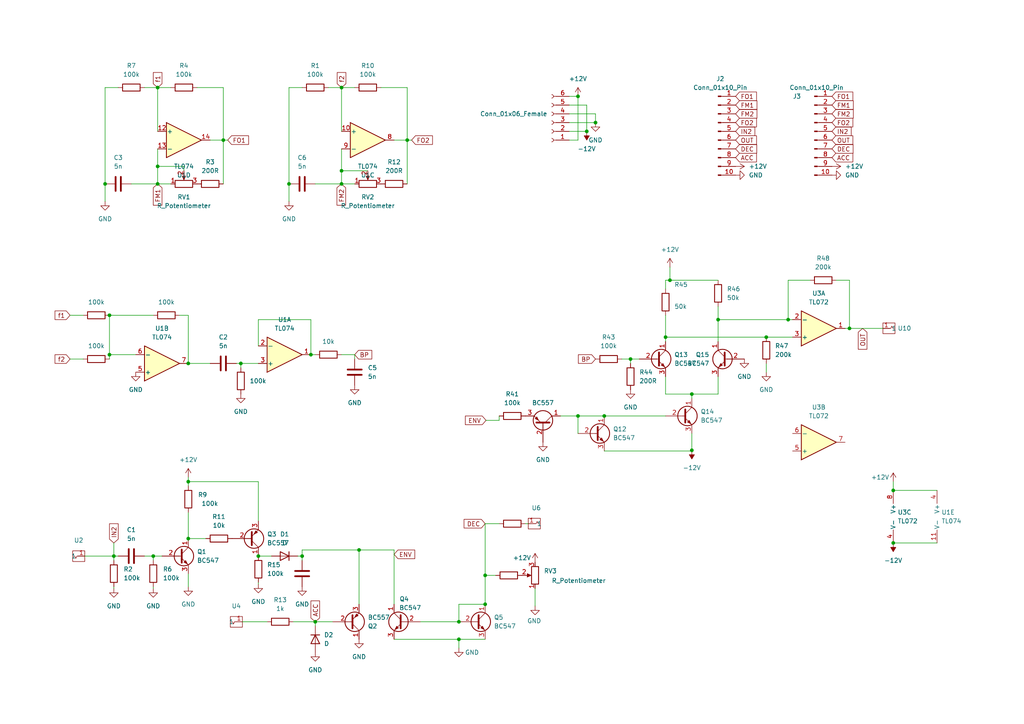
<source format=kicad_sch>
(kicad_sch (version 20230121) (generator eeschema)

  (uuid af9b8109-582d-4bcb-aeaa-d804c6973c3c)

  (paper "A4")

  (title_block
    (title "Bell by github.com/Fihdi")
  )

  (lib_symbols
    (symbol "Amplifier_Operational:TL072" (pin_names (offset 0.127)) (in_bom yes) (on_board yes)
      (property "Reference" "U" (at 0 5.08 0)
        (effects (font (size 1.27 1.27)) (justify left))
      )
      (property "Value" "TL072" (at 0 -5.08 0)
        (effects (font (size 1.27 1.27)) (justify left))
      )
      (property "Footprint" "" (at 0 0 0)
        (effects (font (size 1.27 1.27)) hide)
      )
      (property "Datasheet" "http://www.ti.com/lit/ds/symlink/tl071.pdf" (at 0 0 0)
        (effects (font (size 1.27 1.27)) hide)
      )
      (property "ki_locked" "" (at 0 0 0)
        (effects (font (size 1.27 1.27)))
      )
      (property "ki_keywords" "dual opamp" (at 0 0 0)
        (effects (font (size 1.27 1.27)) hide)
      )
      (property "ki_description" "Dual Low-Noise JFET-Input Operational Amplifiers, DIP-8/SOIC-8" (at 0 0 0)
        (effects (font (size 1.27 1.27)) hide)
      )
      (property "ki_fp_filters" "SOIC*3.9x4.9mm*P1.27mm* DIP*W7.62mm* TO*99* OnSemi*Micro8* TSSOP*3x3mm*P0.65mm* TSSOP*4.4x3mm*P0.65mm* MSOP*3x3mm*P0.65mm* SSOP*3.9x4.9mm*P0.635mm* LFCSP*2x2mm*P0.5mm* *SIP* SOIC*5.3x6.2mm*P1.27mm*" (at 0 0 0)
        (effects (font (size 1.27 1.27)) hide)
      )
      (symbol "TL072_1_1"
        (polyline
          (pts
            (xy -5.08 5.08)
            (xy 5.08 0)
            (xy -5.08 -5.08)
            (xy -5.08 5.08)
          )
          (stroke (width 0.254) (type default))
          (fill (type background))
        )
        (pin output line (at 7.62 0 180) (length 2.54)
          (name "~" (effects (font (size 1.27 1.27))))
          (number "1" (effects (font (size 1.27 1.27))))
        )
        (pin input line (at -7.62 -2.54 0) (length 2.54)
          (name "-" (effects (font (size 1.27 1.27))))
          (number "2" (effects (font (size 1.27 1.27))))
        )
        (pin input line (at -7.62 2.54 0) (length 2.54)
          (name "+" (effects (font (size 1.27 1.27))))
          (number "3" (effects (font (size 1.27 1.27))))
        )
      )
      (symbol "TL072_2_1"
        (polyline
          (pts
            (xy -5.08 5.08)
            (xy 5.08 0)
            (xy -5.08 -5.08)
            (xy -5.08 5.08)
          )
          (stroke (width 0.254) (type default))
          (fill (type background))
        )
        (pin input line (at -7.62 2.54 0) (length 2.54)
          (name "+" (effects (font (size 1.27 1.27))))
          (number "5" (effects (font (size 1.27 1.27))))
        )
        (pin input line (at -7.62 -2.54 0) (length 2.54)
          (name "-" (effects (font (size 1.27 1.27))))
          (number "6" (effects (font (size 1.27 1.27))))
        )
        (pin output line (at 7.62 0 180) (length 2.54)
          (name "~" (effects (font (size 1.27 1.27))))
          (number "7" (effects (font (size 1.27 1.27))))
        )
      )
      (symbol "TL072_3_1"
        (pin power_in line (at -2.54 -7.62 90) (length 3.81)
          (name "V-" (effects (font (size 1.27 1.27))))
          (number "4" (effects (font (size 1.27 1.27))))
        )
        (pin power_in line (at -2.54 7.62 270) (length 3.81)
          (name "V+" (effects (font (size 1.27 1.27))))
          (number "8" (effects (font (size 1.27 1.27))))
        )
      )
    )
    (symbol "Amplifier_Operational:TL074" (pin_names (offset 0.127)) (in_bom yes) (on_board yes)
      (property "Reference" "U" (at 0 5.08 0)
        (effects (font (size 1.27 1.27)) (justify left))
      )
      (property "Value" "TL074" (at 0 -5.08 0)
        (effects (font (size 1.27 1.27)) (justify left))
      )
      (property "Footprint" "" (at -1.27 2.54 0)
        (effects (font (size 1.27 1.27)) hide)
      )
      (property "Datasheet" "http://www.ti.com/lit/ds/symlink/tl071.pdf" (at 1.27 5.08 0)
        (effects (font (size 1.27 1.27)) hide)
      )
      (property "ki_locked" "" (at 0 0 0)
        (effects (font (size 1.27 1.27)))
      )
      (property "ki_keywords" "quad opamp" (at 0 0 0)
        (effects (font (size 1.27 1.27)) hide)
      )
      (property "ki_description" "Quad Low-Noise JFET-Input Operational Amplifiers, DIP-14/SOIC-14" (at 0 0 0)
        (effects (font (size 1.27 1.27)) hide)
      )
      (property "ki_fp_filters" "SOIC*3.9x8.7mm*P1.27mm* DIP*W7.62mm* TSSOP*4.4x5mm*P0.65mm* SSOP*5.3x6.2mm*P0.65mm* MSOP*3x3mm*P0.5mm*" (at 0 0 0)
        (effects (font (size 1.27 1.27)) hide)
      )
      (symbol "TL074_1_1"
        (polyline
          (pts
            (xy -5.08 5.08)
            (xy 5.08 0)
            (xy -5.08 -5.08)
            (xy -5.08 5.08)
          )
          (stroke (width 0.254) (type default))
          (fill (type background))
        )
        (pin output line (at 7.62 0 180) (length 2.54)
          (name "~" (effects (font (size 1.27 1.27))))
          (number "1" (effects (font (size 1.27 1.27))))
        )
        (pin input line (at -7.62 -2.54 0) (length 2.54)
          (name "-" (effects (font (size 1.27 1.27))))
          (number "2" (effects (font (size 1.27 1.27))))
        )
        (pin input line (at -7.62 2.54 0) (length 2.54)
          (name "+" (effects (font (size 1.27 1.27))))
          (number "3" (effects (font (size 1.27 1.27))))
        )
      )
      (symbol "TL074_2_1"
        (polyline
          (pts
            (xy -5.08 5.08)
            (xy 5.08 0)
            (xy -5.08 -5.08)
            (xy -5.08 5.08)
          )
          (stroke (width 0.254) (type default))
          (fill (type background))
        )
        (pin input line (at -7.62 2.54 0) (length 2.54)
          (name "+" (effects (font (size 1.27 1.27))))
          (number "5" (effects (font (size 1.27 1.27))))
        )
        (pin input line (at -7.62 -2.54 0) (length 2.54)
          (name "-" (effects (font (size 1.27 1.27))))
          (number "6" (effects (font (size 1.27 1.27))))
        )
        (pin output line (at 7.62 0 180) (length 2.54)
          (name "~" (effects (font (size 1.27 1.27))))
          (number "7" (effects (font (size 1.27 1.27))))
        )
      )
      (symbol "TL074_3_1"
        (polyline
          (pts
            (xy -5.08 5.08)
            (xy 5.08 0)
            (xy -5.08 -5.08)
            (xy -5.08 5.08)
          )
          (stroke (width 0.254) (type default))
          (fill (type background))
        )
        (pin input line (at -7.62 2.54 0) (length 2.54)
          (name "+" (effects (font (size 1.27 1.27))))
          (number "10" (effects (font (size 1.27 1.27))))
        )
        (pin output line (at 7.62 0 180) (length 2.54)
          (name "~" (effects (font (size 1.27 1.27))))
          (number "8" (effects (font (size 1.27 1.27))))
        )
        (pin input line (at -7.62 -2.54 0) (length 2.54)
          (name "-" (effects (font (size 1.27 1.27))))
          (number "9" (effects (font (size 1.27 1.27))))
        )
      )
      (symbol "TL074_4_1"
        (polyline
          (pts
            (xy -5.08 5.08)
            (xy 5.08 0)
            (xy -5.08 -5.08)
            (xy -5.08 5.08)
          )
          (stroke (width 0.254) (type default))
          (fill (type background))
        )
        (pin input line (at -7.62 2.54 0) (length 2.54)
          (name "+" (effects (font (size 1.27 1.27))))
          (number "12" (effects (font (size 1.27 1.27))))
        )
        (pin input line (at -7.62 -2.54 0) (length 2.54)
          (name "-" (effects (font (size 1.27 1.27))))
          (number "13" (effects (font (size 1.27 1.27))))
        )
        (pin output line (at 7.62 0 180) (length 2.54)
          (name "~" (effects (font (size 1.27 1.27))))
          (number "14" (effects (font (size 1.27 1.27))))
        )
      )
      (symbol "TL074_5_1"
        (pin power_in line (at -2.54 -7.62 90) (length 3.81)
          (name "V-" (effects (font (size 1.27 1.27))))
          (number "11" (effects (font (size 1.27 1.27))))
        )
        (pin power_in line (at -2.54 7.62 270) (length 3.81)
          (name "V+" (effects (font (size 1.27 1.27))))
          (number "4" (effects (font (size 1.27 1.27))))
        )
      )
    )
    (symbol "Connector:Conn_01x06_Female" (pin_names (offset 1.016) hide) (in_bom yes) (on_board yes)
      (property "Reference" "J" (at 0 7.62 0)
        (effects (font (size 1.27 1.27)))
      )
      (property "Value" "Conn_01x06_Female" (at 0 -10.16 0)
        (effects (font (size 1.27 1.27)))
      )
      (property "Footprint" "" (at 0 0 0)
        (effects (font (size 1.27 1.27)) hide)
      )
      (property "Datasheet" "~" (at 0 0 0)
        (effects (font (size 1.27 1.27)) hide)
      )
      (property "ki_keywords" "connector" (at 0 0 0)
        (effects (font (size 1.27 1.27)) hide)
      )
      (property "ki_description" "Generic connector, single row, 01x06, script generated (kicad-library-utils/schlib/autogen/connector/)" (at 0 0 0)
        (effects (font (size 1.27 1.27)) hide)
      )
      (property "ki_fp_filters" "Connector*:*_1x??_*" (at 0 0 0)
        (effects (font (size 1.27 1.27)) hide)
      )
      (symbol "Conn_01x06_Female_1_1"
        (arc (start 0 -7.112) (mid -0.5058 -7.62) (end 0 -8.128)
          (stroke (width 0.1524) (type default))
          (fill (type none))
        )
        (arc (start 0 -4.572) (mid -0.5058 -5.08) (end 0 -5.588)
          (stroke (width 0.1524) (type default))
          (fill (type none))
        )
        (arc (start 0 -2.032) (mid -0.5058 -2.54) (end 0 -3.048)
          (stroke (width 0.1524) (type default))
          (fill (type none))
        )
        (polyline
          (pts
            (xy -1.27 -7.62)
            (xy -0.508 -7.62)
          )
          (stroke (width 0.1524) (type default))
          (fill (type none))
        )
        (polyline
          (pts
            (xy -1.27 -5.08)
            (xy -0.508 -5.08)
          )
          (stroke (width 0.1524) (type default))
          (fill (type none))
        )
        (polyline
          (pts
            (xy -1.27 -2.54)
            (xy -0.508 -2.54)
          )
          (stroke (width 0.1524) (type default))
          (fill (type none))
        )
        (polyline
          (pts
            (xy -1.27 0)
            (xy -0.508 0)
          )
          (stroke (width 0.1524) (type default))
          (fill (type none))
        )
        (polyline
          (pts
            (xy -1.27 2.54)
            (xy -0.508 2.54)
          )
          (stroke (width 0.1524) (type default))
          (fill (type none))
        )
        (polyline
          (pts
            (xy -1.27 5.08)
            (xy -0.508 5.08)
          )
          (stroke (width 0.1524) (type default))
          (fill (type none))
        )
        (arc (start 0 0.508) (mid -0.5058 0) (end 0 -0.508)
          (stroke (width 0.1524) (type default))
          (fill (type none))
        )
        (arc (start 0 3.048) (mid -0.5058 2.54) (end 0 2.032)
          (stroke (width 0.1524) (type default))
          (fill (type none))
        )
        (arc (start 0 5.588) (mid -0.5058 5.08) (end 0 4.572)
          (stroke (width 0.1524) (type default))
          (fill (type none))
        )
        (pin passive line (at -5.08 5.08 0) (length 3.81)
          (name "Pin_1" (effects (font (size 1.27 1.27))))
          (number "1" (effects (font (size 1.27 1.27))))
        )
        (pin passive line (at -5.08 2.54 0) (length 3.81)
          (name "Pin_2" (effects (font (size 1.27 1.27))))
          (number "2" (effects (font (size 1.27 1.27))))
        )
        (pin passive line (at -5.08 0 0) (length 3.81)
          (name "Pin_3" (effects (font (size 1.27 1.27))))
          (number "3" (effects (font (size 1.27 1.27))))
        )
        (pin passive line (at -5.08 -2.54 0) (length 3.81)
          (name "Pin_4" (effects (font (size 1.27 1.27))))
          (number "4" (effects (font (size 1.27 1.27))))
        )
        (pin passive line (at -5.08 -5.08 0) (length 3.81)
          (name "Pin_5" (effects (font (size 1.27 1.27))))
          (number "5" (effects (font (size 1.27 1.27))))
        )
        (pin passive line (at -5.08 -7.62 0) (length 3.81)
          (name "Pin_6" (effects (font (size 1.27 1.27))))
          (number "6" (effects (font (size 1.27 1.27))))
        )
      )
    )
    (symbol "Connector:Conn_01x10_Pin" (pin_names (offset 1.016) hide) (in_bom yes) (on_board yes)
      (property "Reference" "J" (at 0 12.7 0)
        (effects (font (size 1.27 1.27)))
      )
      (property "Value" "Conn_01x10_Pin" (at 0 -15.24 0)
        (effects (font (size 1.27 1.27)))
      )
      (property "Footprint" "" (at 0 0 0)
        (effects (font (size 1.27 1.27)) hide)
      )
      (property "Datasheet" "~" (at 0 0 0)
        (effects (font (size 1.27 1.27)) hide)
      )
      (property "ki_locked" "" (at 0 0 0)
        (effects (font (size 1.27 1.27)))
      )
      (property "ki_keywords" "connector" (at 0 0 0)
        (effects (font (size 1.27 1.27)) hide)
      )
      (property "ki_description" "Generic connector, single row, 01x10, script generated" (at 0 0 0)
        (effects (font (size 1.27 1.27)) hide)
      )
      (property "ki_fp_filters" "Connector*:*_1x??_*" (at 0 0 0)
        (effects (font (size 1.27 1.27)) hide)
      )
      (symbol "Conn_01x10_Pin_1_1"
        (polyline
          (pts
            (xy 1.27 -12.7)
            (xy 0.8636 -12.7)
          )
          (stroke (width 0.1524) (type default))
          (fill (type none))
        )
        (polyline
          (pts
            (xy 1.27 -10.16)
            (xy 0.8636 -10.16)
          )
          (stroke (width 0.1524) (type default))
          (fill (type none))
        )
        (polyline
          (pts
            (xy 1.27 -7.62)
            (xy 0.8636 -7.62)
          )
          (stroke (width 0.1524) (type default))
          (fill (type none))
        )
        (polyline
          (pts
            (xy 1.27 -5.08)
            (xy 0.8636 -5.08)
          )
          (stroke (width 0.1524) (type default))
          (fill (type none))
        )
        (polyline
          (pts
            (xy 1.27 -2.54)
            (xy 0.8636 -2.54)
          )
          (stroke (width 0.1524) (type default))
          (fill (type none))
        )
        (polyline
          (pts
            (xy 1.27 0)
            (xy 0.8636 0)
          )
          (stroke (width 0.1524) (type default))
          (fill (type none))
        )
        (polyline
          (pts
            (xy 1.27 2.54)
            (xy 0.8636 2.54)
          )
          (stroke (width 0.1524) (type default))
          (fill (type none))
        )
        (polyline
          (pts
            (xy 1.27 5.08)
            (xy 0.8636 5.08)
          )
          (stroke (width 0.1524) (type default))
          (fill (type none))
        )
        (polyline
          (pts
            (xy 1.27 7.62)
            (xy 0.8636 7.62)
          )
          (stroke (width 0.1524) (type default))
          (fill (type none))
        )
        (polyline
          (pts
            (xy 1.27 10.16)
            (xy 0.8636 10.16)
          )
          (stroke (width 0.1524) (type default))
          (fill (type none))
        )
        (rectangle (start 0.8636 -12.573) (end 0 -12.827)
          (stroke (width 0.1524) (type default))
          (fill (type outline))
        )
        (rectangle (start 0.8636 -10.033) (end 0 -10.287)
          (stroke (width 0.1524) (type default))
          (fill (type outline))
        )
        (rectangle (start 0.8636 -7.493) (end 0 -7.747)
          (stroke (width 0.1524) (type default))
          (fill (type outline))
        )
        (rectangle (start 0.8636 -4.953) (end 0 -5.207)
          (stroke (width 0.1524) (type default))
          (fill (type outline))
        )
        (rectangle (start 0.8636 -2.413) (end 0 -2.667)
          (stroke (width 0.1524) (type default))
          (fill (type outline))
        )
        (rectangle (start 0.8636 0.127) (end 0 -0.127)
          (stroke (width 0.1524) (type default))
          (fill (type outline))
        )
        (rectangle (start 0.8636 2.667) (end 0 2.413)
          (stroke (width 0.1524) (type default))
          (fill (type outline))
        )
        (rectangle (start 0.8636 5.207) (end 0 4.953)
          (stroke (width 0.1524) (type default))
          (fill (type outline))
        )
        (rectangle (start 0.8636 7.747) (end 0 7.493)
          (stroke (width 0.1524) (type default))
          (fill (type outline))
        )
        (rectangle (start 0.8636 10.287) (end 0 10.033)
          (stroke (width 0.1524) (type default))
          (fill (type outline))
        )
        (pin passive line (at 5.08 10.16 180) (length 3.81)
          (name "Pin_1" (effects (font (size 1.27 1.27))))
          (number "1" (effects (font (size 1.27 1.27))))
        )
        (pin passive line (at 5.08 -12.7 180) (length 3.81)
          (name "Pin_10" (effects (font (size 1.27 1.27))))
          (number "10" (effects (font (size 1.27 1.27))))
        )
        (pin passive line (at 5.08 7.62 180) (length 3.81)
          (name "Pin_2" (effects (font (size 1.27 1.27))))
          (number "2" (effects (font (size 1.27 1.27))))
        )
        (pin passive line (at 5.08 5.08 180) (length 3.81)
          (name "Pin_3" (effects (font (size 1.27 1.27))))
          (number "3" (effects (font (size 1.27 1.27))))
        )
        (pin passive line (at 5.08 2.54 180) (length 3.81)
          (name "Pin_4" (effects (font (size 1.27 1.27))))
          (number "4" (effects (font (size 1.27 1.27))))
        )
        (pin passive line (at 5.08 0 180) (length 3.81)
          (name "Pin_5" (effects (font (size 1.27 1.27))))
          (number "5" (effects (font (size 1.27 1.27))))
        )
        (pin passive line (at 5.08 -2.54 180) (length 3.81)
          (name "Pin_6" (effects (font (size 1.27 1.27))))
          (number "6" (effects (font (size 1.27 1.27))))
        )
        (pin passive line (at 5.08 -5.08 180) (length 3.81)
          (name "Pin_7" (effects (font (size 1.27 1.27))))
          (number "7" (effects (font (size 1.27 1.27))))
        )
        (pin passive line (at 5.08 -7.62 180) (length 3.81)
          (name "Pin_8" (effects (font (size 1.27 1.27))))
          (number "8" (effects (font (size 1.27 1.27))))
        )
        (pin passive line (at 5.08 -10.16 180) (length 3.81)
          (name "Pin_9" (effects (font (size 1.27 1.27))))
          (number "9" (effects (font (size 1.27 1.27))))
        )
      )
    )
    (symbol "Device:C" (pin_numbers hide) (pin_names (offset 0.254)) (in_bom yes) (on_board yes)
      (property "Reference" "C" (at 0.635 2.54 0)
        (effects (font (size 1.27 1.27)) (justify left))
      )
      (property "Value" "C" (at 0.635 -2.54 0)
        (effects (font (size 1.27 1.27)) (justify left))
      )
      (property "Footprint" "" (at 0.9652 -3.81 0)
        (effects (font (size 1.27 1.27)) hide)
      )
      (property "Datasheet" "~" (at 0 0 0)
        (effects (font (size 1.27 1.27)) hide)
      )
      (property "ki_keywords" "cap capacitor" (at 0 0 0)
        (effects (font (size 1.27 1.27)) hide)
      )
      (property "ki_description" "Unpolarized capacitor" (at 0 0 0)
        (effects (font (size 1.27 1.27)) hide)
      )
      (property "ki_fp_filters" "C_*" (at 0 0 0)
        (effects (font (size 1.27 1.27)) hide)
      )
      (symbol "C_0_1"
        (polyline
          (pts
            (xy -2.032 -0.762)
            (xy 2.032 -0.762)
          )
          (stroke (width 0.508) (type default))
          (fill (type none))
        )
        (polyline
          (pts
            (xy -2.032 0.762)
            (xy 2.032 0.762)
          )
          (stroke (width 0.508) (type default))
          (fill (type none))
        )
      )
      (symbol "C_1_1"
        (pin passive line (at 0 3.81 270) (length 2.794)
          (name "~" (effects (font (size 1.27 1.27))))
          (number "1" (effects (font (size 1.27 1.27))))
        )
        (pin passive line (at 0 -3.81 90) (length 2.794)
          (name "~" (effects (font (size 1.27 1.27))))
          (number "2" (effects (font (size 1.27 1.27))))
        )
      )
    )
    (symbol "Device:D" (pin_numbers hide) (pin_names (offset 1.016) hide) (in_bom yes) (on_board yes)
      (property "Reference" "D" (at 0 2.54 0)
        (effects (font (size 1.27 1.27)))
      )
      (property "Value" "D" (at 0 -2.54 0)
        (effects (font (size 1.27 1.27)))
      )
      (property "Footprint" "" (at 0 0 0)
        (effects (font (size 1.27 1.27)) hide)
      )
      (property "Datasheet" "~" (at 0 0 0)
        (effects (font (size 1.27 1.27)) hide)
      )
      (property "ki_keywords" "diode" (at 0 0 0)
        (effects (font (size 1.27 1.27)) hide)
      )
      (property "ki_description" "Diode" (at 0 0 0)
        (effects (font (size 1.27 1.27)) hide)
      )
      (property "ki_fp_filters" "TO-???* *_Diode_* *SingleDiode* D_*" (at 0 0 0)
        (effects (font (size 1.27 1.27)) hide)
      )
      (symbol "D_0_1"
        (polyline
          (pts
            (xy -1.27 1.27)
            (xy -1.27 -1.27)
          )
          (stroke (width 0.254) (type default))
          (fill (type none))
        )
        (polyline
          (pts
            (xy 1.27 0)
            (xy -1.27 0)
          )
          (stroke (width 0) (type default))
          (fill (type none))
        )
        (polyline
          (pts
            (xy 1.27 1.27)
            (xy 1.27 -1.27)
            (xy -1.27 0)
            (xy 1.27 1.27)
          )
          (stroke (width 0.254) (type default))
          (fill (type none))
        )
      )
      (symbol "D_1_1"
        (pin passive line (at -3.81 0 0) (length 2.54)
          (name "K" (effects (font (size 1.27 1.27))))
          (number "1" (effects (font (size 1.27 1.27))))
        )
        (pin passive line (at 3.81 0 180) (length 2.54)
          (name "A" (effects (font (size 1.27 1.27))))
          (number "2" (effects (font (size 1.27 1.27))))
        )
      )
    )
    (symbol "Device:R" (pin_numbers hide) (pin_names (offset 0)) (in_bom yes) (on_board yes)
      (property "Reference" "R" (at 2.032 0 90)
        (effects (font (size 1.27 1.27)))
      )
      (property "Value" "R" (at 0 0 90)
        (effects (font (size 1.27 1.27)))
      )
      (property "Footprint" "" (at -1.778 0 90)
        (effects (font (size 1.27 1.27)) hide)
      )
      (property "Datasheet" "~" (at 0 0 0)
        (effects (font (size 1.27 1.27)) hide)
      )
      (property "ki_keywords" "R res resistor" (at 0 0 0)
        (effects (font (size 1.27 1.27)) hide)
      )
      (property "ki_description" "Resistor" (at 0 0 0)
        (effects (font (size 1.27 1.27)) hide)
      )
      (property "ki_fp_filters" "R_*" (at 0 0 0)
        (effects (font (size 1.27 1.27)) hide)
      )
      (symbol "R_0_1"
        (rectangle (start -1.016 -2.54) (end 1.016 2.54)
          (stroke (width 0.254) (type default))
          (fill (type none))
        )
      )
      (symbol "R_1_1"
        (pin passive line (at 0 3.81 270) (length 1.27)
          (name "~" (effects (font (size 1.27 1.27))))
          (number "1" (effects (font (size 1.27 1.27))))
        )
        (pin passive line (at 0 -3.81 90) (length 1.27)
          (name "~" (effects (font (size 1.27 1.27))))
          (number "2" (effects (font (size 1.27 1.27))))
        )
      )
    )
    (symbol "Device:R_Potentiometer" (pin_names (offset 1.016) hide) (in_bom yes) (on_board yes)
      (property "Reference" "RV" (at -4.445 0 90)
        (effects (font (size 1.27 1.27)))
      )
      (property "Value" "R_Potentiometer" (at -2.54 0 90)
        (effects (font (size 1.27 1.27)))
      )
      (property "Footprint" "" (at 0 0 0)
        (effects (font (size 1.27 1.27)) hide)
      )
      (property "Datasheet" "~" (at 0 0 0)
        (effects (font (size 1.27 1.27)) hide)
      )
      (property "ki_keywords" "resistor variable" (at 0 0 0)
        (effects (font (size 1.27 1.27)) hide)
      )
      (property "ki_description" "Potentiometer" (at 0 0 0)
        (effects (font (size 1.27 1.27)) hide)
      )
      (property "ki_fp_filters" "Potentiometer*" (at 0 0 0)
        (effects (font (size 1.27 1.27)) hide)
      )
      (symbol "R_Potentiometer_0_1"
        (polyline
          (pts
            (xy 2.54 0)
            (xy 1.524 0)
          )
          (stroke (width 0) (type default))
          (fill (type none))
        )
        (polyline
          (pts
            (xy 1.143 0)
            (xy 2.286 0.508)
            (xy 2.286 -0.508)
            (xy 1.143 0)
          )
          (stroke (width 0) (type default))
          (fill (type outline))
        )
        (rectangle (start 1.016 2.54) (end -1.016 -2.54)
          (stroke (width 0.254) (type default))
          (fill (type none))
        )
      )
      (symbol "R_Potentiometer_1_1"
        (pin passive line (at 0 3.81 270) (length 1.27)
          (name "1" (effects (font (size 1.27 1.27))))
          (number "1" (effects (font (size 1.27 1.27))))
        )
        (pin passive line (at 3.81 0 180) (length 1.27)
          (name "2" (effects (font (size 1.27 1.27))))
          (number "2" (effects (font (size 1.27 1.27))))
        )
        (pin passive line (at 0 -3.81 90) (length 1.27)
          (name "3" (effects (font (size 1.27 1.27))))
          (number "3" (effects (font (size 1.27 1.27))))
        )
      )
    )
    (symbol "HEJ:Aux_flush" (in_bom yes) (on_board yes)
      (property "Reference" "U" (at -0.0508 5.3848 0)
        (effects (font (size 1.27 1.27)))
      )
      (property "Value" "Aux_flush" (at 0 3.5052 0)
        (effects (font (size 1.27 1.27)) hide)
      )
      (property "Footprint" "" (at 0 0 0)
        (effects (font (size 1.27 1.27)) hide)
      )
      (property "Datasheet" "" (at 0 0 0)
        (effects (font (size 1.27 1.27)) hide)
      )
      (symbol "Aux_flush_0_1"
        (rectangle (start -1.778 1.524) (end 1.7272 -1.5748)
          (stroke (width 0) (type default))
          (fill (type none))
        )
        (polyline
          (pts
            (xy -1.2192 0.0508)
            (xy -0.8636 -0.6604)
            (xy -0.5588 0)
            (xy 1.6764 0)
          )
          (stroke (width 0) (type default))
          (fill (type none))
        )
      )
      (symbol "Aux_flush_1_1"
        (pin bidirectional line (at 1.7272 0 180) (length 2)
          (name "1" (effects (font (size 1.27 1.27))))
          (number "1" (effects (font (size 1.27 1.27))))
        )
      )
    )
    (symbol "Transistor_BJT:BC547" (pin_names (offset 0) hide) (in_bom yes) (on_board yes)
      (property "Reference" "Q" (at 5.08 1.905 0)
        (effects (font (size 1.27 1.27)) (justify left))
      )
      (property "Value" "BC547" (at 5.08 0 0)
        (effects (font (size 1.27 1.27)) (justify left))
      )
      (property "Footprint" "Package_TO_SOT_THT:TO-92_Inline" (at 5.08 -1.905 0)
        (effects (font (size 1.27 1.27) italic) (justify left) hide)
      )
      (property "Datasheet" "https://www.onsemi.com/pub/Collateral/BC550-D.pdf" (at 0 0 0)
        (effects (font (size 1.27 1.27)) (justify left) hide)
      )
      (property "ki_keywords" "NPN Transistor" (at 0 0 0)
        (effects (font (size 1.27 1.27)) hide)
      )
      (property "ki_description" "0.1A Ic, 45V Vce, Small Signal NPN Transistor, TO-92" (at 0 0 0)
        (effects (font (size 1.27 1.27)) hide)
      )
      (property "ki_fp_filters" "TO?92*" (at 0 0 0)
        (effects (font (size 1.27 1.27)) hide)
      )
      (symbol "BC547_0_1"
        (polyline
          (pts
            (xy 0 0)
            (xy 0.635 0)
          )
          (stroke (width 0) (type default))
          (fill (type none))
        )
        (polyline
          (pts
            (xy 0.635 0.635)
            (xy 2.54 2.54)
          )
          (stroke (width 0) (type default))
          (fill (type none))
        )
        (polyline
          (pts
            (xy 0.635 -0.635)
            (xy 2.54 -2.54)
            (xy 2.54 -2.54)
          )
          (stroke (width 0) (type default))
          (fill (type none))
        )
        (polyline
          (pts
            (xy 0.635 1.905)
            (xy 0.635 -1.905)
            (xy 0.635 -1.905)
          )
          (stroke (width 0.508) (type default))
          (fill (type none))
        )
        (polyline
          (pts
            (xy 1.27 -1.778)
            (xy 1.778 -1.27)
            (xy 2.286 -2.286)
            (xy 1.27 -1.778)
            (xy 1.27 -1.778)
          )
          (stroke (width 0) (type default))
          (fill (type outline))
        )
        (circle (center 1.27 0) (radius 2.8194)
          (stroke (width 0.254) (type default))
          (fill (type none))
        )
      )
      (symbol "BC547_1_1"
        (pin passive line (at 2.54 5.08 270) (length 2.54)
          (name "C" (effects (font (size 1.27 1.27))))
          (number "1" (effects (font (size 1.27 1.27))))
        )
        (pin input line (at -5.08 0 0) (length 5.08)
          (name "B" (effects (font (size 1.27 1.27))))
          (number "2" (effects (font (size 1.27 1.27))))
        )
        (pin passive line (at 2.54 -5.08 90) (length 2.54)
          (name "E" (effects (font (size 1.27 1.27))))
          (number "3" (effects (font (size 1.27 1.27))))
        )
      )
    )
    (symbol "Transistor_BJT:BC557" (pin_names (offset 0) hide) (in_bom yes) (on_board yes)
      (property "Reference" "Q" (at 5.08 1.905 0)
        (effects (font (size 1.27 1.27)) (justify left))
      )
      (property "Value" "BC557" (at 5.08 0 0)
        (effects (font (size 1.27 1.27)) (justify left))
      )
      (property "Footprint" "Package_TO_SOT_THT:TO-92_Inline" (at 5.08 -1.905 0)
        (effects (font (size 1.27 1.27) italic) (justify left) hide)
      )
      (property "Datasheet" "https://www.onsemi.com/pub/Collateral/BC556BTA-D.pdf" (at 0 0 0)
        (effects (font (size 1.27 1.27)) (justify left) hide)
      )
      (property "ki_keywords" "PNP Transistor" (at 0 0 0)
        (effects (font (size 1.27 1.27)) hide)
      )
      (property "ki_description" "0.1A Ic, 45V Vce, PNP Small Signal Transistor, TO-92" (at 0 0 0)
        (effects (font (size 1.27 1.27)) hide)
      )
      (property "ki_fp_filters" "TO?92*" (at 0 0 0)
        (effects (font (size 1.27 1.27)) hide)
      )
      (symbol "BC557_0_1"
        (polyline
          (pts
            (xy 0.635 0.635)
            (xy 2.54 2.54)
          )
          (stroke (width 0) (type default))
          (fill (type none))
        )
        (polyline
          (pts
            (xy 0.635 -0.635)
            (xy 2.54 -2.54)
            (xy 2.54 -2.54)
          )
          (stroke (width 0) (type default))
          (fill (type none))
        )
        (polyline
          (pts
            (xy 0.635 1.905)
            (xy 0.635 -1.905)
            (xy 0.635 -1.905)
          )
          (stroke (width 0.508) (type default))
          (fill (type none))
        )
        (polyline
          (pts
            (xy 2.286 -1.778)
            (xy 1.778 -2.286)
            (xy 1.27 -1.27)
            (xy 2.286 -1.778)
            (xy 2.286 -1.778)
          )
          (stroke (width 0) (type default))
          (fill (type outline))
        )
        (circle (center 1.27 0) (radius 2.8194)
          (stroke (width 0.254) (type default))
          (fill (type none))
        )
      )
      (symbol "BC557_1_1"
        (pin passive line (at 2.54 5.08 270) (length 2.54)
          (name "C" (effects (font (size 1.27 1.27))))
          (number "1" (effects (font (size 1.27 1.27))))
        )
        (pin input line (at -5.08 0 0) (length 5.715)
          (name "B" (effects (font (size 1.27 1.27))))
          (number "2" (effects (font (size 1.27 1.27))))
        )
        (pin passive line (at 2.54 -5.08 90) (length 2.54)
          (name "E" (effects (font (size 1.27 1.27))))
          (number "3" (effects (font (size 1.27 1.27))))
        )
      )
    )
    (symbol "power:+12V" (power) (pin_names (offset 0)) (in_bom yes) (on_board yes)
      (property "Reference" "#PWR" (at 0 -3.81 0)
        (effects (font (size 1.27 1.27)) hide)
      )
      (property "Value" "+12V" (at 0 3.556 0)
        (effects (font (size 1.27 1.27)))
      )
      (property "Footprint" "" (at 0 0 0)
        (effects (font (size 1.27 1.27)) hide)
      )
      (property "Datasheet" "" (at 0 0 0)
        (effects (font (size 1.27 1.27)) hide)
      )
      (property "ki_keywords" "power-flag" (at 0 0 0)
        (effects (font (size 1.27 1.27)) hide)
      )
      (property "ki_description" "Power symbol creates a global label with name \"+12V\"" (at 0 0 0)
        (effects (font (size 1.27 1.27)) hide)
      )
      (symbol "+12V_0_1"
        (polyline
          (pts
            (xy -0.762 1.27)
            (xy 0 2.54)
          )
          (stroke (width 0) (type default))
          (fill (type none))
        )
        (polyline
          (pts
            (xy 0 0)
            (xy 0 2.54)
          )
          (stroke (width 0) (type default))
          (fill (type none))
        )
        (polyline
          (pts
            (xy 0 2.54)
            (xy 0.762 1.27)
          )
          (stroke (width 0) (type default))
          (fill (type none))
        )
      )
      (symbol "+12V_1_1"
        (pin power_in line (at 0 0 90) (length 0) hide
          (name "+12V" (effects (font (size 1.27 1.27))))
          (number "1" (effects (font (size 1.27 1.27))))
        )
      )
    )
    (symbol "power:-12V" (power) (pin_names (offset 0)) (in_bom yes) (on_board yes)
      (property "Reference" "#PWR" (at 0 2.54 0)
        (effects (font (size 1.27 1.27)) hide)
      )
      (property "Value" "-12V" (at 0 3.81 0)
        (effects (font (size 1.27 1.27)))
      )
      (property "Footprint" "" (at 0 0 0)
        (effects (font (size 1.27 1.27)) hide)
      )
      (property "Datasheet" "" (at 0 0 0)
        (effects (font (size 1.27 1.27)) hide)
      )
      (property "ki_keywords" "global power" (at 0 0 0)
        (effects (font (size 1.27 1.27)) hide)
      )
      (property "ki_description" "Power symbol creates a global label with name \"-12V\"" (at 0 0 0)
        (effects (font (size 1.27 1.27)) hide)
      )
      (symbol "-12V_0_0"
        (pin power_in line (at 0 0 90) (length 0) hide
          (name "-12V" (effects (font (size 1.27 1.27))))
          (number "1" (effects (font (size 1.27 1.27))))
        )
      )
      (symbol "-12V_0_1"
        (polyline
          (pts
            (xy 0 0)
            (xy 0 1.27)
            (xy 0.762 1.27)
            (xy 0 2.54)
            (xy -0.762 1.27)
            (xy 0 1.27)
          )
          (stroke (width 0) (type default))
          (fill (type outline))
        )
      )
    )
    (symbol "power:GND" (power) (pin_names (offset 0)) (in_bom yes) (on_board yes)
      (property "Reference" "#PWR" (at 0 -6.35 0)
        (effects (font (size 1.27 1.27)) hide)
      )
      (property "Value" "GND" (at 0 -3.81 0)
        (effects (font (size 1.27 1.27)))
      )
      (property "Footprint" "" (at 0 0 0)
        (effects (font (size 1.27 1.27)) hide)
      )
      (property "Datasheet" "" (at 0 0 0)
        (effects (font (size 1.27 1.27)) hide)
      )
      (property "ki_keywords" "power-flag" (at 0 0 0)
        (effects (font (size 1.27 1.27)) hide)
      )
      (property "ki_description" "Power symbol creates a global label with name \"GND\" , ground" (at 0 0 0)
        (effects (font (size 1.27 1.27)) hide)
      )
      (symbol "GND_0_1"
        (polyline
          (pts
            (xy 0 0)
            (xy 0 -1.27)
            (xy 1.27 -1.27)
            (xy 0 -2.54)
            (xy -1.27 -1.27)
            (xy 0 -1.27)
          )
          (stroke (width 0) (type default))
          (fill (type none))
        )
      )
      (symbol "GND_1_1"
        (pin power_in line (at 0 0 270) (length 0) hide
          (name "GND" (effects (font (size 1.27 1.27))))
          (number "1" (effects (font (size 1.27 1.27))))
        )
      )
    )
  )

  (junction (at 44.45 161.29) (diameter 0) (color 0 0 0 0)
    (uuid 0fc95ae4-ff6f-4d6d-a6e1-8a72786f5345)
  )
  (junction (at 99.06 49.53) (diameter 0) (color 0 0 0 0)
    (uuid 10b660c6-a4d3-4e32-a38c-d37d9ea3769e)
  )
  (junction (at 259.08 157.48) (diameter 0) (color 0 0 0 0)
    (uuid 1fa4802f-2d13-427a-b3ba-571f13c9dd23)
  )
  (junction (at 104.14 159.512) (diameter 0) (color 0 0 0 0)
    (uuid 2d74df51-2f9e-4748-8464-6740fd241d9e)
  )
  (junction (at 193.04 97.79) (diameter 0) (color 0 0 0 0)
    (uuid 2f6fa5b0-aecd-43ec-8e09-102a6bcef98e)
  )
  (junction (at 45.72 48.26) (diameter 0) (color 0 0 0 0)
    (uuid 32446efc-90c6-4de3-887f-21957ba7954a)
  )
  (junction (at 175.26 120.65) (diameter 0) (color 0 0 0 0)
    (uuid 39706543-b354-4662-8394-6eabeacdd62e)
  )
  (junction (at 54.61 139.7) (diameter 0) (color 0 0 0 0)
    (uuid 5477be4c-a603-4b28-ad80-21fcd80725a6)
  )
  (junction (at 54.61 156.21) (diameter 0) (color 0 0 0 0)
    (uuid 55208035-c0b1-44b3-befc-e42655b14392)
  )
  (junction (at 33.02 161.29) (diameter 0) (color 0 0 0 0)
    (uuid 5e1beb8e-36c7-40a1-945d-b236a3757e46)
  )
  (junction (at 90.17 102.87) (diameter 0) (color 0 0 0 0)
    (uuid 5edb35de-2077-4416-8f36-2810c3ab41dd)
  )
  (junction (at 133.096 180.34) (diameter 0) (color 0 0 0 0)
    (uuid 668d43df-3ed7-47d8-b95a-882a43b82376)
  )
  (junction (at 167.64 27.94) (diameter 0) (color 0 0 0 0)
    (uuid 671e14a7-d0ce-4e41-a182-17171651f392)
  )
  (junction (at 87.63 161.29) (diameter 0) (color 0 0 0 0)
    (uuid 69ce4dbb-a622-409d-be35-7a2eb77fb7be)
  )
  (junction (at 45.72 53.34) (diameter 0) (color 0 0 0 0)
    (uuid 6c215888-83fd-45b1-bb23-947eb6e371c4)
  )
  (junction (at 167.64 120.65) (diameter 0) (color 0 0 0 0)
    (uuid 6fa3f348-7e87-410b-ae07-c918bc64382d)
  )
  (junction (at 99.06 53.34) (diameter 0) (color 0 0 0 0)
    (uuid 701c2b5f-cd7f-4cb9-9875-b60e81432c6c)
  )
  (junction (at 133.096 185.42) (diameter 0) (color 0 0 0 0)
    (uuid 819be996-aae7-4c4d-9c73-7a38ec4737f5)
  )
  (junction (at 194.31 81.28) (diameter 0) (color 0 0 0 0)
    (uuid 84ff283a-e05b-412d-b95a-10a4655b29a5)
  )
  (junction (at 31.75 91.44) (diameter 0) (color 0 0 0 0)
    (uuid 8a1a2b38-2eb2-4b7f-889a-4ec6031ac4e0)
  )
  (junction (at 91.44 180.34) (diameter 0) (color 0 0 0 0)
    (uuid 926d270e-3f32-4f4b-be7a-fe15e0f0482c)
  )
  (junction (at 228.6 92.71) (diameter 0) (color 0 0 0 0)
    (uuid 9fb95f8c-6991-46e3-95c9-5b5f9055db84)
  )
  (junction (at 64.77 40.64) (diameter 0) (color 0 0 0 0)
    (uuid a3ed572f-e6be-4a1e-a2ec-506d6a576bf4)
  )
  (junction (at 200.66 114.3) (diameter 0) (color 0 0 0 0)
    (uuid a4418acc-9b82-4f90-8636-11855742cee0)
  )
  (junction (at 182.88 104.14) (diameter 0) (color 0 0 0 0)
    (uuid ab27f675-87d9-41cf-a32f-9fa4f6d42b53)
  )
  (junction (at 45.72 25.4) (diameter 0) (color 0 0 0 0)
    (uuid ad62f23c-101a-42c0-b2de-a6553e2a5d97)
  )
  (junction (at 99.06 25.4) (diameter 0) (color 0 0 0 0)
    (uuid ae9144c1-c1cd-4d0d-9bf9-e7d5d1d9c47e)
  )
  (junction (at 200.66 130.5992) (diameter 0) (color 0 0 0 0)
    (uuid b7578d26-5dd6-456c-a434-091eaa6dd0da)
  )
  (junction (at 246.38 95.25) (diameter 0) (color 0 0 0 0)
    (uuid bdd2de85-2351-47e6-96f1-f34dc2e5ce26)
  )
  (junction (at 140.716 175.26) (diameter 0) (color 0 0 0 0)
    (uuid c3349cde-2096-4c65-8396-9b295986490c)
  )
  (junction (at 118.11 40.64) (diameter 0) (color 0 0 0 0)
    (uuid c6c69557-4917-463b-989e-86d6bfd7e5e0)
  )
  (junction (at 140.716 166.878) (diameter 0) (color 0 0 0 0)
    (uuid cf750fe6-2b8e-4c86-a274-da43f520032a)
  )
  (junction (at 170.18 38.1) (diameter 0) (color 0 0 0 0)
    (uuid d1fd8843-5ad6-4770-9347-c238b2efc2ee)
  )
  (junction (at 30.48 53.34) (diameter 0) (color 0 0 0 0)
    (uuid d6b3803c-a383-4149-aaca-0b14c7735697)
  )
  (junction (at 259.08 142.24) (diameter 0) (color 0 0 0 0)
    (uuid dff504fa-88bf-4452-a7f8-4fdcb9982813)
  )
  (junction (at 31.75 102.87) (diameter 0) (color 0 0 0 0)
    (uuid edab26ac-97dc-4b08-888e-5d3d3061286c)
  )
  (junction (at 208.28 92.71) (diameter 0) (color 0 0 0 0)
    (uuid f0385bfd-25b8-40f1-9dd8-125b4b3c2e18)
  )
  (junction (at 54.61 105.41) (diameter 0) (color 0 0 0 0)
    (uuid f17e8143-695d-4b6b-964e-1e1773019101)
  )
  (junction (at 83.82 53.34) (diameter 0) (color 0 0 0 0)
    (uuid f1bc879c-0f65-42e9-892c-513a0cd06cfb)
  )
  (junction (at 69.85 105.41) (diameter 0) (color 0 0 0 0)
    (uuid f77e1f02-7442-41ac-969b-f69ddf6b26c0)
  )
  (junction (at 74.93 161.29) (diameter 0) (color 0 0 0 0)
    (uuid f7d8bf03-966e-4940-b940-0508618da411)
  )
  (junction (at 172.72 35.56) (diameter 0) (color 0 0 0 0)
    (uuid f91edfc8-080c-40be-bf50-1fdbadaae9b0)
  )
  (junction (at 222.25 97.79) (diameter 0) (color 0 0 0 0)
    (uuid fdca187c-1ccd-429f-9a8e-78e1bfcd29da)
  )

  (wire (pts (xy 118.11 40.64) (xy 118.11 25.4))
    (stroke (width 0) (type default))
    (uuid 09142f5a-d779-463a-845d-151ad5360ffc)
  )
  (wire (pts (xy 74.93 139.7) (xy 74.93 151.13))
    (stroke (width 0) (type default))
    (uuid 094367d2-0c9e-4d28-8e17-b07d66c9b6d1)
  )
  (wire (pts (xy 66.04 40.64) (xy 64.77 40.64))
    (stroke (width 0) (type default))
    (uuid 0aedae15-7fb5-4b33-b0bb-e2a1eaa9d68c)
  )
  (wire (pts (xy 52.07 91.44) (xy 54.61 91.44))
    (stroke (width 0) (type default))
    (uuid 0bc3e5b5-43e9-4472-a68c-e62b371431c3)
  )
  (wire (pts (xy 165.1 35.56) (xy 172.72 35.56))
    (stroke (width 0) (type default))
    (uuid 0cc68b84-6f28-48d4-a391-ae252762d28d)
  )
  (wire (pts (xy 64.77 53.34) (xy 64.77 40.64))
    (stroke (width 0) (type default))
    (uuid 0d42d807-4aaa-4365-8b33-14b4a0a4b7f7)
  )
  (wire (pts (xy 20.32 104.14) (xy 24.13 104.14))
    (stroke (width 0) (type default))
    (uuid 1423eb0a-9438-4aae-ad43-29384c0f6993)
  )
  (wire (pts (xy 121.92 180.34) (xy 133.096 180.34))
    (stroke (width 0) (type default))
    (uuid 161a8ccf-a0c9-4a61-aa3d-124e1ad47514)
  )
  (wire (pts (xy 155.194 170.688) (xy 155.194 175.768))
    (stroke (width 0) (type default))
    (uuid 161eeebd-94ea-4ced-a7e7-587419e17281)
  )
  (wire (pts (xy 99.06 25.4) (xy 102.87 25.4))
    (stroke (width 0) (type default))
    (uuid 1655fd7d-33ca-483f-8ff1-6b78b6a69acd)
  )
  (wire (pts (xy 64.77 40.64) (xy 64.77 25.4))
    (stroke (width 0) (type default))
    (uuid 1b6e5203-0368-4327-89c5-86114baadd67)
  )
  (wire (pts (xy 170.18 30.48) (xy 170.18 38.1))
    (stroke (width 0) (type default))
    (uuid 1b9178c6-163b-43f3-97c7-912aa80cc00b)
  )
  (wire (pts (xy 165.1 33.02) (xy 172.72 33.02))
    (stroke (width 0) (type default))
    (uuid 1bd285ad-8055-4006-8f2b-25ea9f9ea7f3)
  )
  (wire (pts (xy 54.61 138.43) (xy 54.61 139.7))
    (stroke (width 0) (type default))
    (uuid 1ccadefe-002a-48de-8f07-56566a0106fd)
  )
  (wire (pts (xy 31.75 102.87) (xy 31.75 104.14))
    (stroke (width 0) (type default))
    (uuid 1ce248c1-c124-4bf4-9d9d-b33917042ac4)
  )
  (wire (pts (xy 193.04 97.79) (xy 222.25 97.79))
    (stroke (width 0) (type default))
    (uuid 1e5b715e-5e5e-487c-b99c-4eeabbe94afc)
  )
  (wire (pts (xy 90.17 102.87) (xy 91.44 102.87))
    (stroke (width 0) (type default))
    (uuid 1edcfc2c-2418-4fc7-8081-47173e2b6561)
  )
  (wire (pts (xy 34.29 161.29) (xy 33.02 161.29))
    (stroke (width 0) (type default))
    (uuid 1fa807d3-6aec-4369-926d-a2dccb79845c)
  )
  (wire (pts (xy 54.61 105.41) (xy 60.96 105.41))
    (stroke (width 0) (type default))
    (uuid 20d89519-5448-4604-a7b1-835b9159af7e)
  )
  (wire (pts (xy 45.72 53.34) (xy 38.1 53.34))
    (stroke (width 0) (type default))
    (uuid 212a7826-c431-4983-820a-1640d929b9b0)
  )
  (wire (pts (xy 133.096 185.42) (xy 133.096 187.96))
    (stroke (width 0) (type default))
    (uuid 27c59790-e0b5-404a-8b45-b53cd8baadef)
  )
  (wire (pts (xy 172.72 33.02) (xy 172.72 35.56))
    (stroke (width 0) (type default))
    (uuid 2861f436-fc95-4ac8-ab56-a3d7e3138fdd)
  )
  (wire (pts (xy 246.38 95.25) (xy 256.0828 95.25))
    (stroke (width 0) (type default))
    (uuid 2bb3bd47-e600-449c-a564-295a106952c0)
  )
  (wire (pts (xy 208.28 92.71) (xy 208.28 99.06))
    (stroke (width 0) (type default))
    (uuid 2dd6e3ff-ef3d-4e4a-9c8d-d0ea25bfd475)
  )
  (wire (pts (xy 45.72 48.26) (xy 53.34 48.26))
    (stroke (width 0) (type default))
    (uuid 30519e68-ad7c-4901-826c-3887ebc06333)
  )
  (wire (pts (xy 31.75 91.44) (xy 44.45 91.44))
    (stroke (width 0) (type default))
    (uuid 3363d422-6fe9-4552-a290-1b21c350b148)
  )
  (wire (pts (xy 193.04 114.3) (xy 200.66 114.3))
    (stroke (width 0) (type default))
    (uuid 3524b59b-9b86-4cf0-9f54-3deeb3c0a0be)
  )
  (wire (pts (xy 200.66 130.5992) (xy 200.66 125.73))
    (stroke (width 0) (type default))
    (uuid 36f75abb-7c67-46de-852d-e2530533c741)
  )
  (wire (pts (xy 53.34 48.26) (xy 53.34 49.53))
    (stroke (width 0) (type default))
    (uuid 3a482447-6869-4d31-a24c-3bb18f1d8608)
  )
  (wire (pts (xy 140.716 166.878) (xy 140.716 175.26))
    (stroke (width 0) (type default))
    (uuid 3ea223b5-75fc-4ceb-9ee8-e82f320c3041)
  )
  (wire (pts (xy 30.48 25.4) (xy 34.29 25.4))
    (stroke (width 0) (type default))
    (uuid 416b94e1-0ce7-450b-8f83-d2c484a7ac4e)
  )
  (wire (pts (xy 41.91 25.4) (xy 45.72 25.4))
    (stroke (width 0) (type default))
    (uuid 49024a77-f377-46e9-b060-9c38aac26c68)
  )
  (wire (pts (xy 140.716 151.892) (xy 140.716 166.878))
    (stroke (width 0) (type default))
    (uuid 4a437403-b2e4-4be2-9864-aa3b00420eea)
  )
  (wire (pts (xy 54.61 170.18) (xy 54.61 166.37))
    (stroke (width 0) (type default))
    (uuid 4a5e4ba8-1499-471d-85f4-71f18bad30ab)
  )
  (wire (pts (xy 245.11 95.25) (xy 246.38 95.25))
    (stroke (width 0) (type default))
    (uuid 4caf103d-af7a-43c0-a832-463070003061)
  )
  (wire (pts (xy 83.82 53.34) (xy 83.82 25.4))
    (stroke (width 0) (type default))
    (uuid 4fe3254a-078c-43b4-ae96-715587e79fee)
  )
  (wire (pts (xy 119.38 40.64) (xy 118.11 40.64))
    (stroke (width 0) (type default))
    (uuid 51a251b9-d6aa-45c9-9302-a1839cfd1531)
  )
  (wire (pts (xy 104.14 159.512) (xy 114.3 159.512))
    (stroke (width 0) (type default))
    (uuid 52d4cef7-1218-4ac9-96fa-77a103eecb2a)
  )
  (wire (pts (xy 144.78 120.65) (xy 144.78 121.92))
    (stroke (width 0) (type default))
    (uuid 564b603a-5c95-4768-bb0f-0058a63b5698)
  )
  (wire (pts (xy 118.11 25.4) (xy 110.49 25.4))
    (stroke (width 0) (type default))
    (uuid 5780aa44-fd9e-46ba-a6ea-20d3d215210e)
  )
  (wire (pts (xy 31.75 91.44) (xy 31.75 102.87))
    (stroke (width 0) (type default))
    (uuid 592fb002-f515-434e-b483-6c7413c7bfea)
  )
  (wire (pts (xy 133.096 185.42) (xy 140.716 185.42))
    (stroke (width 0) (type default))
    (uuid 59511dc6-684a-439c-b717-3ee790bec671)
  )
  (wire (pts (xy 74.93 105.41) (xy 69.85 105.41))
    (stroke (width 0) (type default))
    (uuid 5b8705bd-7656-44d5-bb43-fd90a79f6250)
  )
  (wire (pts (xy 60.96 40.64) (xy 64.77 40.64))
    (stroke (width 0) (type default))
    (uuid 5d8d0b06-e2ac-407d-afc1-cc88e95f01f9)
  )
  (wire (pts (xy 165.1 40.64) (xy 167.64 40.64))
    (stroke (width 0) (type default))
    (uuid 5fa22a5b-20d6-4742-ac24-335ed6083258)
  )
  (wire (pts (xy 54.61 156.21) (xy 59.69 156.21))
    (stroke (width 0) (type default))
    (uuid 64e397c5-458f-45a0-bdeb-5e56461dfb4d)
  )
  (wire (pts (xy 69.85 105.41) (xy 69.85 106.68))
    (stroke (width 0) (type default))
    (uuid 65644117-63de-44fc-811e-cbf8b09d36d3)
  )
  (wire (pts (xy 99.06 43.18) (xy 99.06 49.53))
    (stroke (width 0) (type default))
    (uuid 6980f3b6-d977-4467-9007-56c2ea98ccaa)
  )
  (wire (pts (xy 45.72 25.4) (xy 49.53 25.4))
    (stroke (width 0) (type default))
    (uuid 69a2a3f0-69d5-40e0-afb1-2bc31de56966)
  )
  (wire (pts (xy 133.096 175.26) (xy 140.716 175.26))
    (stroke (width 0) (type default))
    (uuid 6c20989c-fd19-4e87-a44f-79e1c32a61d8)
  )
  (wire (pts (xy 175.26 120.65) (xy 193.04 120.65))
    (stroke (width 0) (type default))
    (uuid 6dd68827-cdc8-40fe-8e68-c48609a176ed)
  )
  (wire (pts (xy 259.08 142.24) (xy 271.78 142.24))
    (stroke (width 0) (type default))
    (uuid 6f12ce5f-bf9c-4737-9374-6cf25ac928b6)
  )
  (wire (pts (xy 222.25 105.41) (xy 222.25 107.95))
    (stroke (width 0) (type default))
    (uuid 6f41afd0-62fe-4bc4-8cdb-d66b7bf25a3c)
  )
  (wire (pts (xy 74.93 100.33) (xy 74.93 92.71))
    (stroke (width 0) (type default))
    (uuid 70e557a1-2e86-4d3d-9be4-70f556883db7)
  )
  (wire (pts (xy 246.38 81.28) (xy 246.38 95.25))
    (stroke (width 0) (type default))
    (uuid 714fa4b6-21dd-46e4-a6b9-411c1a3dc57a)
  )
  (wire (pts (xy 167.64 120.65) (xy 175.26 120.65))
    (stroke (width 0) (type default))
    (uuid 74d67505-4ec9-4b13-a764-e1f04ebba0a3)
  )
  (wire (pts (xy 208.28 88.9) (xy 208.28 92.71))
    (stroke (width 0) (type default))
    (uuid 75b19276-1569-461c-aec5-ecd39bcf58b5)
  )
  (wire (pts (xy 167.64 125.73) (xy 167.64 120.65))
    (stroke (width 0) (type default))
    (uuid 79d954b7-0db5-498b-bb12-db5996fb2378)
  )
  (wire (pts (xy 246.38 81.28) (xy 242.57 81.28))
    (stroke (width 0) (type default))
    (uuid 7b96b50e-20a2-40ca-9c0e-6caf715246b0)
  )
  (wire (pts (xy 228.6 92.71) (xy 229.87 92.71))
    (stroke (width 0) (type default))
    (uuid 7c207da0-cdf6-4ae2-a0b1-589339bcd93c)
  )
  (wire (pts (xy 165.1 38.1) (xy 170.18 38.1))
    (stroke (width 0) (type default))
    (uuid 7c49cca7-263b-4a2f-9ef1-db6ca41d953e)
  )
  (wire (pts (xy 90.17 92.71) (xy 90.17 102.87))
    (stroke (width 0) (type default))
    (uuid 7ca124d3-2b53-4a1f-a817-01e361180fb8)
  )
  (wire (pts (xy 182.88 105.41) (xy 182.88 104.14))
    (stroke (width 0) (type default))
    (uuid 7d9f1752-9c3f-4315-aedf-6ffb39f830c4)
  )
  (wire (pts (xy 99.06 53.34) (xy 102.87 53.34))
    (stroke (width 0) (type default))
    (uuid 7fa658a4-31f4-410f-866a-205a40b5b606)
  )
  (wire (pts (xy 99.06 53.34) (xy 91.44 53.34))
    (stroke (width 0) (type default))
    (uuid 83b4bec5-0a5c-4cfb-8657-f0797199a4d0)
  )
  (wire (pts (xy 44.45 161.29) (xy 46.99 161.29))
    (stroke (width 0) (type default))
    (uuid 862c73f3-678b-4f64-be9a-2de053542669)
  )
  (wire (pts (xy 33.02 170.18) (xy 33.02 170.688))
    (stroke (width 0) (type default))
    (uuid 863a3b17-526c-418e-b76b-1aed47621617)
  )
  (wire (pts (xy 20.32 91.44) (xy 24.13 91.44))
    (stroke (width 0) (type default))
    (uuid 8691ec67-5fd6-4ac4-9f1b-229ec26f3a65)
  )
  (wire (pts (xy 114.3 40.64) (xy 118.11 40.64))
    (stroke (width 0) (type default))
    (uuid 880b25cc-2fdb-4dd8-89c1-235057b73171)
  )
  (wire (pts (xy 208.28 114.3) (xy 208.28 109.22))
    (stroke (width 0) (type default))
    (uuid 88b97c35-9be3-45fc-bbdf-3b9dacf2cd1e)
  )
  (wire (pts (xy 194.31 81.28) (xy 208.28 81.28))
    (stroke (width 0) (type default))
    (uuid 897b7120-74dd-45ed-afae-589e9493068c)
  )
  (wire (pts (xy 144.78 121.92) (xy 140.97 121.92))
    (stroke (width 0) (type default))
    (uuid 8a65484b-c412-4bfa-8e0c-72db0646a44d)
  )
  (wire (pts (xy 143.764 166.878) (xy 140.716 166.878))
    (stroke (width 0) (type default))
    (uuid 8ad74a19-bef1-4c35-876e-77b4acac13fb)
  )
  (wire (pts (xy 193.04 114.3) (xy 193.04 109.22))
    (stroke (width 0) (type default))
    (uuid 8c37b6cb-dc9c-4513-bb80-3298cc7745af)
  )
  (wire (pts (xy 118.11 53.34) (xy 118.11 40.64))
    (stroke (width 0) (type default))
    (uuid 8d1b6c7f-666c-49a7-a93a-55ba7a89c09c)
  )
  (wire (pts (xy 39.37 102.87) (xy 31.75 102.87))
    (stroke (width 0) (type default))
    (uuid 925ccbd1-c26e-4cfa-807e-4aedc2c35d3d)
  )
  (wire (pts (xy 45.72 48.26) (xy 45.72 53.34))
    (stroke (width 0) (type default))
    (uuid 9504fe82-0fb3-47aa-ab0a-0e46fec9d342)
  )
  (wire (pts (xy 208.28 92.71) (xy 228.6 92.71))
    (stroke (width 0) (type default))
    (uuid 95145b78-5722-486b-90d1-f4d3a02310d8)
  )
  (wire (pts (xy 64.77 25.4) (xy 57.15 25.4))
    (stroke (width 0) (type default))
    (uuid 96c57a3c-cd1d-4f04-b994-b88985723226)
  )
  (wire (pts (xy 87.63 159.512) (xy 104.14 159.512))
    (stroke (width 0) (type default))
    (uuid 99e68246-d998-4868-9826-9eba5938661c)
  )
  (wire (pts (xy 182.88 104.14) (xy 185.42 104.14))
    (stroke (width 0) (type default))
    (uuid 9a18942c-ed75-4a20-8764-a934c24b27ec)
  )
  (wire (pts (xy 200.66 114.3) (xy 200.66 115.57))
    (stroke (width 0) (type default))
    (uuid 9a90f82a-ea37-4025-b9c1-1213c1ee13cf)
  )
  (wire (pts (xy 54.61 139.7) (xy 74.93 139.7))
    (stroke (width 0) (type default))
    (uuid 9c51e89b-9116-4a28-85ae-2565ba29e9c0)
  )
  (wire (pts (xy 193.04 91.44) (xy 193.04 97.79))
    (stroke (width 0) (type default))
    (uuid 9ca20a87-8aaa-450c-b41a-189ada64acf5)
  )
  (wire (pts (xy 91.44 181.61) (xy 91.44 180.34))
    (stroke (width 0) (type default))
    (uuid a1ecaccb-a13b-4e6f-b9b2-748834349214)
  )
  (wire (pts (xy 259.08 157.48) (xy 271.78 157.48))
    (stroke (width 0) (type default))
    (uuid a329d4e1-a7aa-477b-93b6-9498812364af)
  )
  (wire (pts (xy 165.1 30.48) (xy 170.18 30.48))
    (stroke (width 0) (type default))
    (uuid a5a6c8a4-400d-481c-9286-87025f6eb06c)
  )
  (wire (pts (xy 228.6 92.71) (xy 228.6 81.28))
    (stroke (width 0) (type default))
    (uuid a82dee2c-f0a0-4c0e-a264-77d4b2d04296)
  )
  (wire (pts (xy 54.61 139.7) (xy 54.61 140.97))
    (stroke (width 0) (type default))
    (uuid a8e4593d-3b90-4d66-985f-19b5eafbbe9e)
  )
  (wire (pts (xy 87.63 161.29) (xy 87.63 162.56))
    (stroke (width 0) (type default))
    (uuid aab6ddaf-e71c-4b69-b9aa-2206ceff518c)
  )
  (wire (pts (xy 86.36 161.29) (xy 87.63 161.29))
    (stroke (width 0) (type default))
    (uuid ab65fa45-f926-4675-bc2e-ec4118c3cac4)
  )
  (wire (pts (xy 259.08 139.7) (xy 259.08 142.24))
    (stroke (width 0) (type default))
    (uuid ae898281-ed96-4e61-b7ec-729062e06581)
  )
  (wire (pts (xy 114.3 185.42) (xy 133.096 185.42))
    (stroke (width 0) (type default))
    (uuid ae95891d-9ee4-40f6-8ba8-c4abaf902423)
  )
  (wire (pts (xy 114.3 159.512) (xy 114.3 175.26))
    (stroke (width 0) (type default))
    (uuid aebc7d93-7ffd-4ee7-80a6-7f08dfd3b842)
  )
  (wire (pts (xy 175.26 130.81) (xy 200.66 130.81))
    (stroke (width 0) (type default))
    (uuid aed93135-a060-40e3-aa7e-b5f6d2b58476)
  )
  (wire (pts (xy 228.6 81.28) (xy 234.95 81.28))
    (stroke (width 0) (type default))
    (uuid b5251c56-3fef-4552-b49f-8793515292aa)
  )
  (wire (pts (xy 45.72 38.1) (xy 45.72 25.4))
    (stroke (width 0) (type default))
    (uuid b84a4388-3941-4f96-b473-ba6f297f34b5)
  )
  (wire (pts (xy 194.31 77.47) (xy 194.31 81.28))
    (stroke (width 0) (type default))
    (uuid b8ce1b74-29fc-4282-bb4a-e57c656e2045)
  )
  (wire (pts (xy 95.25 25.4) (xy 99.06 25.4))
    (stroke (width 0) (type default))
    (uuid ba667839-7527-4e67-b033-be9555cc0384)
  )
  (wire (pts (xy 222.25 97.79) (xy 229.87 97.79))
    (stroke (width 0) (type default))
    (uuid bd01de01-414a-4382-8598-bfb97330a43e)
  )
  (wire (pts (xy 99.06 102.87) (xy 102.87 102.87))
    (stroke (width 0) (type default))
    (uuid bd2b0cb0-9703-4c3a-84d8-ea4a029be7e4)
  )
  (wire (pts (xy 193.04 81.28) (xy 193.04 83.82))
    (stroke (width 0) (type default))
    (uuid c05cb833-b1cc-4fca-9ec0-0a0f70964dfc)
  )
  (wire (pts (xy 83.82 53.34) (xy 83.82 58.42))
    (stroke (width 0) (type default))
    (uuid c08c7a81-66ab-42ab-966f-ecee6ea7276a)
  )
  (wire (pts (xy 200.66 114.3) (xy 208.28 114.3))
    (stroke (width 0) (type default))
    (uuid c0d05a40-2167-4f95-bad4-78cc4490566a)
  )
  (wire (pts (xy 91.44 180.34) (xy 96.52 180.34))
    (stroke (width 0) (type default))
    (uuid c16a0fbf-91a2-44cf-b768-393a5108671c)
  )
  (wire (pts (xy 44.45 162.56) (xy 44.45 161.29))
    (stroke (width 0) (type default))
    (uuid c3224f8f-7a58-44c4-a794-eb3e250e5e36)
  )
  (wire (pts (xy 54.61 91.44) (xy 54.61 105.41))
    (stroke (width 0) (type default))
    (uuid ca0eaa6b-b83b-4ce4-bdd4-0954b29a1f15)
  )
  (wire (pts (xy 180.34 104.14) (xy 182.88 104.14))
    (stroke (width 0) (type default))
    (uuid cc2f9121-0b88-4f90-9417-df3245037fea)
  )
  (wire (pts (xy 162.56 120.65) (xy 167.64 120.65))
    (stroke (width 0) (type default))
    (uuid ccc7fa44-57d1-4255-acf5-917c766e76c2)
  )
  (wire (pts (xy 33.02 157.48) (xy 33.02 161.29))
    (stroke (width 0) (type default))
    (uuid d0529b85-8b87-41b2-a1a1-feef964ff516)
  )
  (wire (pts (xy 165.1 27.94) (xy 167.64 27.94))
    (stroke (width 0) (type default))
    (uuid d06bd307-cb8b-4e98-a36e-45bb23d552a4)
  )
  (wire (pts (xy 44.45 161.29) (xy 41.91 161.29))
    (stroke (width 0) (type default))
    (uuid d0d391c5-287b-496d-a0a0-3a1242c6cba9)
  )
  (wire (pts (xy 85.09 180.34) (xy 91.44 180.34))
    (stroke (width 0) (type default))
    (uuid d3583713-72d5-4b80-ab3b-454d34c5f10f)
  )
  (wire (pts (xy 45.72 43.18) (xy 45.72 48.26))
    (stroke (width 0) (type default))
    (uuid d42f4861-8c56-4533-9b48-82d27ae912ff)
  )
  (wire (pts (xy 30.48 53.34) (xy 30.48 25.4))
    (stroke (width 0) (type default))
    (uuid d43593c5-4930-4375-ade9-ff5402cf43b7)
  )
  (wire (pts (xy 194.31 81.28) (xy 193.04 81.28))
    (stroke (width 0) (type default))
    (uuid d701d092-fe1e-41af-aa3e-36e8b84bff00)
  )
  (wire (pts (xy 200.66 130.81) (xy 200.66 130.5992))
    (stroke (width 0) (type default))
    (uuid d726bef5-3e9a-46c6-b9b9-ae2ebd39fcb8)
  )
  (wire (pts (xy 193.04 97.79) (xy 193.04 99.06))
    (stroke (width 0) (type default))
    (uuid daecac77-367f-48bb-b245-fcb4d58812bb)
  )
  (wire (pts (xy 152.4 151.892) (xy 153.2128 151.892))
    (stroke (width 0) (type default))
    (uuid dbb32535-465c-4331-bc9a-d3d9837fa81c)
  )
  (wire (pts (xy 99.06 49.53) (xy 99.06 53.34))
    (stroke (width 0) (type default))
    (uuid dd908686-bc15-4ee1-b606-0357c83f1897)
  )
  (wire (pts (xy 68.58 105.41) (xy 69.85 105.41))
    (stroke (width 0) (type default))
    (uuid de49f151-3b19-40cf-b1eb-3c9d9f6de9e9)
  )
  (wire (pts (xy 144.78 151.892) (xy 140.716 151.892))
    (stroke (width 0) (type default))
    (uuid df3a616a-4533-4d73-92e4-20ce56b4649b)
  )
  (wire (pts (xy 106.68 49.53) (xy 99.06 49.53))
    (stroke (width 0) (type default))
    (uuid e09f3e71-dc06-49b8-bebf-336cc571ada4)
  )
  (wire (pts (xy 83.82 25.4) (xy 87.63 25.4))
    (stroke (width 0) (type default))
    (uuid e15c5eed-47bd-455b-b138-20a9e975c2ff)
  )
  (wire (pts (xy 74.93 161.29) (xy 78.74 161.29))
    (stroke (width 0) (type default))
    (uuid e73a4501-262f-4bc1-9910-2b0f9eb82ce5)
  )
  (wire (pts (xy 74.93 92.71) (xy 90.17 92.71))
    (stroke (width 0) (type default))
    (uuid e80c617b-0787-49e3-93cb-8af050e04ba1)
  )
  (wire (pts (xy 30.48 53.34) (xy 30.48 58.42))
    (stroke (width 0) (type default))
    (uuid ebb3a539-2a55-4659-b99b-557189da1d02)
  )
  (wire (pts (xy 33.02 162.56) (xy 33.02 161.29))
    (stroke (width 0) (type default))
    (uuid edc0f4a5-733a-4c01-b777-23b1735b6f27)
  )
  (wire (pts (xy 87.63 159.512) (xy 87.63 161.29))
    (stroke (width 0) (type default))
    (uuid eea35ce8-b656-4db3-abf8-83e21fb41a5c)
  )
  (wire (pts (xy 44.45 170.18) (xy 44.45 170.688))
    (stroke (width 0) (type default))
    (uuid f033a682-dec3-4eee-b008-915dd174775c)
  )
  (wire (pts (xy 45.72 53.34) (xy 49.53 53.34))
    (stroke (width 0) (type default))
    (uuid f06a0432-f715-4e50-839a-2ba3d669d05d)
  )
  (wire (pts (xy 74.93 168.91) (xy 74.93 169.418))
    (stroke (width 0) (type default))
    (uuid f52d3a95-ed25-4b75-93b5-13a19271eb6b)
  )
  (wire (pts (xy 133.096 180.34) (xy 133.096 175.26))
    (stroke (width 0) (type default))
    (uuid f5598f12-9cfb-489e-9c55-4dee72f0f589)
  )
  (wire (pts (xy 104.14 175.26) (xy 104.14 159.512))
    (stroke (width 0) (type default))
    (uuid f5b70e43-6dd7-4a1f-b254-79fe4b8eb89e)
  )
  (wire (pts (xy 33.02 161.29) (xy 24.5872 161.29))
    (stroke (width 0) (type default))
    (uuid f5bd3c09-8df7-4171-bb25-7eaa8d76de73)
  )
  (wire (pts (xy 70.3072 180.34) (xy 77.47 180.34))
    (stroke (width 0) (type default))
    (uuid f79772c1-1552-485d-8819-a31de49c18e1)
  )
  (wire (pts (xy 167.64 27.94) (xy 167.64 40.64))
    (stroke (width 0) (type default))
    (uuid f821732f-8746-48b9-be9f-990e18e1dd4e)
  )
  (wire (pts (xy 99.06 38.1) (xy 99.06 25.4))
    (stroke (width 0) (type default))
    (uuid f9cd634d-59cf-4e69-8b89-e2973d594270)
  )
  (wire (pts (xy 102.87 102.87) (xy 102.87 104.14))
    (stroke (width 0) (type default))
    (uuid fe697cd1-8b95-4d28-a3fa-8c5dafe3d616)
  )
  (wire (pts (xy 54.61 148.59) (xy 54.61 156.21))
    (stroke (width 0) (type default))
    (uuid ff4e42c9-99cf-469b-a866-b370db656c2b)
  )

  (global_label "IN2" (shape input) (at 241.3 38.1 0) (fields_autoplaced)
    (effects (font (size 1.27 1.27)) (justify left))
    (uuid 0484e95b-3dc9-459a-b208-8ceeafc5667d)
    (property "Intersheetrefs" "${INTERSHEET_REFS}" (at 247.43 38.1 0)
      (effects (font (size 1.27 1.27)) (justify left) hide)
    )
  )
  (global_label "FO2" (shape input) (at 241.3 35.56 0) (fields_autoplaced)
    (effects (font (size 1.27 1.27)) (justify left))
    (uuid 0c7872e6-3e87-4e3b-b5ff-cb2136d87189)
    (property "Intersheetrefs" "${INTERSHEET_REFS}" (at 247.9138 35.56 0)
      (effects (font (size 1.27 1.27)) (justify left) hide)
    )
  )
  (global_label "FO1" (shape input) (at 241.3 27.94 0) (fields_autoplaced)
    (effects (font (size 1.27 1.27)) (justify left))
    (uuid 1b3c4886-372a-499b-9a22-894fb68ce7e3)
    (property "Intersheetrefs" "${INTERSHEET_REFS}" (at 247.9138 27.94 0)
      (effects (font (size 1.27 1.27)) (justify left) hide)
    )
  )
  (global_label "ENV" (shape input) (at 114.3 160.782 0) (fields_autoplaced)
    (effects (font (size 1.27 1.27)) (justify left))
    (uuid 1e091746-38b5-4b05-bf50-a48870d7b606)
    (property "Intersheetrefs" "${INTERSHEET_REFS}" (at 120.8533 160.782 0)
      (effects (font (size 1.27 1.27)) (justify left) hide)
    )
  )
  (global_label "f2" (shape input) (at 99.06 25.4 90) (fields_autoplaced)
    (effects (font (size 1.27 1.27)) (justify left))
    (uuid 21d30029-b526-42f6-9c27-a9def4675373)
    (property "Intersheetrefs" "${INTERSHEET_REFS}" (at 99.06 20.4796 90)
      (effects (font (size 1.27 1.27)) (justify left) hide)
    )
  )
  (global_label "DEC" (shape input) (at 241.3 43.18 0) (fields_autoplaced)
    (effects (font (size 1.27 1.27)) (justify left))
    (uuid 2d6f065c-dd37-4072-bdac-b3fcbd0e30b5)
    (property "Intersheetrefs" "${INTERSHEET_REFS}" (at 247.9742 43.18 0)
      (effects (font (size 1.27 1.27)) (justify left) hide)
    )
  )
  (global_label "ACC" (shape input) (at 213.36 45.72 0) (fields_autoplaced)
    (effects (font (size 1.27 1.27)) (justify left))
    (uuid 2fe7ee6b-0348-4fbd-9675-5148f69a7372)
    (property "Intersheetrefs" "${INTERSHEET_REFS}" (at 219.9738 45.72 0)
      (effects (font (size 1.27 1.27)) (justify left) hide)
    )
  )
  (global_label "FM1" (shape input) (at 241.3 30.48 0) (fields_autoplaced)
    (effects (font (size 1.27 1.27)) (justify left))
    (uuid 4f325fb7-d7bf-49f4-8116-f86f7a35c0d5)
    (property "Intersheetrefs" "${INTERSHEET_REFS}" (at 248.0347 30.48 0)
      (effects (font (size 1.27 1.27)) (justify left) hide)
    )
  )
  (global_label "ACC" (shape input) (at 241.3 45.72 0) (fields_autoplaced)
    (effects (font (size 1.27 1.27)) (justify left))
    (uuid 56e7ad82-eb11-484f-8c39-40124b95260c)
    (property "Intersheetrefs" "${INTERSHEET_REFS}" (at 247.9138 45.72 0)
      (effects (font (size 1.27 1.27)) (justify left) hide)
    )
  )
  (global_label "FM1" (shape input) (at 213.36 30.48 0) (fields_autoplaced)
    (effects (font (size 1.27 1.27)) (justify left))
    (uuid 7aac780b-5c42-4f1f-a609-f674ca95614e)
    (property "Intersheetrefs" "${INTERSHEET_REFS}" (at 220.0947 30.48 0)
      (effects (font (size 1.27 1.27)) (justify left) hide)
    )
  )
  (global_label "f1" (shape input) (at 20.32 91.44 180) (fields_autoplaced)
    (effects (font (size 1.27 1.27)) (justify right))
    (uuid 7b344a91-3982-46de-b33d-4fa158edea8b)
    (property "Intersheetrefs" "${INTERSHEET_REFS}" (at 15.3996 91.44 0)
      (effects (font (size 1.27 1.27)) (justify right) hide)
    )
  )
  (global_label "FM1" (shape input) (at 45.72 53.34 270) (fields_autoplaced)
    (effects (font (size 1.27 1.27)) (justify right))
    (uuid 7dd9db83-e2d1-4d0e-b02e-f8f1de282446)
    (property "Intersheetrefs" "${INTERSHEET_REFS}" (at 45.72 60.0747 90)
      (effects (font (size 1.27 1.27)) (justify right) hide)
    )
  )
  (global_label "FO2" (shape input) (at 119.38 40.64 0) (fields_autoplaced)
    (effects (font (size 1.27 1.27)) (justify left))
    (uuid 8bac3203-20a3-4a6a-87ec-a83f79e10636)
    (property "Intersheetrefs" "${INTERSHEET_REFS}" (at 125.9938 40.64 0)
      (effects (font (size 1.27 1.27)) (justify left) hide)
    )
  )
  (global_label "ENV" (shape input) (at 140.97 121.92 180) (fields_autoplaced)
    (effects (font (size 1.27 1.27)) (justify right))
    (uuid 9bdcbd68-d839-4ed4-97cd-e9cfd7c5f23a)
    (property "Intersheetrefs" "${INTERSHEET_REFS}" (at 134.4167 121.92 0)
      (effects (font (size 1.27 1.27)) (justify right) hide)
    )
  )
  (global_label "IN2" (shape input) (at 213.36 38.1 0) (fields_autoplaced)
    (effects (font (size 1.27 1.27)) (justify left))
    (uuid 9d5207e4-eabf-4316-af88-21943b5307f8)
    (property "Intersheetrefs" "${INTERSHEET_REFS}" (at 219.49 38.1 0)
      (effects (font (size 1.27 1.27)) (justify left) hide)
    )
  )
  (global_label "ACC" (shape input) (at 91.44 180.34 90) (fields_autoplaced)
    (effects (font (size 1.27 1.27)) (justify left))
    (uuid 9f14db45-1595-4a53-9b82-1fdbadc74bc0)
    (property "Intersheetrefs" "${INTERSHEET_REFS}" (at 91.44 173.7262 90)
      (effects (font (size 1.27 1.27)) (justify left) hide)
    )
  )
  (global_label "FM2" (shape input) (at 241.3 33.02 0) (fields_autoplaced)
    (effects (font (size 1.27 1.27)) (justify left))
    (uuid a06ab1b0-5da3-4734-8260-d5482790858e)
    (property "Intersheetrefs" "${INTERSHEET_REFS}" (at 248.0347 33.02 0)
      (effects (font (size 1.27 1.27)) (justify left) hide)
    )
  )
  (global_label "f1" (shape input) (at 45.72 25.4 90) (fields_autoplaced)
    (effects (font (size 1.27 1.27)) (justify left))
    (uuid ae51013e-d93f-4589-9562-75464f6335b9)
    (property "Intersheetrefs" "${INTERSHEET_REFS}" (at 45.72 20.4796 90)
      (effects (font (size 1.27 1.27)) (justify left) hide)
    )
  )
  (global_label "OUT" (shape input) (at 250.19 95.25 270) (fields_autoplaced)
    (effects (font (size 1.27 1.27)) (justify right))
    (uuid af0abe2b-fc06-4dad-847d-4e05cad82f31)
    (property "Intersheetrefs" "${INTERSHEET_REFS}" (at 250.19 101.8638 90)
      (effects (font (size 1.27 1.27)) (justify right) hide)
    )
  )
  (global_label "BP" (shape input) (at 102.87 102.87 0) (fields_autoplaced)
    (effects (font (size 1.27 1.27)) (justify left))
    (uuid b22b9d87-76a9-42a2-8e71-9cbd0a74458f)
    (property "Intersheetrefs" "${INTERSHEET_REFS}" (at 108.3952 102.87 0)
      (effects (font (size 1.27 1.27)) (justify left) hide)
    )
  )
  (global_label "FM2" (shape input) (at 213.36 33.02 0) (fields_autoplaced)
    (effects (font (size 1.27 1.27)) (justify left))
    (uuid c261d5d4-935f-4f5f-aabb-83cb49470aa9)
    (property "Intersheetrefs" "${INTERSHEET_REFS}" (at 220.0947 33.02 0)
      (effects (font (size 1.27 1.27)) (justify left) hide)
    )
  )
  (global_label "DEC" (shape input) (at 140.716 151.892 180) (fields_autoplaced)
    (effects (font (size 1.27 1.27)) (justify right))
    (uuid c91844ca-5af4-4bd8-a419-08fca3c306f2)
    (property "Intersheetrefs" "${INTERSHEET_REFS}" (at 134.0418 151.892 0)
      (effects (font (size 1.27 1.27)) (justify right) hide)
    )
  )
  (global_label "BP" (shape input) (at 172.72 104.14 180) (fields_autoplaced)
    (effects (font (size 1.27 1.27)) (justify right))
    (uuid cd8678b7-21aa-4409-b704-bdae3f7317ac)
    (property "Intersheetrefs" "${INTERSHEET_REFS}" (at 167.1948 104.14 0)
      (effects (font (size 1.27 1.27)) (justify right) hide)
    )
  )
  (global_label "FM2" (shape input) (at 98.9922 53.34 270) (fields_autoplaced)
    (effects (font (size 1.27 1.27)) (justify right))
    (uuid cdb5bcaa-8b03-4f61-9160-cb7b6d48734f)
    (property "Intersheetrefs" "${INTERSHEET_REFS}" (at 98.9922 60.0747 90)
      (effects (font (size 1.27 1.27)) (justify right) hide)
    )
  )
  (global_label "IN2" (shape input) (at 33.02 157.48 90) (fields_autoplaced)
    (effects (font (size 1.27 1.27)) (justify left))
    (uuid cf2e6413-7e76-4392-9738-3efead426466)
    (property "Intersheetrefs" "${INTERSHEET_REFS}" (at 33.02 151.35 90)
      (effects (font (size 1.27 1.27)) (justify left) hide)
    )
  )
  (global_label "FO1" (shape input) (at 66.04 40.64 0) (fields_autoplaced)
    (effects (font (size 1.27 1.27)) (justify left))
    (uuid d00ca525-1f35-4193-aa9b-824804d9cb25)
    (property "Intersheetrefs" "${INTERSHEET_REFS}" (at 72.6538 40.64 0)
      (effects (font (size 1.27 1.27)) (justify left) hide)
    )
  )
  (global_label "f2" (shape input) (at 20.32 104.14 180) (fields_autoplaced)
    (effects (font (size 1.27 1.27)) (justify right))
    (uuid d6866375-90b4-4c1e-8386-a3ec3adceac0)
    (property "Intersheetrefs" "${INTERSHEET_REFS}" (at 15.3996 104.14 0)
      (effects (font (size 1.27 1.27)) (justify right) hide)
    )
  )
  (global_label "OUT" (shape input) (at 213.36 40.64 0) (fields_autoplaced)
    (effects (font (size 1.27 1.27)) (justify left))
    (uuid d88c56a1-adc1-4d2d-91c4-1ed1241b447a)
    (property "Intersheetrefs" "${INTERSHEET_REFS}" (at 219.9738 40.64 0)
      (effects (font (size 1.27 1.27)) (justify left) hide)
    )
  )
  (global_label "FO1" (shape input) (at 213.36 27.94 0) (fields_autoplaced)
    (effects (font (size 1.27 1.27)) (justify left))
    (uuid dfb8e72e-0da0-4c46-a379-ee234480c989)
    (property "Intersheetrefs" "${INTERSHEET_REFS}" (at 219.9738 27.94 0)
      (effects (font (size 1.27 1.27)) (justify left) hide)
    )
  )
  (global_label "DEC" (shape input) (at 213.36 43.18 0) (fields_autoplaced)
    (effects (font (size 1.27 1.27)) (justify left))
    (uuid e6513886-3e26-43b6-a241-2c7f82d4117c)
    (property "Intersheetrefs" "${INTERSHEET_REFS}" (at 220.0342 43.18 0)
      (effects (font (size 1.27 1.27)) (justify left) hide)
    )
  )
  (global_label "FO2" (shape input) (at 213.36 35.56 0) (fields_autoplaced)
    (effects (font (size 1.27 1.27)) (justify left))
    (uuid efa3a248-4283-4aa5-bba5-2c075d354c5a)
    (property "Intersheetrefs" "${INTERSHEET_REFS}" (at 219.9738 35.56 0)
      (effects (font (size 1.27 1.27)) (justify left) hide)
    )
  )
  (global_label "OUT" (shape input) (at 241.3 40.64 0) (fields_autoplaced)
    (effects (font (size 1.27 1.27)) (justify left))
    (uuid f35e6bd1-8abf-455c-b2d3-41be33f0f901)
    (property "Intersheetrefs" "${INTERSHEET_REFS}" (at 247.9138 40.64 0)
      (effects (font (size 1.27 1.27)) (justify left) hide)
    )
  )

  (symbol (lib_id "Device:R") (at 193.04 87.63 180) (unit 1)
    (in_bom yes) (on_board yes) (dnp no)
    (uuid 01df047e-4505-4a56-ba71-77564508abd1)
    (property "Reference" "R22" (at 195.58 82.5499 0)
      (effects (font (size 1.27 1.27)) (justify right))
    )
    (property "Value" "50k" (at 195.58 88.8999 0)
      (effects (font (size 1.27 1.27)) (justify right))
    )
    (property "Footprint" "Resistor_THT:R_Axial_DIN0204_L3.6mm_D1.6mm_P7.62mm_Horizontal" (at 194.818 87.63 90)
      (effects (font (size 1.27 1.27)) hide)
    )
    (property "Datasheet" "~" (at 193.04 87.63 0)
      (effects (font (size 1.27 1.27)) hide)
    )
    (pin "1" (uuid 88bea661-d232-46aa-81c6-63e86acd7a5f))
    (pin "2" (uuid e18eb81f-5b23-41f9-bb15-3ba5be28a469))
    (instances
      (project "DualVCA"
        (path "/0292f831-245c-4a68-aa13-b72c29a32bbd"
          (reference "R22") (unit 1)
        )
      )
      (project "Bell"
        (path "/af9b8109-582d-4bcb-aeaa-d804c6973c3c"
          (reference "R45") (unit 1)
        )
      )
    )
  )

  (symbol (lib_id "power:GND") (at 39.37 107.95 0) (unit 1)
    (in_bom yes) (on_board yes) (dnp no) (fields_autoplaced)
    (uuid 03185b3b-c240-45a3-908d-54e902df5bf3)
    (property "Reference" "#PWR0102" (at 39.37 114.3 0)
      (effects (font (size 1.27 1.27)) hide)
    )
    (property "Value" "GND" (at 39.37 113.03 0)
      (effects (font (size 1.27 1.27)))
    )
    (property "Footprint" "" (at 39.37 107.95 0)
      (effects (font (size 1.27 1.27)) hide)
    )
    (property "Datasheet" "" (at 39.37 107.95 0)
      (effects (font (size 1.27 1.27)) hide)
    )
    (pin "1" (uuid ced007b1-b2fd-42da-a152-6a3835260e62))
    (instances
      (project "LFO"
        (path "/7aef6de5-deb3-4adf-93fc-662562fe65a5"
          (reference "#PWR0102") (unit 1)
        )
      )
      (project "Bells"
        (path "/8628e39a-e662-41f9-8932-23b66a7d8f27/334695e2-1b07-4464-b316-44f40cfd812a"
          (reference "#PWR047") (unit 1)
        )
        (path "/8628e39a-e662-41f9-8932-23b66a7d8f27/4007cb73-c905-4e79-a6ea-14dcab219045"
          (reference "#PWR026") (unit 1)
        )
      )
      (project "Bell"
        (path "/af9b8109-582d-4bcb-aeaa-d804c6973c3c"
          (reference "#PWR05") (unit 1)
        )
      )
    )
  )

  (symbol (lib_id "Device:D") (at 91.44 185.42 270) (unit 1)
    (in_bom yes) (on_board yes) (dnp no) (fields_autoplaced)
    (uuid 0a3f2917-d98b-4134-b123-c07e3b28f057)
    (property "Reference" "D2" (at 93.98 184.15 90)
      (effects (font (size 1.27 1.27)) (justify left))
    )
    (property "Value" "D" (at 93.98 186.69 90)
      (effects (font (size 1.27 1.27)) (justify left))
    )
    (property "Footprint" "Diode_THT:D_A-405_P7.62mm_Horizontal" (at 91.44 185.42 0)
      (effects (font (size 1.27 1.27)) hide)
    )
    (property "Datasheet" "~" (at 91.44 185.42 0)
      (effects (font (size 1.27 1.27)) hide)
    )
    (property "Sim.Device" "D" (at 91.44 185.42 0)
      (effects (font (size 1.27 1.27)) hide)
    )
    (property "Sim.Pins" "1=K 2=A" (at 91.44 185.42 0)
      (effects (font (size 1.27 1.27)) hide)
    )
    (pin "1" (uuid d1b62e6b-672e-4672-8078-2cf959286e7c))
    (pin "2" (uuid 302134d7-9f61-4cd8-99ce-c175c50f6714))
    (instances
      (project "Bells"
        (path "/8628e39a-e662-41f9-8932-23b66a7d8f27"
          (reference "D2") (unit 1)
        )
        (path "/8628e39a-e662-41f9-8932-23b66a7d8f27/334695e2-1b07-4464-b316-44f40cfd812a"
          (reference "D5") (unit 1)
        )
        (path "/8628e39a-e662-41f9-8932-23b66a7d8f27/4007cb73-c905-4e79-a6ea-14dcab219045"
          (reference "D2") (unit 1)
        )
      )
      (project "Drum"
        (path "/98143dfc-26b3-4fe2-8ea0-3a6505a381c7"
          (reference "D1") (unit 1)
        )
      )
      (project "Bell"
        (path "/af9b8109-582d-4bcb-aeaa-d804c6973c3c"
          (reference "D2") (unit 1)
        )
      )
    )
  )

  (symbol (lib_id "Device:R") (at 44.45 166.37 180) (unit 1)
    (in_bom yes) (on_board yes) (dnp no) (fields_autoplaced)
    (uuid 0aef0f5a-4fb0-42f2-8f97-4afb3d62e478)
    (property "Reference" "R2" (at 47.244 165.0999 0)
      (effects (font (size 1.27 1.27)) (justify right))
    )
    (property "Value" "100k" (at 47.244 167.6399 0)
      (effects (font (size 1.27 1.27)) (justify right))
    )
    (property "Footprint" "Resistor_THT:R_Axial_DIN0207_L6.3mm_D2.5mm_P7.62mm_Horizontal" (at 46.228 166.37 90)
      (effects (font (size 1.27 1.27)) hide)
    )
    (property "Datasheet" "~" (at 44.45 166.37 0)
      (effects (font (size 1.27 1.27)) hide)
    )
    (pin "1" (uuid 61a2de94-bedf-46e2-96a2-7011918e3a98))
    (pin "2" (uuid 14361d4c-347d-4495-b648-2d6f44920ffd))
    (instances
      (project "Bells"
        (path "/8628e39a-e662-41f9-8932-23b66a7d8f27"
          (reference "R2") (unit 1)
        )
        (path "/8628e39a-e662-41f9-8932-23b66a7d8f27/334695e2-1b07-4464-b316-44f40cfd812a"
          (reference "R41") (unit 1)
        )
        (path "/8628e39a-e662-41f9-8932-23b66a7d8f27/4007cb73-c905-4e79-a6ea-14dcab219045"
          (reference "R2") (unit 1)
        )
      )
      (project "Drum"
        (path "/98143dfc-26b3-4fe2-8ea0-3a6505a381c7"
          (reference "R4") (unit 1)
        )
      )
      (project "Bell"
        (path "/af9b8109-582d-4bcb-aeaa-d804c6973c3c"
          (reference "R6") (unit 1)
        )
      )
      (project "VCF"
        (path "/d6cc6494-bdad-4670-b5b4-2c694da92d9a"
          (reference "R11") (unit 1)
        )
      )
    )
  )

  (symbol (lib_id "power:+12V") (at 155.194 163.068 0) (unit 1)
    (in_bom yes) (on_board yes) (dnp no)
    (uuid 0fed0d32-7d30-4964-92bd-55f0b95c44d0)
    (property "Reference" "#PWR014" (at 155.194 166.878 0)
      (effects (font (size 1.27 1.27)) hide)
    )
    (property "Value" "+12V" (at 151.384 161.798 0)
      (effects (font (size 1.27 1.27)))
    )
    (property "Footprint" "" (at 155.194 163.068 0)
      (effects (font (size 1.27 1.27)) hide)
    )
    (property "Datasheet" "" (at 155.194 163.068 0)
      (effects (font (size 1.27 1.27)) hide)
    )
    (pin "1" (uuid 6d8088ec-c2b7-423d-9702-8fe4a0e6c590))
    (instances
      (project "Bells"
        (path "/8628e39a-e662-41f9-8932-23b66a7d8f27"
          (reference "#PWR014") (unit 1)
        )
        (path "/8628e39a-e662-41f9-8932-23b66a7d8f27/334695e2-1b07-4464-b316-44f40cfd812a"
          (reference "#PWR040") (unit 1)
        )
        (path "/8628e39a-e662-41f9-8932-23b66a7d8f27/4007cb73-c905-4e79-a6ea-14dcab219045"
          (reference "#PWR013") (unit 1)
        )
      )
      (project "Drum"
        (path "/98143dfc-26b3-4fe2-8ea0-3a6505a381c7"
          (reference "#PWR033") (unit 1)
        )
      )
      (project "Bell"
        (path "/af9b8109-582d-4bcb-aeaa-d804c6973c3c"
          (reference "#PWR016") (unit 1)
        )
      )
      (project "VCF"
        (path "/d6cc6494-bdad-4670-b5b4-2c694da92d9a"
          (reference "#PWR0105") (unit 1)
        )
      )
    )
  )

  (symbol (lib_id "Device:R") (at 54.61 144.78 180) (unit 1)
    (in_bom yes) (on_board yes) (dnp no)
    (uuid 10bbf5e7-90b5-49b2-b98e-ecf31c99b401)
    (property "Reference" "R3" (at 57.404 143.5099 0)
      (effects (font (size 1.27 1.27)) (justify right))
    )
    (property "Value" "100k" (at 58.42 146.05 0)
      (effects (font (size 1.27 1.27)) (justify right))
    )
    (property "Footprint" "Resistor_THT:R_Axial_DIN0207_L6.3mm_D2.5mm_P7.62mm_Horizontal" (at 56.388 144.78 90)
      (effects (font (size 1.27 1.27)) hide)
    )
    (property "Datasheet" "~" (at 54.61 144.78 0)
      (effects (font (size 1.27 1.27)) hide)
    )
    (pin "1" (uuid 4a01869d-c16d-470e-b7a0-a6bded444afa))
    (pin "2" (uuid 95d13b91-90fc-443b-b315-cfbb0660f7bf))
    (instances
      (project "Bells"
        (path "/8628e39a-e662-41f9-8932-23b66a7d8f27"
          (reference "R3") (unit 1)
        )
        (path "/8628e39a-e662-41f9-8932-23b66a7d8f27/334695e2-1b07-4464-b316-44f40cfd812a"
          (reference "R43") (unit 1)
        )
        (path "/8628e39a-e662-41f9-8932-23b66a7d8f27/4007cb73-c905-4e79-a6ea-14dcab219045"
          (reference "R3") (unit 1)
        )
      )
      (project "Drum"
        (path "/98143dfc-26b3-4fe2-8ea0-3a6505a381c7"
          (reference "R22") (unit 1)
        )
      )
      (project "Bell"
        (path "/af9b8109-582d-4bcb-aeaa-d804c6973c3c"
          (reference "R9") (unit 1)
        )
      )
      (project "VCF"
        (path "/d6cc6494-bdad-4670-b5b4-2c694da92d9a"
          (reference "R11") (unit 1)
        )
      )
    )
  )

  (symbol (lib_id "Device:R") (at 27.94 104.14 90) (unit 1)
    (in_bom yes) (on_board yes) (dnp no) (fields_autoplaced)
    (uuid 10efa19a-f09f-47d3-a9c9-3f06d0bf9a18)
    (property "Reference" "R14" (at 27.94 97.79 90)
      (effects (font (size 1.27 1.27)) hide)
    )
    (property "Value" "100k" (at 27.94 100.33 90)
      (effects (font (size 1.27 1.27)))
    )
    (property "Footprint" "Resistor_THT:R_Axial_DIN0204_L3.6mm_D1.6mm_P7.62mm_Horizontal" (at 27.94 105.918 90)
      (effects (font (size 1.27 1.27)) hide)
    )
    (property "Datasheet" "~" (at 27.94 104.14 0)
      (effects (font (size 1.27 1.27)) hide)
    )
    (pin "1" (uuid 61c786d1-2eac-45e6-b5ad-ce5cc07a1058))
    (pin "2" (uuid e17b7882-145b-40d9-a712-eb0c3b9a8283))
    (instances
      (project "LFO"
        (path "/7aef6de5-deb3-4adf-93fc-662562fe65a5"
          (reference "R14") (unit 1)
        )
      )
      (project "Bells"
        (path "/8628e39a-e662-41f9-8932-23b66a7d8f27/334695e2-1b07-4464-b316-44f40cfd812a"
          (reference "R40") (unit 1)
        )
        (path "/8628e39a-e662-41f9-8932-23b66a7d8f27/4007cb73-c905-4e79-a6ea-14dcab219045"
          (reference "R13") (unit 1)
        )
      )
      (project "Bell"
        (path "/af9b8109-582d-4bcb-aeaa-d804c6973c3c"
          (reference "R5") (unit 1)
        )
      )
    )
  )

  (symbol (lib_id "Connector:Conn_01x10_Pin") (at 208.28 38.1 0) (unit 1)
    (in_bom yes) (on_board yes) (dnp no) (fields_autoplaced)
    (uuid 14619ab5-d233-426b-9f11-960ae64010b3)
    (property "Reference" "J2" (at 208.915 22.86 0)
      (effects (font (size 1.27 1.27)))
    )
    (property "Value" "Conn_01x10_Pin" (at 208.915 25.4 0)
      (effects (font (size 1.27 1.27)))
    )
    (property "Footprint" "Connector_PinSocket_2.54mm:PinSocket_1x10_P2.54mm_Vertical" (at 208.28 38.1 0)
      (effects (font (size 1.27 1.27)) hide)
    )
    (property "Datasheet" "~" (at 208.28 38.1 0)
      (effects (font (size 1.27 1.27)) hide)
    )
    (pin "2" (uuid 392ce38e-f399-4d0b-aa94-85a3d09d664d))
    (pin "6" (uuid 72864895-0329-495b-9ed6-dc4e49ea7aa5))
    (pin "5" (uuid 86101844-4d8a-4df0-85b7-4d51be74040f))
    (pin "8" (uuid a874c1ce-8916-4a55-a6ac-fd659ff214ff))
    (pin "4" (uuid 56c06dec-65e3-4d46-9221-ad00b465f248))
    (pin "9" (uuid eb31ea8c-e5f4-4d76-b25b-5b09b3a938c4))
    (pin "3" (uuid 38d11750-465a-46e7-a196-01b7c2590941))
    (pin "7" (uuid aae8979f-9796-44b8-9820-08c8d8793874))
    (pin "10" (uuid 4df6ddb3-e1ab-4bb4-b2e9-e4281199ad62))
    (pin "1" (uuid 3e3368d5-5830-4d90-8274-28bb3eb563e1))
    (instances
      (project "Bell"
        (path "/af9b8109-582d-4bcb-aeaa-d804c6973c3c"
          (reference "J2") (unit 1)
        )
      )
    )
  )

  (symbol (lib_id "power:+12V") (at 213.36 48.26 270) (unit 1)
    (in_bom yes) (on_board yes) (dnp no) (fields_autoplaced)
    (uuid 1ad33768-32bd-43fa-a69a-a608ed90d0a1)
    (property "Reference" "#PWR0107" (at 209.55 48.26 0)
      (effects (font (size 1.27 1.27)) hide)
    )
    (property "Value" "+12V" (at 217.17 48.26 90)
      (effects (font (size 1.27 1.27)) (justify left))
    )
    (property "Footprint" "" (at 213.36 48.26 0)
      (effects (font (size 1.27 1.27)) hide)
    )
    (property "Datasheet" "" (at 213.36 48.26 0)
      (effects (font (size 1.27 1.27)) hide)
    )
    (pin "1" (uuid b01c3f0d-a633-427a-b7fb-42ae8f560f31))
    (instances
      (project "LFO"
        (path "/7aef6de5-deb3-4adf-93fc-662562fe65a5"
          (reference "#PWR0107") (unit 1)
        )
      )
      (project "Bell"
        (path "/af9b8109-582d-4bcb-aeaa-d804c6973c3c"
          (reference "#PWR019") (unit 1)
        )
      )
    )
  )

  (symbol (lib_id "power:GND") (at 172.72 35.56 0) (unit 1)
    (in_bom yes) (on_board yes) (dnp no) (fields_autoplaced)
    (uuid 1f1b9cc1-d00a-4b3a-9d20-f8f44d78a4ee)
    (property "Reference" "#PWR0109" (at 172.72 41.91 0)
      (effects (font (size 1.27 1.27)) hide)
    )
    (property "Value" "GND" (at 172.72 40.64 0)
      (effects (font (size 1.27 1.27)))
    )
    (property "Footprint" "" (at 172.72 35.56 0)
      (effects (font (size 1.27 1.27)) hide)
    )
    (property "Datasheet" "" (at 172.72 35.56 0)
      (effects (font (size 1.27 1.27)) hide)
    )
    (pin "1" (uuid 733cf2a4-c680-40ee-bcf3-85ae268e73ae))
    (instances
      (project "LFO"
        (path "/7aef6de5-deb3-4adf-93fc-662562fe65a5"
          (reference "#PWR0109") (unit 1)
        )
      )
      (project "Bell"
        (path "/af9b8109-582d-4bcb-aeaa-d804c6973c3c"
          (reference "#PWR013") (unit 1)
        )
      )
    )
  )

  (symbol (lib_id "power:GND") (at 155.194 175.768 0) (unit 1)
    (in_bom yes) (on_board yes) (dnp no)
    (uuid 200b1323-eadd-46ea-9d0f-9932556e87e8)
    (property "Reference" "#PWR015" (at 155.194 182.118 0)
      (effects (font (size 1.27 1.27)) hide)
    )
    (property "Value" "GND" (at 154.94 180.086 0)
      (effects (font (size 1.27 1.27)))
    )
    (property "Footprint" "" (at 155.194 175.768 0)
      (effects (font (size 1.27 1.27)) hide)
    )
    (property "Datasheet" "" (at 155.194 175.768 0)
      (effects (font (size 1.27 1.27)) hide)
    )
    (pin "1" (uuid 984c00e0-4113-454b-97a1-b33619ea4761))
    (instances
      (project "Bells"
        (path "/8628e39a-e662-41f9-8932-23b66a7d8f27"
          (reference "#PWR015") (unit 1)
        )
        (path "/8628e39a-e662-41f9-8932-23b66a7d8f27/334695e2-1b07-4464-b316-44f40cfd812a"
          (reference "#PWR041") (unit 1)
        )
        (path "/8628e39a-e662-41f9-8932-23b66a7d8f27/4007cb73-c905-4e79-a6ea-14dcab219045"
          (reference "#PWR014") (unit 1)
        )
      )
      (project "Drum"
        (path "/98143dfc-26b3-4fe2-8ea0-3a6505a381c7"
          (reference "#PWR032") (unit 1)
        )
      )
      (project "Bell"
        (path "/af9b8109-582d-4bcb-aeaa-d804c6973c3c"
          (reference "#PWR017") (unit 1)
        )
      )
      (project "VCF"
        (path "/d6cc6494-bdad-4670-b5b4-2c694da92d9a"
          (reference "#PWR0106") (unit 1)
        )
      )
    )
  )

  (symbol (lib_id "Device:R") (at 147.574 166.878 270) (unit 1)
    (in_bom yes) (on_board yes) (dnp no) (fields_autoplaced)
    (uuid 219ea6c4-fb08-4f79-8078-42c32c6572bf)
    (property "Reference" "R10" (at 146.3039 164.084 0)
      (effects (font (size 1.27 1.27)) (justify right) hide)
    )
    (property "Value" "100k" (at 148.8439 164.084 0)
      (effects (font (size 1.27 1.27)) (justify right) hide)
    )
    (property "Footprint" "Resistor_THT:R_Axial_DIN0207_L6.3mm_D2.5mm_P7.62mm_Horizontal" (at 147.574 165.1 90)
      (effects (font (size 1.27 1.27)) hide)
    )
    (property "Datasheet" "~" (at 147.574 166.878 0)
      (effects (font (size 1.27 1.27)) hide)
    )
    (pin "1" (uuid d3620dfa-5969-42df-81ea-e530b4462e07))
    (pin "2" (uuid 3488e81b-d914-40d0-a6e4-7f4a19d8a4d5))
    (instances
      (project "Bells"
        (path "/8628e39a-e662-41f9-8932-23b66a7d8f27"
          (reference "R10") (unit 1)
        )
        (path "/8628e39a-e662-41f9-8932-23b66a7d8f27/334695e2-1b07-4464-b316-44f40cfd812a"
          (reference "R53") (unit 1)
        )
        (path "/8628e39a-e662-41f9-8932-23b66a7d8f27/4007cb73-c905-4e79-a6ea-14dcab219045"
          (reference "R6") (unit 1)
        )
      )
      (project "Drum"
        (path "/98143dfc-26b3-4fe2-8ea0-3a6505a381c7"
          (reference "R10") (unit 1)
        )
      )
      (project "Bell"
        (path "/af9b8109-582d-4bcb-aeaa-d804c6973c3c"
          (reference "R20") (unit 1)
        )
      )
      (project "VCF"
        (path "/d6cc6494-bdad-4670-b5b4-2c694da92d9a"
          (reference "R18") (unit 1)
        )
      )
    )
  )

  (symbol (lib_id "Device:C") (at 87.63 53.34 90) (unit 1)
    (in_bom yes) (on_board yes) (dnp no) (fields_autoplaced)
    (uuid 26adce4e-7887-4fed-b27a-48c8b1337db4)
    (property "Reference" "C2" (at 87.63 45.72 90)
      (effects (font (size 1.27 1.27)))
    )
    (property "Value" "5n" (at 87.63 48.26 90)
      (effects (font (size 1.27 1.27)))
    )
    (property "Footprint" "Capacitor_THT:C_Axial_L5.1mm_D3.1mm_P7.50mm_Horizontal" (at 91.44 52.3748 0)
      (effects (font (size 1.27 1.27)) hide)
    )
    (property "Datasheet" "~" (at 87.63 53.34 0)
      (effects (font (size 1.27 1.27)) hide)
    )
    (pin "1" (uuid d1cf85d7-e20f-46bc-8d64-647ffb511abe))
    (pin "2" (uuid bc61b2f6-921f-4656-90c1-6a830ffa1754))
    (instances
      (project "Bells"
        (path "/8628e39a-e662-41f9-8932-23b66a7d8f27"
          (reference "C2") (unit 1)
        )
        (path "/8628e39a-e662-41f9-8932-23b66a7d8f27/334695e2-1b07-4464-b316-44f40cfd812a"
          (reference "C9") (unit 1)
        )
        (path "/8628e39a-e662-41f9-8932-23b66a7d8f27/4007cb73-c905-4e79-a6ea-14dcab219045"
          (reference "C4") (unit 1)
        )
      )
      (project "Drum"
        (path "/98143dfc-26b3-4fe2-8ea0-3a6505a381c7"
          (reference "C1") (unit 1)
        )
      )
      (project "Bell"
        (path "/af9b8109-582d-4bcb-aeaa-d804c6973c3c"
          (reference "C6") (unit 1)
        )
      )
      (project "VCF"
        (path "/d6cc6494-bdad-4670-b5b4-2c694da92d9a"
          (reference "C1") (unit 1)
        )
      )
    )
  )

  (symbol (lib_id "HEJ:Aux_flush") (at 257.81 95.25 180) (unit 1)
    (in_bom yes) (on_board yes) (dnp no) (fields_autoplaced)
    (uuid 28cc7733-d394-439f-9d42-401a91eef301)
    (property "Reference" "U1" (at 260.35 95.2246 0)
      (effects (font (size 1.27 1.27)) (justify right))
    )
    (property "Value" "Aux_flush" (at 257.81 98.7552 0)
      (effects (font (size 1.27 1.27)) hide)
    )
    (property "Footprint" "Library:aux_flush" (at 257.81 95.25 0)
      (effects (font (size 1.27 1.27)) hide)
    )
    (property "Datasheet" "" (at 257.81 95.25 0)
      (effects (font (size 1.27 1.27)) hide)
    )
    (pin "1" (uuid adcf3d80-0d7d-4a09-85f0-2eb27194ead1))
    (instances
      (project "Bells"
        (path "/8628e39a-e662-41f9-8932-23b66a7d8f27"
          (reference "U1") (unit 1)
        )
        (path "/8628e39a-e662-41f9-8932-23b66a7d8f27/334695e2-1b07-4464-b316-44f40cfd812a"
          (reference "U9") (unit 1)
        )
        (path "/8628e39a-e662-41f9-8932-23b66a7d8f27/4007cb73-c905-4e79-a6ea-14dcab219045"
          (reference "U1") (unit 1)
        )
      )
      (project "Drum"
        (path "/98143dfc-26b3-4fe2-8ea0-3a6505a381c7"
          (reference "U2") (unit 1)
        )
      )
      (project "Bell"
        (path "/af9b8109-582d-4bcb-aeaa-d804c6973c3c"
          (reference "U10") (unit 1)
        )
      )
      (project "VCF"
        (path "/d6cc6494-bdad-4670-b5b4-2c694da92d9a"
          (reference "U2") (unit 1)
        )
      )
    )
  )

  (symbol (lib_id "Device:R") (at 208.28 85.09 180) (unit 1)
    (in_bom yes) (on_board yes) (dnp no) (fields_autoplaced)
    (uuid 2a83951a-6ec4-4ca6-9f55-e4e742d47a8b)
    (property "Reference" "R24" (at 210.82 83.8199 0)
      (effects (font (size 1.27 1.27)) (justify right))
    )
    (property "Value" "50k" (at 210.82 86.3599 0)
      (effects (font (size 1.27 1.27)) (justify right))
    )
    (property "Footprint" "Resistor_THT:R_Axial_DIN0204_L3.6mm_D1.6mm_P7.62mm_Horizontal" (at 210.058 85.09 90)
      (effects (font (size 1.27 1.27)) hide)
    )
    (property "Datasheet" "~" (at 208.28 85.09 0)
      (effects (font (size 1.27 1.27)) hide)
    )
    (pin "1" (uuid a052618f-00c5-4e49-b26f-2e321dad9ec8))
    (pin "2" (uuid 766fa569-b8eb-4ca3-8275-39dd849d0c26))
    (instances
      (project "DualVCA"
        (path "/0292f831-245c-4a68-aa13-b72c29a32bbd"
          (reference "R24") (unit 1)
        )
      )
      (project "Bell"
        (path "/af9b8109-582d-4bcb-aeaa-d804c6973c3c"
          (reference "R46") (unit 1)
        )
      )
    )
  )

  (symbol (lib_id "Transistor_BJT:BC547") (at 190.5 104.14 0) (unit 1)
    (in_bom yes) (on_board yes) (dnp no) (fields_autoplaced)
    (uuid 2f0d27a0-2ae4-4fb9-963f-4ef445c58586)
    (property "Reference" "Q6" (at 195.58 102.8699 0)
      (effects (font (size 1.27 1.27)) (justify left))
    )
    (property "Value" "BC547" (at 195.58 105.4099 0)
      (effects (font (size 1.27 1.27)) (justify left))
    )
    (property "Footprint" "Package_TO_SOT_THT:TO-92_Inline_Wide" (at 195.58 106.045 0)
      (effects (font (size 1.27 1.27) italic) (justify left) hide)
    )
    (property "Datasheet" "https://www.onsemi.com/pub/Collateral/BC550-D.pdf" (at 190.5 104.14 0)
      (effects (font (size 1.27 1.27)) (justify left) hide)
    )
    (pin "1" (uuid 80821d04-5cb2-4cf2-83ce-331051d8b671))
    (pin "2" (uuid cbddfe29-443a-4a70-93d4-5ecead4dc0bc))
    (pin "3" (uuid a2f519ee-95dc-41c4-a824-16d2c6f3da39))
    (instances
      (project "DualVCA"
        (path "/0292f831-245c-4a68-aa13-b72c29a32bbd"
          (reference "Q6") (unit 1)
        )
      )
      (project "Bell"
        (path "/af9b8109-582d-4bcb-aeaa-d804c6973c3c"
          (reference "Q13") (unit 1)
        )
      )
    )
  )

  (symbol (lib_id "power:+12V") (at 241.3 48.26 270) (unit 1)
    (in_bom yes) (on_board yes) (dnp no) (fields_autoplaced)
    (uuid 2f5dae12-0c4f-4cd2-82b1-ffde9967287b)
    (property "Reference" "#PWR0107" (at 237.49 48.26 0)
      (effects (font (size 1.27 1.27)) hide)
    )
    (property "Value" "+12V" (at 245.11 48.26 90)
      (effects (font (size 1.27 1.27)) (justify left))
    )
    (property "Footprint" "" (at 241.3 48.26 0)
      (effects (font (size 1.27 1.27)) hide)
    )
    (property "Datasheet" "" (at 241.3 48.26 0)
      (effects (font (size 1.27 1.27)) hide)
    )
    (pin "1" (uuid 018ba802-2793-4345-8b2f-92b7a33e43a2))
    (instances
      (project "LFO"
        (path "/7aef6de5-deb3-4adf-93fc-662562fe65a5"
          (reference "#PWR0107") (unit 1)
        )
      )
      (project "Bell"
        (path "/af9b8109-582d-4bcb-aeaa-d804c6973c3c"
          (reference "#PWR020") (unit 1)
        )
      )
    )
  )

  (symbol (lib_id "power:GND") (at 222.25 107.95 0) (unit 1)
    (in_bom yes) (on_board yes) (dnp no) (fields_autoplaced)
    (uuid 2f7071c4-2713-4bb7-8c0a-e143d1b4c84e)
    (property "Reference" "#PWR0124" (at 222.25 114.3 0)
      (effects (font (size 1.27 1.27)) hide)
    )
    (property "Value" "GND" (at 222.25 113.03 0)
      (effects (font (size 1.27 1.27)))
    )
    (property "Footprint" "" (at 222.25 107.95 0)
      (effects (font (size 1.27 1.27)) hide)
    )
    (property "Datasheet" "" (at 222.25 107.95 0)
      (effects (font (size 1.27 1.27)) hide)
    )
    (pin "1" (uuid f9dd640e-087f-4e73-b76f-79f20d1cdffa))
    (instances
      (project "DualVCA"
        (path "/0292f831-245c-4a68-aa13-b72c29a32bbd"
          (reference "#PWR0124") (unit 1)
        )
      )
      (project "Bell"
        (path "/af9b8109-582d-4bcb-aeaa-d804c6973c3c"
          (reference "#PWR033") (unit 1)
        )
      )
    )
  )

  (symbol (lib_id "Device:R") (at 106.68 25.4 90) (unit 1)
    (in_bom yes) (on_board yes) (dnp no) (fields_autoplaced)
    (uuid 2fe8f6b0-f148-4e38-9d21-ac31df0c2c88)
    (property "Reference" "R18" (at 106.68 19.05 90)
      (effects (font (size 1.27 1.27)))
    )
    (property "Value" "100k" (at 106.68 21.59 90)
      (effects (font (size 1.27 1.27)))
    )
    (property "Footprint" "Resistor_THT:R_Axial_DIN0204_L3.6mm_D1.6mm_P7.62mm_Horizontal" (at 106.68 27.178 90)
      (effects (font (size 1.27 1.27)) hide)
    )
    (property "Datasheet" "~" (at 106.68 25.4 0)
      (effects (font (size 1.27 1.27)) hide)
    )
    (pin "1" (uuid e70c2938-e74d-4384-a6e7-9b1abe9012f4))
    (pin "2" (uuid f37256f4-e9c8-42c2-9359-2dbcaac304a5))
    (instances
      (project "DualVCA"
        (path "/0292f831-245c-4a68-aa13-b72c29a32bbd"
          (reference "R18") (unit 1)
        )
      )
      (project "Bell"
        (path "/af9b8109-582d-4bcb-aeaa-d804c6973c3c"
          (reference "R10") (unit 1)
        )
      )
    )
  )

  (symbol (lib_id "power:GND") (at 54.61 170.18 0) (unit 1)
    (in_bom yes) (on_board yes) (dnp no) (fields_autoplaced)
    (uuid 31337076-f900-4353-80cc-d0876bcfc4d4)
    (property "Reference" "#PWR04" (at 54.61 176.53 0)
      (effects (font (size 1.27 1.27)) hide)
    )
    (property "Value" "GND" (at 54.61 175.26 0)
      (effects (font (size 1.27 1.27)))
    )
    (property "Footprint" "" (at 54.61 170.18 0)
      (effects (font (size 1.27 1.27)) hide)
    )
    (property "Datasheet" "" (at 54.61 170.18 0)
      (effects (font (size 1.27 1.27)) hide)
    )
    (pin "1" (uuid b8477b77-5e00-4898-9807-cc3cdd522e1f))
    (instances
      (project "Bells"
        (path "/8628e39a-e662-41f9-8932-23b66a7d8f27"
          (reference "#PWR04") (unit 1)
        )
        (path "/8628e39a-e662-41f9-8932-23b66a7d8f27/334695e2-1b07-4464-b316-44f40cfd812a"
          (reference "#PWR033") (unit 1)
        )
        (path "/8628e39a-e662-41f9-8932-23b66a7d8f27/4007cb73-c905-4e79-a6ea-14dcab219045"
          (reference "#PWR04") (unit 1)
        )
      )
      (project "Drum"
        (path "/98143dfc-26b3-4fe2-8ea0-3a6505a381c7"
          (reference "#PWR018") (unit 1)
        )
      )
      (project "Bell"
        (path "/af9b8109-582d-4bcb-aeaa-d804c6973c3c"
          (reference "#PWR07") (unit 1)
        )
      )
      (project "VCF"
        (path "/d6cc6494-bdad-4670-b5b4-2c694da92d9a"
          (reference "#PWR0113") (unit 1)
        )
      )
    )
  )

  (symbol (lib_id "Amplifier_Operational:TL072") (at 237.49 128.27 0) (mirror x) (unit 2)
    (in_bom yes) (on_board yes) (dnp no) (fields_autoplaced)
    (uuid 334620ff-3755-41de-8f8a-7d30e75ec94c)
    (property "Reference" "U3" (at 237.49 118.11 0)
      (effects (font (size 1.27 1.27)))
    )
    (property "Value" "TL072" (at 237.49 120.65 0)
      (effects (font (size 1.27 1.27)))
    )
    (property "Footprint" "Package_DIP:DIP-8_W7.62mm" (at 237.49 128.27 0)
      (effects (font (size 1.27 1.27)) hide)
    )
    (property "Datasheet" "http://www.ti.com/lit/ds/symlink/tl071.pdf" (at 237.49 128.27 0)
      (effects (font (size 1.27 1.27)) hide)
    )
    (pin "2" (uuid 2fc4b084-4222-4ea0-9361-e994796fb7f5))
    (pin "1" (uuid bea0696f-9688-425c-ac4a-582bc2b6aaa4))
    (pin "6" (uuid f796927b-e095-4591-a1f1-ddb6a17e07d2))
    (pin "7" (uuid 522ea430-eb06-4c52-95e4-0b599769e2d7))
    (pin "4" (uuid 87e046a0-439f-4d19-a26e-ab0e5ce91940))
    (pin "3" (uuid 6bcb1075-4cc8-4e93-a2ec-f720437c53fc))
    (pin "8" (uuid e856cad9-a29b-43b5-bead-1b2f3b237ef4))
    (pin "5" (uuid a0f32394-89d8-4bfe-b965-aaf97f3af970))
    (instances
      (project "Bell"
        (path "/af9b8109-582d-4bcb-aeaa-d804c6973c3c"
          (reference "U3") (unit 2)
        )
      )
    )
  )

  (symbol (lib_id "Device:R") (at 148.59 151.892 270) (unit 1)
    (in_bom yes) (on_board yes) (dnp no) (fields_autoplaced)
    (uuid 3429cfa2-8dc2-4041-a459-90202a0e9f96)
    (property "Reference" "R11" (at 147.3199 149.098 0)
      (effects (font (size 1.27 1.27)) (justify right) hide)
    )
    (property "Value" "100k" (at 149.8599 149.098 0)
      (effects (font (size 1.27 1.27)) (justify right) hide)
    )
    (property "Footprint" "Resistor_THT:R_Axial_DIN0207_L6.3mm_D2.5mm_P7.62mm_Horizontal" (at 148.59 150.114 90)
      (effects (font (size 1.27 1.27)) hide)
    )
    (property "Datasheet" "~" (at 148.59 151.892 0)
      (effects (font (size 1.27 1.27)) hide)
    )
    (pin "1" (uuid 32a85261-04cd-4d54-84a0-3ed046c857bf))
    (pin "2" (uuid 2a114fd3-ab1c-4962-93a3-2fe1969a1924))
    (instances
      (project "Bells"
        (path "/8628e39a-e662-41f9-8932-23b66a7d8f27"
          (reference "R11") (unit 1)
        )
        (path "/8628e39a-e662-41f9-8932-23b66a7d8f27/334695e2-1b07-4464-b316-44f40cfd812a"
          (reference "R54") (unit 1)
        )
        (path "/8628e39a-e662-41f9-8932-23b66a7d8f27/4007cb73-c905-4e79-a6ea-14dcab219045"
          (reference "R9") (unit 1)
        )
      )
      (project "Drum"
        (path "/98143dfc-26b3-4fe2-8ea0-3a6505a381c7"
          (reference "R19") (unit 1)
        )
      )
      (project "Bell"
        (path "/af9b8109-582d-4bcb-aeaa-d804c6973c3c"
          (reference "R21") (unit 1)
        )
      )
      (project "VCF"
        (path "/d6cc6494-bdad-4670-b5b4-2c694da92d9a"
          (reference "R18") (unit 1)
        )
      )
    )
  )

  (symbol (lib_id "HEJ:Aux_flush") (at 22.86 161.29 0) (unit 1)
    (in_bom yes) (on_board yes) (dnp no) (fields_autoplaced)
    (uuid 36d14bc0-a607-47b0-852b-b22905d78844)
    (property "Reference" "U1" (at 22.8346 156.718 0)
      (effects (font (size 1.27 1.27)))
    )
    (property "Value" "Aux_flush" (at 22.86 157.7848 0)
      (effects (font (size 1.27 1.27)) hide)
    )
    (property "Footprint" "Library:aux_flush" (at 22.86 161.29 0)
      (effects (font (size 1.27 1.27)) hide)
    )
    (property "Datasheet" "" (at 22.86 161.29 0)
      (effects (font (size 1.27 1.27)) hide)
    )
    (pin "1" (uuid ab184989-a634-42a1-add1-cb8e529127dc))
    (instances
      (project "Bells"
        (path "/8628e39a-e662-41f9-8932-23b66a7d8f27"
          (reference "U1") (unit 1)
        )
        (path "/8628e39a-e662-41f9-8932-23b66a7d8f27/334695e2-1b07-4464-b316-44f40cfd812a"
          (reference "U9") (unit 1)
        )
        (path "/8628e39a-e662-41f9-8932-23b66a7d8f27/4007cb73-c905-4e79-a6ea-14dcab219045"
          (reference "U1") (unit 1)
        )
      )
      (project "Drum"
        (path "/98143dfc-26b3-4fe2-8ea0-3a6505a381c7"
          (reference "U2") (unit 1)
        )
      )
      (project "Bell"
        (path "/af9b8109-582d-4bcb-aeaa-d804c6973c3c"
          (reference "U2") (unit 1)
        )
      )
      (project "VCF"
        (path "/d6cc6494-bdad-4670-b5b4-2c694da92d9a"
          (reference "U2") (unit 1)
        )
      )
    )
  )

  (symbol (lib_id "Transistor_BJT:BC557") (at 72.39 156.21 0) (mirror x) (unit 1)
    (in_bom yes) (on_board yes) (dnp no) (fields_autoplaced)
    (uuid 3758e180-1c69-43cb-8d7e-6ab7518293de)
    (property "Reference" "Q2" (at 77.47 154.94 0)
      (effects (font (size 1.27 1.27)) (justify left))
    )
    (property "Value" "BC557" (at 77.47 157.48 0)
      (effects (font (size 1.27 1.27)) (justify left))
    )
    (property "Footprint" "Package_TO_SOT_THT:TO-92L_Inline_Wide" (at 77.47 154.305 0)
      (effects (font (size 1.27 1.27) italic) (justify left) hide)
    )
    (property "Datasheet" "https://www.onsemi.com/pub/Collateral/BC556BTA-D.pdf" (at 72.39 156.21 0)
      (effects (font (size 1.27 1.27)) (justify left) hide)
    )
    (pin "3" (uuid 202e72be-f3a6-4457-adec-3e1dddaf729c))
    (pin "1" (uuid 9ed9ae7e-ba0f-4c53-835f-4a0f9a8be2da))
    (pin "2" (uuid 8b6fda79-aacd-4f25-83f6-7dbf34b2c318))
    (instances
      (project "Bells"
        (path "/8628e39a-e662-41f9-8932-23b66a7d8f27"
          (reference "Q2") (unit 1)
        )
        (path "/8628e39a-e662-41f9-8932-23b66a7d8f27/334695e2-1b07-4464-b316-44f40cfd812a"
          (reference "Q9") (unit 1)
        )
        (path "/8628e39a-e662-41f9-8932-23b66a7d8f27/4007cb73-c905-4e79-a6ea-14dcab219045"
          (reference "Q2") (unit 1)
        )
      )
      (project "Drum"
        (path "/98143dfc-26b3-4fe2-8ea0-3a6505a381c7"
          (reference "Q4") (unit 1)
        )
      )
      (project "Bell"
        (path "/af9b8109-582d-4bcb-aeaa-d804c6973c3c"
          (reference "Q3") (unit 1)
        )
      )
    )
  )

  (symbol (lib_id "power:GND") (at 104.14 185.42 0) (unit 1)
    (in_bom yes) (on_board yes) (dnp no) (fields_autoplaced)
    (uuid 37710a08-3fcf-4eef-b5e2-55162bbf36a8)
    (property "Reference" "#PWR0102" (at 104.14 191.77 0)
      (effects (font (size 1.27 1.27)) hide)
    )
    (property "Value" "GND" (at 104.14 190.5 0)
      (effects (font (size 1.27 1.27)))
    )
    (property "Footprint" "" (at 104.14 185.42 0)
      (effects (font (size 1.27 1.27)) hide)
    )
    (property "Datasheet" "" (at 104.14 185.42 0)
      (effects (font (size 1.27 1.27)) hide)
    )
    (pin "1" (uuid 47d08505-7afb-4aa4-a0bd-b5d4e8c37a6d))
    (instances
      (project "LFO"
        (path "/7aef6de5-deb3-4adf-93fc-662562fe65a5"
          (reference "#PWR0102") (unit 1)
        )
      )
      (project "Bells"
        (path "/8628e39a-e662-41f9-8932-23b66a7d8f27/334695e2-1b07-4464-b316-44f40cfd812a"
          (reference "#PWR047") (unit 1)
        )
        (path "/8628e39a-e662-41f9-8932-23b66a7d8f27/4007cb73-c905-4e79-a6ea-14dcab219045"
          (reference "#PWR026") (unit 1)
        )
      )
      (project "Bell"
        (path "/af9b8109-582d-4bcb-aeaa-d804c6973c3c"
          (reference "#PWR022") (unit 1)
        )
      )
    )
  )

  (symbol (lib_id "Device:R") (at 38.1 25.4 90) (unit 1)
    (in_bom yes) (on_board yes) (dnp no) (fields_autoplaced)
    (uuid 3849fbcd-ab93-4933-a66d-f2de1573bdfe)
    (property "Reference" "R18" (at 38.1 19.05 90)
      (effects (font (size 1.27 1.27)))
    )
    (property "Value" "100k" (at 38.1 21.59 90)
      (effects (font (size 1.27 1.27)))
    )
    (property "Footprint" "Resistor_THT:R_Axial_DIN0204_L3.6mm_D1.6mm_P7.62mm_Horizontal" (at 38.1 27.178 90)
      (effects (font (size 1.27 1.27)) hide)
    )
    (property "Datasheet" "~" (at 38.1 25.4 0)
      (effects (font (size 1.27 1.27)) hide)
    )
    (pin "1" (uuid df68c877-b2f9-4345-bd69-ece49b1b5e35))
    (pin "2" (uuid d5fcc16d-79ac-4aab-a8a6-0867f3ca5421))
    (instances
      (project "DualVCA"
        (path "/0292f831-245c-4a68-aa13-b72c29a32bbd"
          (reference "R18") (unit 1)
        )
      )
      (project "Bell"
        (path "/af9b8109-582d-4bcb-aeaa-d804c6973c3c"
          (reference "R7") (unit 1)
        )
      )
    )
  )

  (symbol (lib_id "power:GND") (at 215.9 104.14 0) (unit 1)
    (in_bom yes) (on_board yes) (dnp no) (fields_autoplaced)
    (uuid 39340926-173f-4e9b-9f3e-5bd2a4825fae)
    (property "Reference" "#PWR0123" (at 215.9 110.49 0)
      (effects (font (size 1.27 1.27)) hide)
    )
    (property "Value" "GND" (at 215.9 109.22 0)
      (effects (font (size 1.27 1.27)))
    )
    (property "Footprint" "" (at 215.9 104.14 0)
      (effects (font (size 1.27 1.27)) hide)
    )
    (property "Datasheet" "" (at 215.9 104.14 0)
      (effects (font (size 1.27 1.27)) hide)
    )
    (pin "1" (uuid 613abcbc-726c-49d0-80f5-848689a0060d))
    (instances
      (project "DualVCA"
        (path "/0292f831-245c-4a68-aa13-b72c29a32bbd"
          (reference "#PWR0123") (unit 1)
        )
      )
      (project "Bell"
        (path "/af9b8109-582d-4bcb-aeaa-d804c6973c3c"
          (reference "#PWR032") (unit 1)
        )
      )
    )
  )

  (symbol (lib_id "power:GND") (at 30.48 58.42 0) (unit 1)
    (in_bom yes) (on_board yes) (dnp no) (fields_autoplaced)
    (uuid 3c6809a1-8df2-429f-a450-7d4ce81102c1)
    (property "Reference" "#PWR0102" (at 30.48 64.77 0)
      (effects (font (size 1.27 1.27)) hide)
    )
    (property "Value" "GND" (at 30.48 63.5 0)
      (effects (font (size 1.27 1.27)))
    )
    (property "Footprint" "" (at 30.48 58.42 0)
      (effects (font (size 1.27 1.27)) hide)
    )
    (property "Datasheet" "" (at 30.48 58.42 0)
      (effects (font (size 1.27 1.27)) hide)
    )
    (pin "1" (uuid e38116c0-5cb2-4795-9813-e9d49c3681dc))
    (instances
      (project "LFO"
        (path "/7aef6de5-deb3-4adf-93fc-662562fe65a5"
          (reference "#PWR0102") (unit 1)
        )
      )
      (project "Bells"
        (path "/8628e39a-e662-41f9-8932-23b66a7d8f27/334695e2-1b07-4464-b316-44f40cfd812a"
          (reference "#PWR047") (unit 1)
        )
        (path "/8628e39a-e662-41f9-8932-23b66a7d8f27/4007cb73-c905-4e79-a6ea-14dcab219045"
          (reference "#PWR026") (unit 1)
        )
      )
      (project "Bell"
        (path "/af9b8109-582d-4bcb-aeaa-d804c6973c3c"
          (reference "#PWR01") (unit 1)
        )
      )
    )
  )

  (symbol (lib_id "Device:R") (at 148.59 120.65 90) (unit 1)
    (in_bom yes) (on_board yes) (dnp no) (fields_autoplaced)
    (uuid 3dacc332-6cdf-494e-b57f-46637a852fa9)
    (property "Reference" "R14" (at 148.59 114.3 90)
      (effects (font (size 1.27 1.27)))
    )
    (property "Value" "100k" (at 148.59 116.84 90)
      (effects (font (size 1.27 1.27)))
    )
    (property "Footprint" "Resistor_THT:R_Axial_DIN0204_L3.6mm_D1.6mm_P7.62mm_Horizontal" (at 148.59 122.428 90)
      (effects (font (size 1.27 1.27)) hide)
    )
    (property "Datasheet" "~" (at 148.59 120.65 0)
      (effects (font (size 1.27 1.27)) hide)
    )
    (pin "1" (uuid 0cb91fc0-871d-48ca-bb36-22df71178592))
    (pin "2" (uuid d597201f-68cd-40c2-8ad3-edefe6d546ea))
    (instances
      (project "DualVCA"
        (path "/0292f831-245c-4a68-aa13-b72c29a32bbd"
          (reference "R14") (unit 1)
        )
      )
      (project "Bell"
        (path "/af9b8109-582d-4bcb-aeaa-d804c6973c3c"
          (reference "R41") (unit 1)
        )
      )
    )
  )

  (symbol (lib_id "power:GND") (at 133.096 187.96 0) (unit 1)
    (in_bom yes) (on_board yes) (dnp no)
    (uuid 3eb20ab2-4138-4a68-b174-83396a046c83)
    (property "Reference" "#PWR013" (at 133.096 194.31 0)
      (effects (font (size 1.27 1.27)) hide)
    )
    (property "Value" "GND" (at 136.906 189.23 0)
      (effects (font (size 1.27 1.27)))
    )
    (property "Footprint" "" (at 133.096 187.96 0)
      (effects (font (size 1.27 1.27)) hide)
    )
    (property "Datasheet" "" (at 133.096 187.96 0)
      (effects (font (size 1.27 1.27)) hide)
    )
    (pin "1" (uuid 9f6572fa-379b-4f8a-88d7-2149daf2840b))
    (instances
      (project "Bells"
        (path "/8628e39a-e662-41f9-8932-23b66a7d8f27"
          (reference "#PWR013") (unit 1)
        )
        (path "/8628e39a-e662-41f9-8932-23b66a7d8f27/334695e2-1b07-4464-b316-44f40cfd812a"
          (reference "#PWR039") (unit 1)
        )
        (path "/8628e39a-e662-41f9-8932-23b66a7d8f27/4007cb73-c905-4e79-a6ea-14dcab219045"
          (reference "#PWR012") (unit 1)
        )
      )
      (project "Drum"
        (path "/98143dfc-26b3-4fe2-8ea0-3a6505a381c7"
          (reference "#PWR031") (unit 1)
        )
      )
      (project "Bell"
        (path "/af9b8109-582d-4bcb-aeaa-d804c6973c3c"
          (reference "#PWR015") (unit 1)
        )
      )
      (project "VCF"
        (path "/d6cc6494-bdad-4670-b5b4-2c694da92d9a"
          (reference "#PWR0106") (unit 1)
        )
      )
    )
  )

  (symbol (lib_id "power:GND") (at 33.02 170.688 0) (unit 1)
    (in_bom yes) (on_board yes) (dnp no) (fields_autoplaced)
    (uuid 3f0fa8df-1904-4056-b6a5-6aa24bd44c32)
    (property "Reference" "#PWR01" (at 33.02 177.038 0)
      (effects (font (size 1.27 1.27)) hide)
    )
    (property "Value" "GND" (at 33.02 175.768 0)
      (effects (font (size 1.27 1.27)))
    )
    (property "Footprint" "" (at 33.02 170.688 0)
      (effects (font (size 1.27 1.27)) hide)
    )
    (property "Datasheet" "" (at 33.02 170.688 0)
      (effects (font (size 1.27 1.27)) hide)
    )
    (pin "1" (uuid 1876e981-31ed-41ce-9db7-6e500f081b2a))
    (instances
      (project "Bells"
        (path "/8628e39a-e662-41f9-8932-23b66a7d8f27"
          (reference "#PWR01") (unit 1)
        )
        (path "/8628e39a-e662-41f9-8932-23b66a7d8f27/334695e2-1b07-4464-b316-44f40cfd812a"
          (reference "#PWR030") (unit 1)
        )
        (path "/8628e39a-e662-41f9-8932-23b66a7d8f27/4007cb73-c905-4e79-a6ea-14dcab219045"
          (reference "#PWR01") (unit 1)
        )
      )
      (project "Drum"
        (path "/98143dfc-26b3-4fe2-8ea0-3a6505a381c7"
          (reference "#PWR07") (unit 1)
        )
      )
      (project "Bell"
        (path "/af9b8109-582d-4bcb-aeaa-d804c6973c3c"
          (reference "#PWR03") (unit 1)
        )
      )
      (project "VCF"
        (path "/d6cc6494-bdad-4670-b5b4-2c694da92d9a"
          (reference "#PWR0113") (unit 1)
        )
      )
    )
  )

  (symbol (lib_id "Amplifier_Operational:TL072") (at 237.49 95.25 0) (mirror x) (unit 1)
    (in_bom yes) (on_board yes) (dnp no) (fields_autoplaced)
    (uuid 429b28db-1b06-4a64-b269-6b3306fd7cef)
    (property "Reference" "U3" (at 237.49 85.09 0)
      (effects (font (size 1.27 1.27)))
    )
    (property "Value" "TL072" (at 237.49 87.63 0)
      (effects (font (size 1.27 1.27)))
    )
    (property "Footprint" "Package_DIP:DIP-8_W7.62mm" (at 237.49 95.25 0)
      (effects (font (size 1.27 1.27)) hide)
    )
    (property "Datasheet" "http://www.ti.com/lit/ds/symlink/tl071.pdf" (at 237.49 95.25 0)
      (effects (font (size 1.27 1.27)) hide)
    )
    (pin "2" (uuid 2fc4b084-4222-4ea0-9361-e994796fb7f6))
    (pin "1" (uuid bea0696f-9688-425c-ac4a-582bc2b6aaa5))
    (pin "6" (uuid f796927b-e095-4591-a1f1-ddb6a17e07d3))
    (pin "7" (uuid 522ea430-eb06-4c52-95e4-0b599769e2d8))
    (pin "4" (uuid 87e046a0-439f-4d19-a26e-ab0e5ce91941))
    (pin "3" (uuid 6bcb1075-4cc8-4e93-a2ec-f720437c53fd))
    (pin "8" (uuid e856cad9-a29b-43b5-bead-1b2f3b237ef5))
    (pin "5" (uuid a0f32394-89d8-4bfe-b965-aaf97f3af971))
    (instances
      (project "Bell"
        (path "/af9b8109-582d-4bcb-aeaa-d804c6973c3c"
          (reference "U3") (unit 1)
        )
      )
    )
  )

  (symbol (lib_id "Device:R") (at 95.25 102.87 90) (unit 1)
    (in_bom yes) (on_board yes) (dnp no) (fields_autoplaced)
    (uuid 439ea7fe-af35-487a-8277-21b772f147ed)
    (property "Reference" "R6" (at 95.25 96.52 90)
      (effects (font (size 1.27 1.27)) hide)
    )
    (property "Value" "10k" (at 95.25 99.06 90)
      (effects (font (size 1.27 1.27)))
    )
    (property "Footprint" "Resistor_THT:R_Axial_DIN0204_L3.6mm_D1.6mm_P7.62mm_Horizontal" (at 95.25 104.648 90)
      (effects (font (size 1.27 1.27)) hide)
    )
    (property "Datasheet" "~" (at 95.25 102.87 0)
      (effects (font (size 1.27 1.27)) hide)
    )
    (pin "1" (uuid 07589378-dad2-45dd-87ae-c0a8c51a42d9))
    (pin "2" (uuid c5da6d61-7e86-4402-b35f-f56a5a2a30d4))
    (instances
      (project "LFO"
        (path "/7aef6de5-deb3-4adf-93fc-662562fe65a5"
          (reference "R6") (unit 1)
        )
      )
      (project "Bells"
        (path "/8628e39a-e662-41f9-8932-23b66a7d8f27/334695e2-1b07-4464-b316-44f40cfd812a"
          (reference "R69") (unit 1)
        )
        (path "/8628e39a-e662-41f9-8932-23b66a7d8f27/4007cb73-c905-4e79-a6ea-14dcab219045"
          (reference "R36") (unit 1)
        )
      )
      (project "Bell"
        (path "/af9b8109-582d-4bcb-aeaa-d804c6973c3c"
          (reference "R18") (unit 1)
        )
      )
    )
  )

  (symbol (lib_id "Amplifier_Operational:TL074") (at 82.55 102.87 0) (mirror x) (unit 1)
    (in_bom yes) (on_board yes) (dnp no)
    (uuid 49695fd7-8f2f-4198-b7a7-007937942884)
    (property "Reference" "U1" (at 82.55 92.71 0)
      (effects (font (size 1.27 1.27)))
    )
    (property "Value" "TL074" (at 82.55 95.25 0)
      (effects (font (size 1.27 1.27)))
    )
    (property "Footprint" "Package_DIP:DIP-14_W7.62mm" (at 81.28 105.41 0)
      (effects (font (size 1.27 1.27)) hide)
    )
    (property "Datasheet" "http://www.ti.com/lit/ds/symlink/tl071.pdf" (at 83.82 107.95 0)
      (effects (font (size 1.27 1.27)) hide)
    )
    (pin "5" (uuid 6a769f6f-a25d-4c2f-881d-3648aba3b398))
    (pin "7" (uuid de027cee-4e10-43d4-a02d-c573b2e6e0cb))
    (pin "8" (uuid 6e6c6293-0703-4d0d-bb6b-277958442389))
    (pin "11" (uuid faacc9c5-ba9d-4c79-94bf-4a6840cf3547))
    (pin "3" (uuid 36cf7422-0ade-45d1-a134-c9f2865d8e29))
    (pin "2" (uuid e3819091-b1d4-493a-8207-20ad69b94ebe))
    (pin "1" (uuid 313175f4-caa1-4282-a957-d13f6a9777ea))
    (pin "14" (uuid ff1ec86e-060b-4f43-9b4c-838ac20f6ce2))
    (pin "6" (uuid cf4acebb-a94b-48fc-86d3-cf79886fce7f))
    (pin "9" (uuid 01465d68-f0c1-4d3f-8e68-1ac691b86f5e))
    (pin "13" (uuid 9ec04576-b091-4404-a6a4-ef229d67f033))
    (pin "4" (uuid adeaede4-faf8-4f3f-8312-34c93a642352))
    (pin "12" (uuid a624ef0b-b406-476c-8e12-f52cf04baf7b))
    (pin "10" (uuid 5e3cb82e-6516-4042-afe7-aff8165032b9))
    (instances
      (project "Bell"
        (path "/af9b8109-582d-4bcb-aeaa-d804c6973c3c"
          (reference "U1") (unit 1)
        )
      )
    )
  )

  (symbol (lib_id "Amplifier_Operational:TL074") (at 53.34 40.64 0) (unit 4)
    (in_bom yes) (on_board yes) (dnp no)
    (uuid 496c6b28-a7fb-4e1d-a55b-f484068f0f25)
    (property "Reference" "U1" (at 53.34 50.8 0)
      (effects (font (size 1.27 1.27)))
    )
    (property "Value" "TL074" (at 53.34 48.26 0)
      (effects (font (size 1.27 1.27)))
    )
    (property "Footprint" "Package_DIP:DIP-14_W7.62mm" (at 52.07 38.1 0)
      (effects (font (size 1.27 1.27)) hide)
    )
    (property "Datasheet" "http://www.ti.com/lit/ds/symlink/tl071.pdf" (at 54.61 35.56 0)
      (effects (font (size 1.27 1.27)) hide)
    )
    (pin "5" (uuid 6a769f6f-a25d-4c2f-881d-3648aba3b399))
    (pin "7" (uuid de027cee-4e10-43d4-a02d-c573b2e6e0cc))
    (pin "8" (uuid 6e6c6293-0703-4d0d-bb6b-27795844238a))
    (pin "11" (uuid faacc9c5-ba9d-4c79-94bf-4a6840cf3548))
    (pin "3" (uuid 36cf7422-0ade-45d1-a134-c9f2865d8e2a))
    (pin "2" (uuid e3819091-b1d4-493a-8207-20ad69b94ebf))
    (pin "1" (uuid 313175f4-caa1-4282-a957-d13f6a9777eb))
    (pin "14" (uuid ff1ec86e-060b-4f43-9b4c-838ac20f6ce3))
    (pin "6" (uuid cf4acebb-a94b-48fc-86d3-cf79886fce80))
    (pin "9" (uuid 01465d68-f0c1-4d3f-8e68-1ac691b86f5f))
    (pin "13" (uuid 9ec04576-b091-4404-a6a4-ef229d67f034))
    (pin "4" (uuid adeaede4-faf8-4f3f-8312-34c93a642353))
    (pin "12" (uuid a624ef0b-b406-476c-8e12-f52cf04baf7c))
    (pin "10" (uuid 5e3cb82e-6516-4042-afe7-aff8165032ba))
    (instances
      (project "Bell"
        (path "/af9b8109-582d-4bcb-aeaa-d804c6973c3c"
          (reference "U1") (unit 4)
        )
      )
    )
  )

  (symbol (lib_id "power:-12V") (at 200.66 130.5992 180) (unit 1)
    (in_bom yes) (on_board yes) (dnp no) (fields_autoplaced)
    (uuid 4bb52ba9-1551-417a-ac1f-9b18b5b1514f)
    (property "Reference" "#PWR029" (at 200.66 133.1392 0)
      (effects (font (size 1.27 1.27)) hide)
    )
    (property "Value" "-12V" (at 200.66 135.6792 0)
      (effects (font (size 1.27 1.27)))
    )
    (property "Footprint" "" (at 200.66 130.5992 0)
      (effects (font (size 1.27 1.27)) hide)
    )
    (property "Datasheet" "" (at 200.66 130.5992 0)
      (effects (font (size 1.27 1.27)) hide)
    )
    (pin "1" (uuid de663a32-f55e-4956-8874-4ab8e727ac0a))
    (instances
      (project "Bell"
        (path "/af9b8109-582d-4bcb-aeaa-d804c6973c3c"
          (reference "#PWR029") (unit 1)
        )
      )
    )
  )

  (symbol (lib_id "HEJ:Aux_flush") (at 154.94 151.892 180) (unit 1)
    (in_bom yes) (on_board yes) (dnp no)
    (uuid 4f07c872-9b53-4e92-a9c9-55de2ffebc50)
    (property "Reference" "U3" (at 154.178 147.32 0)
      (effects (font (size 1.27 1.27)) (justify right))
    )
    (property "Value" "Aux_flush" (at 154.94 155.3972 0)
      (effects (font (size 1.27 1.27)) hide)
    )
    (property "Footprint" "Library:aux_flush" (at 154.94 151.892 0)
      (effects (font (size 1.27 1.27)) hide)
    )
    (property "Datasheet" "" (at 154.94 151.892 0)
      (effects (font (size 1.27 1.27)) hide)
    )
    (pin "1" (uuid b8c16a93-16ab-444d-8f66-f2e849d02b4c))
    (instances
      (project "Bells"
        (path "/8628e39a-e662-41f9-8932-23b66a7d8f27"
          (reference "U3") (unit 1)
        )
        (path "/8628e39a-e662-41f9-8932-23b66a7d8f27/334695e2-1b07-4464-b316-44f40cfd812a"
          (reference "U11") (unit 1)
        )
        (path "/8628e39a-e662-41f9-8932-23b66a7d8f27/4007cb73-c905-4e79-a6ea-14dcab219045"
          (reference "U2") (unit 1)
        )
      )
      (project "Drum"
        (path "/98143dfc-26b3-4fe2-8ea0-3a6505a381c7"
          (reference "U8") (unit 1)
        )
      )
      (project "Bell"
        (path "/af9b8109-582d-4bcb-aeaa-d804c6973c3c"
          (reference "U6") (unit 1)
        )
      )
      (project "VCF"
        (path "/d6cc6494-bdad-4670-b5b4-2c694da92d9a"
          (reference "U2") (unit 1)
        )
      )
    )
  )

  (symbol (lib_id "Device:R") (at 91.44 25.4 90) (unit 1)
    (in_bom yes) (on_board yes) (dnp no) (fields_autoplaced)
    (uuid 51cce713-7c39-410d-805c-c3a77d9c06a8)
    (property "Reference" "R18" (at 91.44 19.05 90)
      (effects (font (size 1.27 1.27)))
    )
    (property "Value" "100k" (at 91.44 21.59 90)
      (effects (font (size 1.27 1.27)))
    )
    (property "Footprint" "Resistor_THT:R_Axial_DIN0204_L3.6mm_D1.6mm_P7.62mm_Horizontal" (at 91.44 27.178 90)
      (effects (font (size 1.27 1.27)) hide)
    )
    (property "Datasheet" "~" (at 91.44 25.4 0)
      (effects (font (size 1.27 1.27)) hide)
    )
    (pin "1" (uuid 76f5ace4-9d4b-4b1a-881c-6effb360e47d))
    (pin "2" (uuid 03c76e44-07e2-415f-990a-72d57e28afc5))
    (instances
      (project "DualVCA"
        (path "/0292f831-245c-4a68-aa13-b72c29a32bbd"
          (reference "R18") (unit 1)
        )
      )
      (project "Bell"
        (path "/af9b8109-582d-4bcb-aeaa-d804c6973c3c"
          (reference "R1") (unit 1)
        )
      )
    )
  )

  (symbol (lib_id "Amplifier_Operational:TL074") (at 106.68 40.64 0) (unit 3)
    (in_bom yes) (on_board yes) (dnp no)
    (uuid 5ae8b5bc-6a95-4ad1-9a2d-3b756064179f)
    (property "Reference" "U1" (at 106.68 50.8 0)
      (effects (font (size 1.27 1.27)))
    )
    (property "Value" "TL074" (at 106.68 48.26 0)
      (effects (font (size 1.27 1.27)))
    )
    (property "Footprint" "Package_DIP:DIP-14_W7.62mm" (at 105.41 38.1 0)
      (effects (font (size 1.27 1.27)) hide)
    )
    (property "Datasheet" "http://www.ti.com/lit/ds/symlink/tl071.pdf" (at 107.95 35.56 0)
      (effects (font (size 1.27 1.27)) hide)
    )
    (pin "5" (uuid 6a769f6f-a25d-4c2f-881d-3648aba3b39a))
    (pin "7" (uuid de027cee-4e10-43d4-a02d-c573b2e6e0cd))
    (pin "8" (uuid 6e6c6293-0703-4d0d-bb6b-27795844238b))
    (pin "11" (uuid faacc9c5-ba9d-4c79-94bf-4a6840cf3549))
    (pin "3" (uuid 36cf7422-0ade-45d1-a134-c9f2865d8e2b))
    (pin "2" (uuid e3819091-b1d4-493a-8207-20ad69b94ec0))
    (pin "1" (uuid 313175f4-caa1-4282-a957-d13f6a9777ec))
    (pin "14" (uuid ff1ec86e-060b-4f43-9b4c-838ac20f6ce4))
    (pin "6" (uuid cf4acebb-a94b-48fc-86d3-cf79886fce81))
    (pin "9" (uuid 01465d68-f0c1-4d3f-8e68-1ac691b86f60))
    (pin "13" (uuid 9ec04576-b091-4404-a6a4-ef229d67f035))
    (pin "4" (uuid adeaede4-faf8-4f3f-8312-34c93a642354))
    (pin "12" (uuid a624ef0b-b406-476c-8e12-f52cf04baf7d))
    (pin "10" (uuid 5e3cb82e-6516-4042-afe7-aff8165032bb))
    (instances
      (project "Bell"
        (path "/af9b8109-582d-4bcb-aeaa-d804c6973c3c"
          (reference "U1") (unit 3)
        )
      )
    )
  )

  (symbol (lib_id "Device:D") (at 82.55 161.29 180) (unit 1)
    (in_bom yes) (on_board yes) (dnp no) (fields_autoplaced)
    (uuid 605348dd-dba6-411d-b776-19a9543a2224)
    (property "Reference" "D2" (at 82.55 154.94 0)
      (effects (font (size 1.27 1.27)))
    )
    (property "Value" "D" (at 82.55 157.48 0)
      (effects (font (size 1.27 1.27)))
    )
    (property "Footprint" "Diode_THT:D_A-405_P7.62mm_Horizontal" (at 82.55 161.29 0)
      (effects (font (size 1.27 1.27)) hide)
    )
    (property "Datasheet" "~" (at 82.55 161.29 0)
      (effects (font (size 1.27 1.27)) hide)
    )
    (property "Sim.Device" "D" (at 82.55 161.29 0)
      (effects (font (size 1.27 1.27)) hide)
    )
    (property "Sim.Pins" "1=K 2=A" (at 82.55 161.29 0)
      (effects (font (size 1.27 1.27)) hide)
    )
    (pin "1" (uuid 2bf46537-89f8-491d-9993-6a347038a69d))
    (pin "2" (uuid 5bc083e6-b1dc-4fc3-b097-90a7d387fdee))
    (instances
      (project "Bells"
        (path "/8628e39a-e662-41f9-8932-23b66a7d8f27"
          (reference "D2") (unit 1)
        )
        (path "/8628e39a-e662-41f9-8932-23b66a7d8f27/334695e2-1b07-4464-b316-44f40cfd812a"
          (reference "D5") (unit 1)
        )
        (path "/8628e39a-e662-41f9-8932-23b66a7d8f27/4007cb73-c905-4e79-a6ea-14dcab219045"
          (reference "D2") (unit 1)
        )
      )
      (project "Drum"
        (path "/98143dfc-26b3-4fe2-8ea0-3a6505a381c7"
          (reference "D1") (unit 1)
        )
      )
      (project "Bell"
        (path "/af9b8109-582d-4bcb-aeaa-d804c6973c3c"
          (reference "D1") (unit 1)
        )
      )
    )
  )

  (symbol (lib_id "power:GND") (at 241.3 50.8 90) (unit 1)
    (in_bom yes) (on_board yes) (dnp no) (fields_autoplaced)
    (uuid 60d66363-cdc9-49e1-a458-e522db65d5dd)
    (property "Reference" "#PWR0102" (at 247.65 50.8 0)
      (effects (font (size 1.27 1.27)) hide)
    )
    (property "Value" "GND" (at 245.11 50.8 90)
      (effects (font (size 1.27 1.27)) (justify right))
    )
    (property "Footprint" "" (at 241.3 50.8 0)
      (effects (font (size 1.27 1.27)) hide)
    )
    (property "Datasheet" "" (at 241.3 50.8 0)
      (effects (font (size 1.27 1.27)) hide)
    )
    (pin "1" (uuid 9ac68758-ad3a-4fca-b9be-47d3813ea03d))
    (instances
      (project "LFO"
        (path "/7aef6de5-deb3-4adf-93fc-662562fe65a5"
          (reference "#PWR0102") (unit 1)
        )
      )
      (project "Bells"
        (path "/8628e39a-e662-41f9-8932-23b66a7d8f27/334695e2-1b07-4464-b316-44f40cfd812a"
          (reference "#PWR047") (unit 1)
        )
        (path "/8628e39a-e662-41f9-8932-23b66a7d8f27/4007cb73-c905-4e79-a6ea-14dcab219045"
          (reference "#PWR026") (unit 1)
        )
      )
      (project "Bell"
        (path "/af9b8109-582d-4bcb-aeaa-d804c6973c3c"
          (reference "#PWR021") (unit 1)
        )
      )
    )
  )

  (symbol (lib_id "Device:R") (at 74.93 165.1 180) (unit 1)
    (in_bom yes) (on_board yes) (dnp no) (fields_autoplaced)
    (uuid 697c98cd-53d8-4524-a0e8-102fbbf08543)
    (property "Reference" "R5" (at 77.47 163.83 0)
      (effects (font (size 1.27 1.27)) (justify right))
    )
    (property "Value" "100k" (at 77.47 166.37 0)
      (effects (font (size 1.27 1.27)) (justify right))
    )
    (property "Footprint" "Resistor_THT:R_Axial_DIN0207_L6.3mm_D2.5mm_P7.62mm_Horizontal" (at 76.708 165.1 90)
      (effects (font (size 1.27 1.27)) hide)
    )
    (property "Datasheet" "~" (at 74.93 165.1 0)
      (effects (font (size 1.27 1.27)) hide)
    )
    (pin "1" (uuid 6ceb9ee4-a632-424d-bf6c-d0397777c366))
    (pin "2" (uuid 6d05eb25-1d8a-4bc9-b109-21df568b95ba))
    (instances
      (project "Bells"
        (path "/8628e39a-e662-41f9-8932-23b66a7d8f27"
          (reference "R5") (unit 1)
        )
        (path "/8628e39a-e662-41f9-8932-23b66a7d8f27/334695e2-1b07-4464-b316-44f40cfd812a"
          (reference "R49") (unit 1)
        )
        (path "/8628e39a-e662-41f9-8932-23b66a7d8f27/4007cb73-c905-4e79-a6ea-14dcab219045"
          (reference "R5") (unit 1)
        )
      )
      (project "Drum"
        (path "/98143dfc-26b3-4fe2-8ea0-3a6505a381c7"
          (reference "R6") (unit 1)
        )
      )
      (project "Bell"
        (path "/af9b8109-582d-4bcb-aeaa-d804c6973c3c"
          (reference "R15") (unit 1)
        )
      )
      (project "VCF"
        (path "/d6cc6494-bdad-4670-b5b4-2c694da92d9a"
          (reference "R11") (unit 1)
        )
      )
    )
  )

  (symbol (lib_id "HEJ:Aux_flush") (at 68.58 180.34 0) (unit 1)
    (in_bom yes) (on_board yes) (dnp no) (fields_autoplaced)
    (uuid 6ba38efc-3946-481b-80a7-c4a025d9a3fb)
    (property "Reference" "U1" (at 68.5546 175.768 0)
      (effects (font (size 1.27 1.27)))
    )
    (property "Value" "Aux_flush" (at 68.58 176.8348 0)
      (effects (font (size 1.27 1.27)) hide)
    )
    (property "Footprint" "Library:aux_flush" (at 68.58 180.34 0)
      (effects (font (size 1.27 1.27)) hide)
    )
    (property "Datasheet" "" (at 68.58 180.34 0)
      (effects (font (size 1.27 1.27)) hide)
    )
    (pin "1" (uuid 10301bf9-2835-4cf5-992f-f46d968fce0f))
    (instances
      (project "Bells"
        (path "/8628e39a-e662-41f9-8932-23b66a7d8f27"
          (reference "U1") (unit 1)
        )
        (path "/8628e39a-e662-41f9-8932-23b66a7d8f27/334695e2-1b07-4464-b316-44f40cfd812a"
          (reference "U9") (unit 1)
        )
        (path "/8628e39a-e662-41f9-8932-23b66a7d8f27/4007cb73-c905-4e79-a6ea-14dcab219045"
          (reference "U1") (unit 1)
        )
      )
      (project "Drum"
        (path "/98143dfc-26b3-4fe2-8ea0-3a6505a381c7"
          (reference "U2") (unit 1)
        )
      )
      (project "Bell"
        (path "/af9b8109-582d-4bcb-aeaa-d804c6973c3c"
          (reference "U4") (unit 1)
        )
      )
      (project "VCF"
        (path "/d6cc6494-bdad-4670-b5b4-2c694da92d9a"
          (reference "U2") (unit 1)
        )
      )
    )
  )

  (symbol (lib_id "Transistor_BJT:BC547") (at 172.72 125.73 0) (unit 1)
    (in_bom yes) (on_board yes) (dnp no) (fields_autoplaced)
    (uuid 6c11e9c2-8b14-42dc-a41f-bc60a1da51bb)
    (property "Reference" "Q4" (at 177.8 124.4599 0)
      (effects (font (size 1.27 1.27)) (justify left))
    )
    (property "Value" "BC547" (at 177.8 126.9999 0)
      (effects (font (size 1.27 1.27)) (justify left))
    )
    (property "Footprint" "Package_TO_SOT_THT:TO-92_Inline_Wide" (at 177.8 127.635 0)
      (effects (font (size 1.27 1.27) italic) (justify left) hide)
    )
    (property "Datasheet" "https://www.onsemi.com/pub/Collateral/BC550-D.pdf" (at 172.72 125.73 0)
      (effects (font (size 1.27 1.27)) (justify left) hide)
    )
    (pin "1" (uuid eec3bbb6-ad8c-4f74-b133-2fa384aafc94))
    (pin "2" (uuid e9bcf9ee-c6f5-4eb7-befc-d75279586a09))
    (pin "3" (uuid 48836eec-18ec-4090-b388-7bda92de2ac5))
    (instances
      (project "DualVCA"
        (path "/0292f831-245c-4a68-aa13-b72c29a32bbd"
          (reference "Q4") (unit 1)
        )
      )
      (project "Bell"
        (path "/af9b8109-582d-4bcb-aeaa-d804c6973c3c"
          (reference "Q12") (unit 1)
        )
      )
    )
  )

  (symbol (lib_id "Device:R") (at 60.96 53.34 90) (unit 1)
    (in_bom yes) (on_board yes) (dnp no) (fields_autoplaced)
    (uuid 6c4a86bd-0974-40e7-91a3-d78bc0eb4d1f)
    (property "Reference" "R20" (at 60.96 46.99 90)
      (effects (font (size 1.27 1.27)))
    )
    (property "Value" "200R" (at 60.96 49.53 90)
      (effects (font (size 1.27 1.27)))
    )
    (property "Footprint" "Resistor_THT:R_Axial_DIN0204_L3.6mm_D1.6mm_P7.62mm_Horizontal" (at 60.96 55.118 90)
      (effects (font (size 1.27 1.27)) hide)
    )
    (property "Datasheet" "~" (at 60.96 53.34 0)
      (effects (font (size 1.27 1.27)) hide)
    )
    (pin "1" (uuid 81404e8d-abbb-4d59-9942-53757c5cd810))
    (pin "2" (uuid 0d5020be-ba2a-4270-948f-be1ae9de8553))
    (instances
      (project "DualVCA"
        (path "/0292f831-245c-4a68-aa13-b72c29a32bbd"
          (reference "R20") (unit 1)
        )
      )
      (project "Bell"
        (path "/af9b8109-582d-4bcb-aeaa-d804c6973c3c"
          (reference "R3") (unit 1)
        )
      )
    )
  )

  (symbol (lib_id "Device:R") (at 81.28 180.34 90) (unit 1)
    (in_bom yes) (on_board yes) (dnp no) (fields_autoplaced)
    (uuid 6cf4e1ce-7753-4153-9831-dd994985579d)
    (property "Reference" "R18" (at 81.28 173.99 90)
      (effects (font (size 1.27 1.27)))
    )
    (property "Value" "1k" (at 81.28 176.53 90)
      (effects (font (size 1.27 1.27)))
    )
    (property "Footprint" "Resistor_THT:R_Axial_DIN0204_L3.6mm_D1.6mm_P7.62mm_Horizontal" (at 81.28 182.118 90)
      (effects (font (size 1.27 1.27)) hide)
    )
    (property "Datasheet" "~" (at 81.28 180.34 0)
      (effects (font (size 1.27 1.27)) hide)
    )
    (pin "1" (uuid f654415c-1fb0-47f5-a773-33bac50f800a))
    (pin "2" (uuid 3e55f1a3-894f-4924-b9d9-1579adbae8d1))
    (instances
      (project "DualVCA"
        (path "/0292f831-245c-4a68-aa13-b72c29a32bbd"
          (reference "R18") (unit 1)
        )
      )
      (project "Bell"
        (path "/af9b8109-582d-4bcb-aeaa-d804c6973c3c"
          (reference "R13") (unit 1)
        )
      )
    )
  )

  (symbol (lib_id "power:+12V") (at 167.64 27.94 0) (unit 1)
    (in_bom yes) (on_board yes) (dnp no) (fields_autoplaced)
    (uuid 6dcb3dd7-38da-420c-b2a5-fadf3614901a)
    (property "Reference" "#PWR0107" (at 167.64 31.75 0)
      (effects (font (size 1.27 1.27)) hide)
    )
    (property "Value" "+12V" (at 167.64 22.86 0)
      (effects (font (size 1.27 1.27)))
    )
    (property "Footprint" "" (at 167.64 27.94 0)
      (effects (font (size 1.27 1.27)) hide)
    )
    (property "Datasheet" "" (at 167.64 27.94 0)
      (effects (font (size 1.27 1.27)) hide)
    )
    (pin "1" (uuid 9389dd9a-9108-498f-a9ee-027768d73992))
    (instances
      (project "LFO"
        (path "/7aef6de5-deb3-4adf-93fc-662562fe65a5"
          (reference "#PWR0107") (unit 1)
        )
      )
      (project "Bell"
        (path "/af9b8109-582d-4bcb-aeaa-d804c6973c3c"
          (reference "#PWR08") (unit 1)
        )
      )
    )
  )

  (symbol (lib_id "Transistor_BJT:BC557") (at 101.6 180.34 0) (mirror x) (unit 1)
    (in_bom yes) (on_board yes) (dnp no)
    (uuid 7bb5c960-44f1-4281-b801-31f610df4fef)
    (property "Reference" "Q2" (at 106.68 181.61 0)
      (effects (font (size 1.27 1.27)) (justify left))
    )
    (property "Value" "BC557" (at 106.68 179.07 0)
      (effects (font (size 1.27 1.27)) (justify left))
    )
    (property "Footprint" "Package_TO_SOT_THT:TO-92L_Inline_Wide" (at 106.68 178.435 0)
      (effects (font (size 1.27 1.27) italic) (justify left) hide)
    )
    (property "Datasheet" "https://www.onsemi.com/pub/Collateral/BC556BTA-D.pdf" (at 101.6 180.34 0)
      (effects (font (size 1.27 1.27)) (justify left) hide)
    )
    (pin "3" (uuid 108bf6d9-62ce-400a-843f-2480069fc4b3))
    (pin "1" (uuid c6eee1f7-26bd-4c89-b2d7-b7530f7cd2ad))
    (pin "2" (uuid 9f5a7bc8-87c8-496c-9990-21e809853ab6))
    (instances
      (project "Bells"
        (path "/8628e39a-e662-41f9-8932-23b66a7d8f27"
          (reference "Q2") (unit 1)
        )
        (path "/8628e39a-e662-41f9-8932-23b66a7d8f27/334695e2-1b07-4464-b316-44f40cfd812a"
          (reference "Q9") (unit 1)
        )
        (path "/8628e39a-e662-41f9-8932-23b66a7d8f27/4007cb73-c905-4e79-a6ea-14dcab219045"
          (reference "Q2") (unit 1)
        )
      )
      (project "Drum"
        (path "/98143dfc-26b3-4fe2-8ea0-3a6505a381c7"
          (reference "Q4") (unit 1)
        )
      )
      (project "Bell"
        (path "/af9b8109-582d-4bcb-aeaa-d804c6973c3c"
          (reference "Q2") (unit 1)
        )
      )
    )
  )

  (symbol (lib_id "power:GND") (at 83.82 58.42 0) (unit 1)
    (in_bom yes) (on_board yes) (dnp no) (fields_autoplaced)
    (uuid 7c22ba65-52f4-4188-ab87-8f71c98a00dd)
    (property "Reference" "#PWR0102" (at 83.82 64.77 0)
      (effects (font (size 1.27 1.27)) hide)
    )
    (property "Value" "GND" (at 83.82 63.5 0)
      (effects (font (size 1.27 1.27)))
    )
    (property "Footprint" "" (at 83.82 58.42 0)
      (effects (font (size 1.27 1.27)) hide)
    )
    (property "Datasheet" "" (at 83.82 58.42 0)
      (effects (font (size 1.27 1.27)) hide)
    )
    (pin "1" (uuid 192f7280-8b72-43a5-9eff-ce16ecb5a573))
    (instances
      (project "LFO"
        (path "/7aef6de5-deb3-4adf-93fc-662562fe65a5"
          (reference "#PWR0102") (unit 1)
        )
      )
      (project "Bells"
        (path "/8628e39a-e662-41f9-8932-23b66a7d8f27/334695e2-1b07-4464-b316-44f40cfd812a"
          (reference "#PWR047") (unit 1)
        )
        (path "/8628e39a-e662-41f9-8932-23b66a7d8f27/4007cb73-c905-4e79-a6ea-14dcab219045"
          (reference "#PWR026") (unit 1)
        )
      )
      (project "Bell"
        (path "/af9b8109-582d-4bcb-aeaa-d804c6973c3c"
          (reference "#PWR02") (unit 1)
        )
      )
    )
  )

  (symbol (lib_id "Device:R_Potentiometer") (at 53.34 53.34 90) (unit 1)
    (in_bom yes) (on_board yes) (dnp no) (fields_autoplaced)
    (uuid 7f5d5bed-5df4-440c-bfc6-67ccbe5d5c18)
    (property "Reference" "RV1" (at 53.34 57.15 90)
      (effects (font (size 1.27 1.27)))
    )
    (property "Value" "R_Potentiometer" (at 53.34 59.69 90)
      (effects (font (size 1.27 1.27)))
    )
    (property "Footprint" "Library:AlpsPot" (at 53.34 53.34 0)
      (effects (font (size 1.27 1.27)) hide)
    )
    (property "Datasheet" "~" (at 53.34 53.34 0)
      (effects (font (size 1.27 1.27)) hide)
    )
    (pin "1" (uuid 0f495c44-c944-4e43-9614-d29214d9249c))
    (pin "2" (uuid adca49b3-34ac-42a5-abf8-2e23c3f7d9cf))
    (pin "3" (uuid 77e116ac-5d04-4301-84dc-e7826d251b6a))
    (instances
      (project "Bell"
        (path "/af9b8109-582d-4bcb-aeaa-d804c6973c3c"
          (reference "RV1") (unit 1)
        )
      )
    )
  )

  (symbol (lib_id "Amplifier_Operational:TL074") (at 274.32 149.86 0) (unit 5)
    (in_bom yes) (on_board yes) (dnp no) (fields_autoplaced)
    (uuid 7fb5b977-0c87-4204-be7b-de6a3d766c7e)
    (property "Reference" "U1" (at 273.05 148.59 0)
      (effects (font (size 1.27 1.27)) (justify left))
    )
    (property "Value" "TL074" (at 273.05 151.13 0)
      (effects (font (size 1.27 1.27)) (justify left))
    )
    (property "Footprint" "Package_DIP:DIP-14_W7.62mm" (at 273.05 147.32 0)
      (effects (font (size 1.27 1.27)) hide)
    )
    (property "Datasheet" "http://www.ti.com/lit/ds/symlink/tl071.pdf" (at 275.59 144.78 0)
      (effects (font (size 1.27 1.27)) hide)
    )
    (pin "5" (uuid 6a769f6f-a25d-4c2f-881d-3648aba3b39b))
    (pin "7" (uuid de027cee-4e10-43d4-a02d-c573b2e6e0ce))
    (pin "8" (uuid 6e6c6293-0703-4d0d-bb6b-27795844238c))
    (pin "11" (uuid faacc9c5-ba9d-4c79-94bf-4a6840cf354a))
    (pin "3" (uuid 36cf7422-0ade-45d1-a134-c9f2865d8e2c))
    (pin "2" (uuid e3819091-b1d4-493a-8207-20ad69b94ec1))
    (pin "1" (uuid 313175f4-caa1-4282-a957-d13f6a9777ed))
    (pin "14" (uuid ff1ec86e-060b-4f43-9b4c-838ac20f6ce5))
    (pin "6" (uuid cf4acebb-a94b-48fc-86d3-cf79886fce82))
    (pin "9" (uuid 01465d68-f0c1-4d3f-8e68-1ac691b86f61))
    (pin "13" (uuid 9ec04576-b091-4404-a6a4-ef229d67f036))
    (pin "4" (uuid adeaede4-faf8-4f3f-8312-34c93a642355))
    (pin "12" (uuid a624ef0b-b406-476c-8e12-f52cf04baf7e))
    (pin "10" (uuid 5e3cb82e-6516-4042-afe7-aff8165032bc))
    (instances
      (project "Bell"
        (path "/af9b8109-582d-4bcb-aeaa-d804c6973c3c"
          (reference "U1") (unit 5)
        )
      )
    )
  )

  (symbol (lib_id "Transistor_BJT:BC547") (at 116.84 180.34 0) (mirror y) (unit 1)
    (in_bom yes) (on_board yes) (dnp no)
    (uuid 81fb7d3f-3280-4799-9437-5ea1729c3437)
    (property "Reference" "Q4" (at 118.618 173.736 0)
      (effects (font (size 1.27 1.27)) (justify left))
    )
    (property "Value" "BC547" (at 122.174 176.276 0)
      (effects (font (size 1.27 1.27)) (justify left))
    )
    (property "Footprint" "Package_TO_SOT_THT:TO-92L_Inline_Wide" (at 111.76 182.245 0)
      (effects (font (size 1.27 1.27) italic) (justify left) hide)
    )
    (property "Datasheet" "https://www.onsemi.com/pub/Collateral/BC550-D.pdf" (at 116.84 180.34 0)
      (effects (font (size 1.27 1.27)) (justify left) hide)
    )
    (pin "3" (uuid e5778698-bd24-4df2-a003-423978d74adf))
    (pin "1" (uuid 2d4d8b44-d602-4323-a7f0-259597861168))
    (pin "2" (uuid fde5e307-51b5-4f9b-aa0d-05059ac0c48e))
    (instances
      (project "Bells"
        (path "/8628e39a-e662-41f9-8932-23b66a7d8f27"
          (reference "Q4") (unit 1)
        )
        (path "/8628e39a-e662-41f9-8932-23b66a7d8f27/334695e2-1b07-4464-b316-44f40cfd812a"
          (reference "Q10") (unit 1)
        )
        (path "/8628e39a-e662-41f9-8932-23b66a7d8f27/4007cb73-c905-4e79-a6ea-14dcab219045"
          (reference "Q3") (unit 1)
        )
      )
      (project "Drum"
        (path "/98143dfc-26b3-4fe2-8ea0-3a6505a381c7"
          (reference "Q8") (unit 1)
        )
      )
      (project "Bell"
        (path "/af9b8109-582d-4bcb-aeaa-d804c6973c3c"
          (reference "Q4") (unit 1)
        )
      )
    )
  )

  (symbol (lib_id "Device:C") (at 34.29 53.34 90) (unit 1)
    (in_bom yes) (on_board yes) (dnp no) (fields_autoplaced)
    (uuid 8702545d-a8e4-4391-89be-373ea4a6681c)
    (property "Reference" "C2" (at 34.29 45.72 90)
      (effects (font (size 1.27 1.27)))
    )
    (property "Value" "5n" (at 34.29 48.26 90)
      (effects (font (size 1.27 1.27)))
    )
    (property "Footprint" "Capacitor_THT:C_Axial_L5.1mm_D3.1mm_P7.50mm_Horizontal" (at 38.1 52.3748 0)
      (effects (font (size 1.27 1.27)) hide)
    )
    (property "Datasheet" "~" (at 34.29 53.34 0)
      (effects (font (size 1.27 1.27)) hide)
    )
    (pin "1" (uuid 31717c21-89ef-420c-8727-f8b5801a4968))
    (pin "2" (uuid dca217b0-5b91-476c-8e42-659d63882776))
    (instances
      (project "Bells"
        (path "/8628e39a-e662-41f9-8932-23b66a7d8f27"
          (reference "C2") (unit 1)
        )
        (path "/8628e39a-e662-41f9-8932-23b66a7d8f27/334695e2-1b07-4464-b316-44f40cfd812a"
          (reference "C9") (unit 1)
        )
        (path "/8628e39a-e662-41f9-8932-23b66a7d8f27/4007cb73-c905-4e79-a6ea-14dcab219045"
          (reference "C4") (unit 1)
        )
      )
      (project "Drum"
        (path "/98143dfc-26b3-4fe2-8ea0-3a6505a381c7"
          (reference "C1") (unit 1)
        )
      )
      (project "Bell"
        (path "/af9b8109-582d-4bcb-aeaa-d804c6973c3c"
          (reference "C3") (unit 1)
        )
      )
      (project "VCF"
        (path "/d6cc6494-bdad-4670-b5b4-2c694da92d9a"
          (reference "C1") (unit 1)
        )
      )
    )
  )

  (symbol (lib_id "Device:R_Potentiometer") (at 155.194 166.878 180) (unit 1)
    (in_bom yes) (on_board yes) (dnp no)
    (uuid 8bd74194-febf-4952-93a6-1ae2b4331332)
    (property "Reference" "RV3" (at 157.734 165.608 0)
      (effects (font (size 1.27 1.27)) (justify right))
    )
    (property "Value" "R_Potentiometer" (at 160.02 168.402 0)
      (effects (font (size 1.27 1.27)) (justify right))
    )
    (property "Footprint" "Library:AlpsPot" (at 155.194 166.878 0)
      (effects (font (size 1.27 1.27)) hide)
    )
    (property "Datasheet" "~" (at 155.194 166.878 0)
      (effects (font (size 1.27 1.27)) hide)
    )
    (pin "1" (uuid 39ee14a7-d84a-43ca-8ad6-1b1cfaadcd6c))
    (pin "2" (uuid a3f4545c-f323-48f9-b091-d10dce8a96f4))
    (pin "3" (uuid f22739eb-add4-4dfb-bdcb-6f4f29e68e63))
    (instances
      (project "Bell"
        (path "/af9b8109-582d-4bcb-aeaa-d804c6973c3c"
          (reference "RV3") (unit 1)
        )
      )
    )
  )

  (symbol (lib_id "power:+12V") (at 259.08 139.7 0) (unit 1)
    (in_bom yes) (on_board yes) (dnp no)
    (uuid 92d8bdc5-fd59-4048-881b-6639d6d81e70)
    (property "Reference" "#PWR014" (at 259.08 143.51 0)
      (effects (font (size 1.27 1.27)) hide)
    )
    (property "Value" "+12V" (at 255.27 138.43 0)
      (effects (font (size 1.27 1.27)))
    )
    (property "Footprint" "" (at 259.08 139.7 0)
      (effects (font (size 1.27 1.27)) hide)
    )
    (property "Datasheet" "" (at 259.08 139.7 0)
      (effects (font (size 1.27 1.27)) hide)
    )
    (pin "1" (uuid a2b02330-e546-4909-9339-9e652725898f))
    (instances
      (project "Bells"
        (path "/8628e39a-e662-41f9-8932-23b66a7d8f27"
          (reference "#PWR014") (unit 1)
        )
        (path "/8628e39a-e662-41f9-8932-23b66a7d8f27/334695e2-1b07-4464-b316-44f40cfd812a"
          (reference "#PWR040") (unit 1)
        )
        (path "/8628e39a-e662-41f9-8932-23b66a7d8f27/4007cb73-c905-4e79-a6ea-14dcab219045"
          (reference "#PWR013") (unit 1)
        )
      )
      (project "Drum"
        (path "/98143dfc-26b3-4fe2-8ea0-3a6505a381c7"
          (reference "#PWR033") (unit 1)
        )
      )
      (project "Bell"
        (path "/af9b8109-582d-4bcb-aeaa-d804c6973c3c"
          (reference "#PWR036") (unit 1)
        )
      )
      (project "VCF"
        (path "/d6cc6494-bdad-4670-b5b4-2c694da92d9a"
          (reference "#PWR0105") (unit 1)
        )
      )
    )
  )

  (symbol (lib_id "Device:R") (at 182.88 109.22 180) (unit 1)
    (in_bom yes) (on_board yes) (dnp no) (fields_autoplaced)
    (uuid 92f12ff6-faf3-4620-9454-ab514de9887f)
    (property "Reference" "R20" (at 185.42 107.9499 0)
      (effects (font (size 1.27 1.27)) (justify right))
    )
    (property "Value" "200R" (at 185.42 110.4899 0)
      (effects (font (size 1.27 1.27)) (justify right))
    )
    (property "Footprint" "Resistor_THT:R_Axial_DIN0204_L3.6mm_D1.6mm_P7.62mm_Horizontal" (at 184.658 109.22 90)
      (effects (font (size 1.27 1.27)) hide)
    )
    (property "Datasheet" "~" (at 182.88 109.22 0)
      (effects (font (size 1.27 1.27)) hide)
    )
    (pin "1" (uuid bd39106f-48b4-42e8-b022-b23044f93cfe))
    (pin "2" (uuid c9557486-19c4-40f7-ad37-0d8a0c359740))
    (instances
      (project "DualVCA"
        (path "/0292f831-245c-4a68-aa13-b72c29a32bbd"
          (reference "R20") (unit 1)
        )
      )
      (project "Bell"
        (path "/af9b8109-582d-4bcb-aeaa-d804c6973c3c"
          (reference "R44") (unit 1)
        )
      )
    )
  )

  (symbol (lib_id "Device:R") (at 114.3 53.34 90) (unit 1)
    (in_bom yes) (on_board yes) (dnp no) (fields_autoplaced)
    (uuid 976b8427-f04e-4824-9f2f-51f959fed95a)
    (property "Reference" "R20" (at 114.3 46.99 90)
      (effects (font (size 1.27 1.27)))
    )
    (property "Value" "200R" (at 114.3 49.53 90)
      (effects (font (size 1.27 1.27)))
    )
    (property "Footprint" "Resistor_THT:R_Axial_DIN0204_L3.6mm_D1.6mm_P7.62mm_Horizontal" (at 114.3 55.118 90)
      (effects (font (size 1.27 1.27)) hide)
    )
    (property "Datasheet" "~" (at 114.3 53.34 0)
      (effects (font (size 1.27 1.27)) hide)
    )
    (pin "1" (uuid 795677da-0b4f-4c82-b4ff-93147729e53a))
    (pin "2" (uuid d275e4f7-d193-4cae-92c2-16902c1c1dd3))
    (instances
      (project "DualVCA"
        (path "/0292f831-245c-4a68-aa13-b72c29a32bbd"
          (reference "R20") (unit 1)
        )
      )
      (project "Bell"
        (path "/af9b8109-582d-4bcb-aeaa-d804c6973c3c"
          (reference "R12") (unit 1)
        )
      )
    )
  )

  (symbol (lib_id "power:GND") (at 157.48 128.27 0) (unit 1)
    (in_bom yes) (on_board yes) (dnp no) (fields_autoplaced)
    (uuid 98a837df-7715-4d45-84cb-e30a91cbc3c9)
    (property "Reference" "#PWR0111" (at 157.48 134.62 0)
      (effects (font (size 1.27 1.27)) hide)
    )
    (property "Value" "GND" (at 157.48 133.35 0)
      (effects (font (size 1.27 1.27)))
    )
    (property "Footprint" "" (at 157.48 128.27 0)
      (effects (font (size 1.27 1.27)) hide)
    )
    (property "Datasheet" "" (at 157.48 128.27 0)
      (effects (font (size 1.27 1.27)) hide)
    )
    (pin "1" (uuid 4af86a19-6da7-473f-a33b-75129e9f8c75))
    (instances
      (project "DualVCA"
        (path "/0292f831-245c-4a68-aa13-b72c29a32bbd"
          (reference "#PWR0111") (unit 1)
        )
      )
      (project "Bell"
        (path "/af9b8109-582d-4bcb-aeaa-d804c6973c3c"
          (reference "#PWR027") (unit 1)
        )
      )
    )
  )

  (symbol (lib_id "power:GND") (at 213.36 50.8 90) (unit 1)
    (in_bom yes) (on_board yes) (dnp no) (fields_autoplaced)
    (uuid 9d0cd71d-82a8-4dc1-89b1-14872be80512)
    (property "Reference" "#PWR0102" (at 219.71 50.8 0)
      (effects (font (size 1.27 1.27)) hide)
    )
    (property "Value" "GND" (at 217.17 50.8 90)
      (effects (font (size 1.27 1.27)) (justify right))
    )
    (property "Footprint" "" (at 213.36 50.8 0)
      (effects (font (size 1.27 1.27)) hide)
    )
    (property "Datasheet" "" (at 213.36 50.8 0)
      (effects (font (size 1.27 1.27)) hide)
    )
    (pin "1" (uuid 4eee3773-147e-4434-852a-c48d731c52fd))
    (instances
      (project "LFO"
        (path "/7aef6de5-deb3-4adf-93fc-662562fe65a5"
          (reference "#PWR0102") (unit 1)
        )
      )
      (project "Bells"
        (path "/8628e39a-e662-41f9-8932-23b66a7d8f27/334695e2-1b07-4464-b316-44f40cfd812a"
          (reference "#PWR047") (unit 1)
        )
        (path "/8628e39a-e662-41f9-8932-23b66a7d8f27/4007cb73-c905-4e79-a6ea-14dcab219045"
          (reference "#PWR026") (unit 1)
        )
      )
      (project "Bell"
        (path "/af9b8109-582d-4bcb-aeaa-d804c6973c3c"
          (reference "#PWR018") (unit 1)
        )
      )
    )
  )

  (symbol (lib_id "Device:R") (at 69.85 110.49 0) (unit 1)
    (in_bom yes) (on_board yes) (dnp no)
    (uuid b2928e5d-6bc4-48a3-86ba-5ff50c7f66b2)
    (property "Reference" "R7" (at 72.39 109.22 0)
      (effects (font (size 1.27 1.27)) (justify left) hide)
    )
    (property "Value" "100k" (at 72.39 110.49 0)
      (effects (font (size 1.27 1.27)) (justify left))
    )
    (property "Footprint" "Resistor_THT:R_Axial_DIN0204_L3.6mm_D1.6mm_P7.62mm_Horizontal" (at 68.072 110.49 90)
      (effects (font (size 1.27 1.27)) hide)
    )
    (property "Datasheet" "~" (at 69.85 110.49 0)
      (effects (font (size 1.27 1.27)) hide)
    )
    (pin "1" (uuid 6218c81d-2403-439c-bfb8-ba7130817e52))
    (pin "2" (uuid 2f92a987-98d2-461f-a3e7-be2449f0b9ad))
    (instances
      (project "LFO"
        (path "/7aef6de5-deb3-4adf-93fc-662562fe65a5"
          (reference "R7") (unit 1)
        )
      )
      (project "Bells"
        (path "/8628e39a-e662-41f9-8932-23b66a7d8f27/334695e2-1b07-4464-b316-44f40cfd812a"
          (reference "R66") (unit 1)
        )
        (path "/8628e39a-e662-41f9-8932-23b66a7d8f27/4007cb73-c905-4e79-a6ea-14dcab219045"
          (reference "R35") (unit 1)
        )
      )
      (project "Bell"
        (path "/af9b8109-582d-4bcb-aeaa-d804c6973c3c"
          (reference "R14") (unit 1)
        )
      )
    )
  )

  (symbol (lib_id "power:GND") (at 102.87 111.76 0) (unit 1)
    (in_bom yes) (on_board yes) (dnp no) (fields_autoplaced)
    (uuid b3af9590-1378-4e3a-896e-09fd29819b33)
    (property "Reference" "#PWR0102" (at 102.87 118.11 0)
      (effects (font (size 1.27 1.27)) hide)
    )
    (property "Value" "GND" (at 102.87 116.84 0)
      (effects (font (size 1.27 1.27)))
    )
    (property "Footprint" "" (at 102.87 111.76 0)
      (effects (font (size 1.27 1.27)) hide)
    )
    (property "Datasheet" "" (at 102.87 111.76 0)
      (effects (font (size 1.27 1.27)) hide)
    )
    (pin "1" (uuid d9901ee3-1606-49ff-9c7a-a0122ec4b5b4))
    (instances
      (project "LFO"
        (path "/7aef6de5-deb3-4adf-93fc-662562fe65a5"
          (reference "#PWR0102") (unit 1)
        )
      )
      (project "Bells"
        (path "/8628e39a-e662-41f9-8932-23b66a7d8f27/334695e2-1b07-4464-b316-44f40cfd812a"
          (reference "#PWR049") (unit 1)
        )
        (path "/8628e39a-e662-41f9-8932-23b66a7d8f27/4007cb73-c905-4e79-a6ea-14dcab219045"
          (reference "#PWR027") (unit 1)
        )
      )
      (project "Bell"
        (path "/af9b8109-582d-4bcb-aeaa-d804c6973c3c"
          (reference "#PWR014") (unit 1)
        )
      )
    )
  )

  (symbol (lib_id "Device:R") (at 176.53 104.14 90) (unit 1)
    (in_bom yes) (on_board yes) (dnp no) (fields_autoplaced)
    (uuid b4bafc65-4a54-4e9d-bb80-db81710d6ff9)
    (property "Reference" "R18" (at 176.53 97.79 90)
      (effects (font (size 1.27 1.27)))
    )
    (property "Value" "100k" (at 176.53 100.33 90)
      (effects (font (size 1.27 1.27)))
    )
    (property "Footprint" "Resistor_THT:R_Axial_DIN0204_L3.6mm_D1.6mm_P7.62mm_Horizontal" (at 176.53 105.918 90)
      (effects (font (size 1.27 1.27)) hide)
    )
    (property "Datasheet" "~" (at 176.53 104.14 0)
      (effects (font (size 1.27 1.27)) hide)
    )
    (pin "1" (uuid b2c36e1f-87f4-44f9-ab34-aaa13872fcb9))
    (pin "2" (uuid a9f32dbd-9ba1-40f0-865b-68d92f7795c5))
    (instances
      (project "DualVCA"
        (path "/0292f831-245c-4a68-aa13-b72c29a32bbd"
          (reference "R18") (unit 1)
        )
      )
      (project "Bell"
        (path "/af9b8109-582d-4bcb-aeaa-d804c6973c3c"
          (reference "R43") (unit 1)
        )
      )
    )
  )

  (symbol (lib_id "Device:C") (at 87.63 166.37 180) (unit 1)
    (in_bom yes) (on_board yes) (dnp no) (fields_autoplaced)
    (uuid b60d60ae-c37a-41b3-b292-5d2380eb6b46)
    (property "Reference" "C3" (at 91.44 165.1 0)
      (effects (font (size 1.27 1.27)) (justify right) hide)
    )
    (property "Value" "5n" (at 91.44 167.64 0)
      (effects (font (size 1.27 1.27)) (justify right) hide)
    )
    (property "Footprint" "Capacitor_THT:C_Axial_L5.1mm_D3.1mm_P7.50mm_Horizontal" (at 86.6648 162.56 0)
      (effects (font (size 1.27 1.27)) hide)
    )
    (property "Datasheet" "~" (at 87.63 166.37 0)
      (effects (font (size 1.27 1.27)) hide)
    )
    (pin "1" (uuid b734119b-10b6-47f1-a8c9-d752ffbcd7b3))
    (pin "2" (uuid 9791e912-a631-49ad-90f5-c5475e4a4ce7))
    (instances
      (project "Bells"
        (path "/8628e39a-e662-41f9-8932-23b66a7d8f27"
          (reference "C3") (unit 1)
        )
        (path "/8628e39a-e662-41f9-8932-23b66a7d8f27/334695e2-1b07-4464-b316-44f40cfd812a"
          (reference "C10") (unit 1)
        )
        (path "/8628e39a-e662-41f9-8932-23b66a7d8f27/4007cb73-c905-4e79-a6ea-14dcab219045"
          (reference "C3") (unit 1)
        )
      )
      (project "Drum"
        (path "/98143dfc-26b3-4fe2-8ea0-3a6505a381c7"
          (reference "C7") (unit 1)
        )
      )
      (project "Bell"
        (path "/af9b8109-582d-4bcb-aeaa-d804c6973c3c"
          (reference "C4") (unit 1)
        )
      )
      (project "VCF"
        (path "/d6cc6494-bdad-4670-b5b4-2c694da92d9a"
          (reference "C1") (unit 1)
        )
      )
    )
  )

  (symbol (lib_id "power:GND") (at 182.88 113.03 0) (unit 1)
    (in_bom yes) (on_board yes) (dnp no) (fields_autoplaced)
    (uuid b923b8d6-59da-46ef-b71c-afc531b9213a)
    (property "Reference" "#PWR0114" (at 182.88 119.38 0)
      (effects (font (size 1.27 1.27)) hide)
    )
    (property "Value" "GND" (at 182.88 118.11 0)
      (effects (font (size 1.27 1.27)))
    )
    (property "Footprint" "" (at 182.88 113.03 0)
      (effects (font (size 1.27 1.27)) hide)
    )
    (property "Datasheet" "" (at 182.88 113.03 0)
      (effects (font (size 1.27 1.27)) hide)
    )
    (pin "1" (uuid b0f77dba-1a5f-48a4-a8c5-b76ab815f0e5))
    (instances
      (project "DualVCA"
        (path "/0292f831-245c-4a68-aa13-b72c29a32bbd"
          (reference "#PWR0114") (unit 1)
        )
      )
      (project "Bell"
        (path "/af9b8109-582d-4bcb-aeaa-d804c6973c3c"
          (reference "#PWR030") (unit 1)
        )
      )
    )
  )

  (symbol (lib_id "power:-12V") (at 170.18 38.1 180) (unit 1)
    (in_bom yes) (on_board yes) (dnp no) (fields_autoplaced)
    (uuid b9f51a4f-1073-4421-b5c0-ca945597a332)
    (property "Reference" "#PWR0108" (at 170.18 40.64 0)
      (effects (font (size 1.27 1.27)) hide)
    )
    (property "Value" "-12V" (at 170.18 43.18 0)
      (effects (font (size 1.27 1.27)))
    )
    (property "Footprint" "" (at 170.18 38.1 0)
      (effects (font (size 1.27 1.27)) hide)
    )
    (property "Datasheet" "" (at 170.18 38.1 0)
      (effects (font (size 1.27 1.27)) hide)
    )
    (pin "1" (uuid afa3f679-526d-4f36-b4e5-722142596f96))
    (instances
      (project "LFO"
        (path "/7aef6de5-deb3-4adf-93fc-662562fe65a5"
          (reference "#PWR0108") (unit 1)
        )
      )
      (project "Bell"
        (path "/af9b8109-582d-4bcb-aeaa-d804c6973c3c"
          (reference "#PWR09") (unit 1)
        )
      )
    )
  )

  (symbol (lib_id "Device:R") (at 222.25 101.6 180) (unit 1)
    (in_bom yes) (on_board yes) (dnp no) (fields_autoplaced)
    (uuid bbe89a25-3388-41e0-9403-a014a94225f3)
    (property "Reference" "R26" (at 224.79 100.3299 0)
      (effects (font (size 1.27 1.27)) (justify right))
    )
    (property "Value" "200k" (at 224.79 102.8699 0)
      (effects (font (size 1.27 1.27)) (justify right))
    )
    (property "Footprint" "Resistor_THT:R_Axial_DIN0204_L3.6mm_D1.6mm_P7.62mm_Horizontal" (at 224.028 101.6 90)
      (effects (font (size 1.27 1.27)) hide)
    )
    (property "Datasheet" "~" (at 222.25 101.6 0)
      (effects (font (size 1.27 1.27)) hide)
    )
    (pin "1" (uuid 382f55db-b4e4-45ad-a4aa-cf2cdb2bd874))
    (pin "2" (uuid aa01a8f0-0903-4d8e-aaba-db5e02570ef7))
    (instances
      (project "DualVCA"
        (path "/0292f831-245c-4a68-aa13-b72c29a32bbd"
          (reference "R26") (unit 1)
        )
      )
      (project "Bell"
        (path "/af9b8109-582d-4bcb-aeaa-d804c6973c3c"
          (reference "R47") (unit 1)
        )
      )
    )
  )

  (symbol (lib_id "power:GND") (at 44.45 170.688 0) (unit 1)
    (in_bom yes) (on_board yes) (dnp no) (fields_autoplaced)
    (uuid bea1197c-2926-4fae-905e-aad3083b19f9)
    (property "Reference" "#PWR02" (at 44.45 177.038 0)
      (effects (font (size 1.27 1.27)) hide)
    )
    (property "Value" "GND" (at 44.45 175.768 0)
      (effects (font (size 1.27 1.27)))
    )
    (property "Footprint" "" (at 44.45 170.688 0)
      (effects (font (size 1.27 1.27)) hide)
    )
    (property "Datasheet" "" (at 44.45 170.688 0)
      (effects (font (size 1.27 1.27)) hide)
    )
    (pin "1" (uuid b1f6f4e0-b3d3-493d-a3a3-91e9424846e8))
    (instances
      (project "Bells"
        (path "/8628e39a-e662-41f9-8932-23b66a7d8f27"
          (reference "#PWR02") (unit 1)
        )
        (path "/8628e39a-e662-41f9-8932-23b66a7d8f27/334695e2-1b07-4464-b316-44f40cfd812a"
          (reference "#PWR031") (unit 1)
        )
        (path "/8628e39a-e662-41f9-8932-23b66a7d8f27/4007cb73-c905-4e79-a6ea-14dcab219045"
          (reference "#PWR02") (unit 1)
        )
      )
      (project "Drum"
        (path "/98143dfc-26b3-4fe2-8ea0-3a6505a381c7"
          (reference "#PWR06") (unit 1)
        )
      )
      (project "Bell"
        (path "/af9b8109-582d-4bcb-aeaa-d804c6973c3c"
          (reference "#PWR04") (unit 1)
        )
      )
      (project "VCF"
        (path "/d6cc6494-bdad-4670-b5b4-2c694da92d9a"
          (reference "#PWR0113") (unit 1)
        )
      )
    )
  )

  (symbol (lib_id "Device:R") (at 27.94 91.44 90) (unit 1)
    (in_bom yes) (on_board yes) (dnp no) (fields_autoplaced)
    (uuid bf5cae3f-8041-4402-b7b4-580a0a9b6d0e)
    (property "Reference" "R14" (at 27.94 85.09 90)
      (effects (font (size 1.27 1.27)) hide)
    )
    (property "Value" "100k" (at 27.94 87.63 90)
      (effects (font (size 1.27 1.27)))
    )
    (property "Footprint" "Resistor_THT:R_Axial_DIN0204_L3.6mm_D1.6mm_P7.62mm_Horizontal" (at 27.94 93.218 90)
      (effects (font (size 1.27 1.27)) hide)
    )
    (property "Datasheet" "~" (at 27.94 91.44 0)
      (effects (font (size 1.27 1.27)) hide)
    )
    (pin "1" (uuid b34557af-bf45-42e6-8a6f-1619c0a312bf))
    (pin "2" (uuid 4afa61fb-093c-420b-9bc8-5e7503bccd3d))
    (instances
      (project "LFO"
        (path "/7aef6de5-deb3-4adf-93fc-662562fe65a5"
          (reference "R14") (unit 1)
        )
      )
      (project "Bells"
        (path "/8628e39a-e662-41f9-8932-23b66a7d8f27/334695e2-1b07-4464-b316-44f40cfd812a"
          (reference "R40") (unit 1)
        )
        (path "/8628e39a-e662-41f9-8932-23b66a7d8f27/4007cb73-c905-4e79-a6ea-14dcab219045"
          (reference "R13") (unit 1)
        )
      )
      (project "Bell"
        (path "/af9b8109-582d-4bcb-aeaa-d804c6973c3c"
          (reference "R8") (unit 1)
        )
      )
    )
  )

  (symbol (lib_id "Connector:Conn_01x06_Female") (at 160.02 35.56 180) (unit 1)
    (in_bom yes) (on_board yes) (dnp no) (fields_autoplaced)
    (uuid c1dbfb85-831b-48b2-a7e8-932c635c8027)
    (property "Reference" "J1" (at 158.75 35.5601 0)
      (effects (font (size 1.27 1.27)) (justify left) hide)
    )
    (property "Value" "Conn_01x06_Female" (at 158.75 33.0201 0)
      (effects (font (size 1.27 1.27)) (justify left))
    )
    (property "Footprint" "Connector_PinHeader_2.54mm:PinHeader_1x06_P2.54mm_Vertical" (at 160.02 35.56 0)
      (effects (font (size 1.27 1.27)) hide)
    )
    (property "Datasheet" "~" (at 160.02 35.56 0)
      (effects (font (size 1.27 1.27)) hide)
    )
    (pin "1" (uuid 82f5a400-8f24-4510-8948-78188dc9b56f))
    (pin "2" (uuid dddec33d-2ac0-4a88-8db1-5f83195d34b2))
    (pin "3" (uuid 7b3c275e-f76d-4489-a334-88e6919eb259))
    (pin "4" (uuid b532276e-adf4-4874-bd8f-6eefe1da4d70))
    (pin "5" (uuid fa20bc10-0e6a-46ef-91f1-565624f995f6))
    (pin "6" (uuid 6a3e3726-8256-401f-9481-2d965ec2db1b))
    (instances
      (project "LFO"
        (path "/7aef6de5-deb3-4adf-93fc-662562fe65a5"
          (reference "J1") (unit 1)
        )
      )
      (project "Bell"
        (path "/af9b8109-582d-4bcb-aeaa-d804c6973c3c"
          (reference "J1") (unit 1)
        )
      )
    )
  )

  (symbol (lib_id "power:GND") (at 74.93 169.418 0) (unit 1)
    (in_bom yes) (on_board yes) (dnp no) (fields_autoplaced)
    (uuid c5832edf-2c45-4ef4-a27b-2ef103fc3e5c)
    (property "Reference" "#PWR05" (at 74.93 175.768 0)
      (effects (font (size 1.27 1.27)) hide)
    )
    (property "Value" "GND" (at 74.93 174.498 0)
      (effects (font (size 1.27 1.27)))
    )
    (property "Footprint" "" (at 74.93 169.418 0)
      (effects (font (size 1.27 1.27)) hide)
    )
    (property "Datasheet" "" (at 74.93 169.418 0)
      (effects (font (size 1.27 1.27)) hide)
    )
    (pin "1" (uuid 7d1a06c3-62b5-4b88-85df-5fb07d87b1f7))
    (instances
      (project "Bells"
        (path "/8628e39a-e662-41f9-8932-23b66a7d8f27"
          (reference "#PWR05") (unit 1)
        )
        (path "/8628e39a-e662-41f9-8932-23b66a7d8f27/334695e2-1b07-4464-b316-44f40cfd812a"
          (reference "#PWR036") (unit 1)
        )
        (path "/8628e39a-e662-41f9-8932-23b66a7d8f27/4007cb73-c905-4e79-a6ea-14dcab219045"
          (reference "#PWR05") (unit 1)
        )
      )
      (project "Drum"
        (path "/98143dfc-26b3-4fe2-8ea0-3a6505a381c7"
          (reference "#PWR05") (unit 1)
        )
      )
      (project "Bell"
        (path "/af9b8109-582d-4bcb-aeaa-d804c6973c3c"
          (reference "#PWR011") (unit 1)
        )
      )
      (project "VCF"
        (path "/d6cc6494-bdad-4670-b5b4-2c694da92d9a"
          (reference "#PWR0113") (unit 1)
        )
      )
    )
  )

  (symbol (lib_id "Transistor_BJT:BC557") (at 157.48 123.19 270) (mirror x) (unit 1)
    (in_bom yes) (on_board yes) (dnp no) (fields_autoplaced)
    (uuid cc5ea7aa-f168-43db-95af-8688a02491fc)
    (property "Reference" "Q2" (at 157.48 114.3 90)
      (effects (font (size 1.27 1.27)) hide)
    )
    (property "Value" "BC557" (at 157.48 116.84 90)
      (effects (font (size 1.27 1.27)))
    )
    (property "Footprint" "Package_TO_SOT_THT:TO-92_Inline_Wide" (at 155.575 118.11 0)
      (effects (font (size 1.27 1.27) italic) (justify left) hide)
    )
    (property "Datasheet" "https://www.onsemi.com/pub/Collateral/BC556BTA-D.pdf" (at 157.48 123.19 0)
      (effects (font (size 1.27 1.27)) (justify left) hide)
    )
    (pin "1" (uuid 07136df7-b8ff-428c-8576-acbd97fe42e1))
    (pin "2" (uuid 61cad2fe-9c96-41e9-84fb-43a712084f5b))
    (pin "3" (uuid f3568ea2-99a3-40ce-99fd-f37f24a4ec3a))
    (instances
      (project "DualVCA"
        (path "/0292f831-245c-4a68-aa13-b72c29a32bbd"
          (reference "Q2") (unit 1)
        )
      )
      (project "Bell"
        (path "/af9b8109-582d-4bcb-aeaa-d804c6973c3c"
          (reference "Q11") (unit 1)
        )
      )
    )
  )

  (symbol (lib_id "Device:R_Potentiometer") (at 106.68 53.34 90) (unit 1)
    (in_bom yes) (on_board yes) (dnp no) (fields_autoplaced)
    (uuid cdea8bab-a959-414a-bea6-6dfac6531b2f)
    (property "Reference" "RV2" (at 106.68 57.15 90)
      (effects (font (size 1.27 1.27)))
    )
    (property "Value" "R_Potentiometer" (at 106.68 59.69 90)
      (effects (font (size 1.27 1.27)))
    )
    (property "Footprint" "Library:AlpsPot" (at 106.68 53.34 0)
      (effects (font (size 1.27 1.27)) hide)
    )
    (property "Datasheet" "~" (at 106.68 53.34 0)
      (effects (font (size 1.27 1.27)) hide)
    )
    (pin "1" (uuid 9912924b-cbde-4837-b556-b20d92af35cb))
    (pin "2" (uuid d4f8b123-1d82-4991-bea7-2c44b42bf758))
    (pin "3" (uuid 7a3903c6-a620-4fca-9a9e-db399815e36d))
    (instances
      (project "Bell"
        (path "/af9b8109-582d-4bcb-aeaa-d804c6973c3c"
          (reference "RV2") (unit 1)
        )
      )
    )
  )

  (symbol (lib_id "Transistor_BJT:BC547") (at 198.12 120.65 0) (unit 1)
    (in_bom yes) (on_board yes) (dnp no) (fields_autoplaced)
    (uuid ce0ff50c-70e8-4779-b9d1-5a4f2e8b244d)
    (property "Reference" "Q8" (at 203.2 119.3799 0)
      (effects (font (size 1.27 1.27)) (justify left))
    )
    (property "Value" "BC547" (at 203.2 121.9199 0)
      (effects (font (size 1.27 1.27)) (justify left))
    )
    (property "Footprint" "Package_TO_SOT_THT:TO-92_Inline_Wide" (at 203.2 122.555 0)
      (effects (font (size 1.27 1.27) italic) (justify left) hide)
    )
    (property "Datasheet" "https://www.onsemi.com/pub/Collateral/BC550-D.pdf" (at 198.12 120.65 0)
      (effects (font (size 1.27 1.27)) (justify left) hide)
    )
    (pin "1" (uuid 7e4caa5f-9865-4d63-8f53-a063119d5e30))
    (pin "2" (uuid 0befc92a-bc94-49d0-ac92-dd119f0bb47b))
    (pin "3" (uuid 9cbafc7f-74e2-4fe2-b8cd-3da112d0738b))
    (instances
      (project "DualVCA"
        (path "/0292f831-245c-4a68-aa13-b72c29a32bbd"
          (reference "Q8") (unit 1)
        )
      )
      (project "Bell"
        (path "/af9b8109-582d-4bcb-aeaa-d804c6973c3c"
          (reference "Q14") (unit 1)
        )
      )
    )
  )

  (symbol (lib_id "Device:R") (at 238.76 81.28 90) (unit 1)
    (in_bom yes) (on_board yes) (dnp no) (fields_autoplaced)
    (uuid ce11bd05-abe0-4aa8-9832-dfcdce158530)
    (property "Reference" "R28" (at 238.76 74.93 90)
      (effects (font (size 1.27 1.27)))
    )
    (property "Value" "200k" (at 238.76 77.47 90)
      (effects (font (size 1.27 1.27)))
    )
    (property "Footprint" "Resistor_THT:R_Axial_DIN0204_L3.6mm_D1.6mm_P7.62mm_Horizontal" (at 238.76 83.058 90)
      (effects (font (size 1.27 1.27)) hide)
    )
    (property "Datasheet" "~" (at 238.76 81.28 0)
      (effects (font (size 1.27 1.27)) hide)
    )
    (pin "1" (uuid 81eb76a7-12e0-44d1-b04f-bb1db7f5f50e))
    (pin "2" (uuid 6c8507a0-277e-4f1f-bc48-f6706742b226))
    (instances
      (project "DualVCA"
        (path "/0292f831-245c-4a68-aa13-b72c29a32bbd"
          (reference "R28") (unit 1)
        )
      )
      (project "Bell"
        (path "/af9b8109-582d-4bcb-aeaa-d804c6973c3c"
          (reference "R48") (unit 1)
        )
      )
    )
  )

  (symbol (lib_id "Device:R") (at 33.02 166.37 180) (unit 1)
    (in_bom yes) (on_board yes) (dnp no) (fields_autoplaced)
    (uuid cf2cc681-c878-42db-b859-24879b5b216a)
    (property "Reference" "R1" (at 35.814 165.0999 0)
      (effects (font (size 1.27 1.27)) (justify right))
    )
    (property "Value" "100k" (at 35.814 167.6399 0)
      (effects (font (size 1.27 1.27)) (justify right))
    )
    (property "Footprint" "Resistor_THT:R_Axial_DIN0207_L6.3mm_D2.5mm_P7.62mm_Horizontal" (at 34.798 166.37 90)
      (effects (font (size 1.27 1.27)) hide)
    )
    (property "Datasheet" "~" (at 33.02 166.37 0)
      (effects (font (size 1.27 1.27)) hide)
    )
    (pin "1" (uuid 757931db-3701-4d25-ae16-f255e24d3ebc))
    (pin "2" (uuid 2453b19c-de55-4eb2-b1e2-b869aa1fdd35))
    (instances
      (project "Bells"
        (path "/8628e39a-e662-41f9-8932-23b66a7d8f27"
          (reference "R1") (unit 1)
        )
        (path "/8628e39a-e662-41f9-8932-23b66a7d8f27/334695e2-1b07-4464-b316-44f40cfd812a"
          (reference "R38") (unit 1)
        )
        (path "/8628e39a-e662-41f9-8932-23b66a7d8f27/4007cb73-c905-4e79-a6ea-14dcab219045"
          (reference "R1") (unit 1)
        )
      )
      (project "Drum"
        (path "/98143dfc-26b3-4fe2-8ea0-3a6505a381c7"
          (reference "R8") (unit 1)
        )
      )
      (project "Bell"
        (path "/af9b8109-582d-4bcb-aeaa-d804c6973c3c"
          (reference "R2") (unit 1)
        )
      )
      (project "VCF"
        (path "/d6cc6494-bdad-4670-b5b4-2c694da92d9a"
          (reference "R11") (unit 1)
        )
      )
    )
  )

  (symbol (lib_id "power:GND") (at 69.85 114.3 0) (unit 1)
    (in_bom yes) (on_board yes) (dnp no) (fields_autoplaced)
    (uuid d66d2c2f-0843-400a-9e43-ee5397e224c4)
    (property "Reference" "#PWR0102" (at 69.85 120.65 0)
      (effects (font (size 1.27 1.27)) hide)
    )
    (property "Value" "GND" (at 69.85 119.38 0)
      (effects (font (size 1.27 1.27)))
    )
    (property "Footprint" "" (at 69.85 114.3 0)
      (effects (font (size 1.27 1.27)) hide)
    )
    (property "Datasheet" "" (at 69.85 114.3 0)
      (effects (font (size 1.27 1.27)) hide)
    )
    (pin "1" (uuid a531022a-e2e3-4936-9547-7da2302bd78f))
    (instances
      (project "LFO"
        (path "/7aef6de5-deb3-4adf-93fc-662562fe65a5"
          (reference "#PWR0102") (unit 1)
        )
      )
      (project "Bells"
        (path "/8628e39a-e662-41f9-8932-23b66a7d8f27/334695e2-1b07-4464-b316-44f40cfd812a"
          (reference "#PWR047") (unit 1)
        )
        (path "/8628e39a-e662-41f9-8932-23b66a7d8f27/4007cb73-c905-4e79-a6ea-14dcab219045"
          (reference "#PWR026") (unit 1)
        )
      )
      (project "Bell"
        (path "/af9b8109-582d-4bcb-aeaa-d804c6973c3c"
          (reference "#PWR010") (unit 1)
        )
      )
    )
  )

  (symbol (lib_id "power:+12V") (at 54.61 138.43 0) (unit 1)
    (in_bom yes) (on_board yes) (dnp no) (fields_autoplaced)
    (uuid d7d2f16c-a71b-41d4-a792-f42d0332261d)
    (property "Reference" "#PWR03" (at 54.61 142.24 0)
      (effects (font (size 1.27 1.27)) hide)
    )
    (property "Value" "+12V" (at 54.61 133.35 0)
      (effects (font (size 1.27 1.27)))
    )
    (property "Footprint" "" (at 54.61 138.43 0)
      (effects (font (size 1.27 1.27)) hide)
    )
    (property "Datasheet" "" (at 54.61 138.43 0)
      (effects (font (size 1.27 1.27)) hide)
    )
    (pin "1" (uuid c0e109d5-5589-427c-ba1d-14908368c2d9))
    (instances
      (project "Bells"
        (path "/8628e39a-e662-41f9-8932-23b66a7d8f27"
          (reference "#PWR03") (unit 1)
        )
        (path "/8628e39a-e662-41f9-8932-23b66a7d8f27/334695e2-1b07-4464-b316-44f40cfd812a"
          (reference "#PWR032") (unit 1)
        )
        (path "/8628e39a-e662-41f9-8932-23b66a7d8f27/4007cb73-c905-4e79-a6ea-14dcab219045"
          (reference "#PWR03") (unit 1)
        )
      )
      (project "Drum"
        (path "/98143dfc-26b3-4fe2-8ea0-3a6505a381c7"
          (reference "#PWR020") (unit 1)
        )
      )
      (project "Bell"
        (path "/af9b8109-582d-4bcb-aeaa-d804c6973c3c"
          (reference "#PWR06") (unit 1)
        )
      )
      (project "VCF"
        (path "/d6cc6494-bdad-4670-b5b4-2c694da92d9a"
          (reference "#PWR0105") (unit 1)
        )
      )
    )
  )

  (symbol (lib_id "power:-12V") (at 259.08 157.48 180) (unit 1)
    (in_bom yes) (on_board yes) (dnp no) (fields_autoplaced)
    (uuid da3b4268-95df-4388-b4b8-f5b8307e2608)
    (property "Reference" "#PWR035" (at 259.08 160.02 0)
      (effects (font (size 1.27 1.27)) hide)
    )
    (property "Value" "-12V" (at 259.08 162.56 0)
      (effects (font (size 1.27 1.27)))
    )
    (property "Footprint" "" (at 259.08 157.48 0)
      (effects (font (size 1.27 1.27)) hide)
    )
    (property "Datasheet" "" (at 259.08 157.48 0)
      (effects (font (size 1.27 1.27)) hide)
    )
    (pin "1" (uuid 9b61f096-7618-48a7-9092-97285ca80a50))
    (instances
      (project "Bell"
        (path "/af9b8109-582d-4bcb-aeaa-d804c6973c3c"
          (reference "#PWR035") (unit 1)
        )
      )
    )
  )

  (symbol (lib_id "Amplifier_Operational:TL072") (at 256.54 149.86 0) (mirror y) (unit 3)
    (in_bom yes) (on_board yes) (dnp no) (fields_autoplaced)
    (uuid e034ac74-7f35-4745-a334-ad08605fc658)
    (property "Reference" "U3" (at 260.35 148.59 0)
      (effects (font (size 1.27 1.27)) (justify right))
    )
    (property "Value" "TL072" (at 260.35 151.13 0)
      (effects (font (size 1.27 1.27)) (justify right))
    )
    (property "Footprint" "Package_DIP:DIP-8_W7.62mm" (at 256.54 149.86 0)
      (effects (font (size 1.27 1.27)) hide)
    )
    (property "Datasheet" "http://www.ti.com/lit/ds/symlink/tl071.pdf" (at 256.54 149.86 0)
      (effects (font (size 1.27 1.27)) hide)
    )
    (pin "2" (uuid 2fc4b084-4222-4ea0-9361-e994796fb7f7))
    (pin "1" (uuid bea0696f-9688-425c-ac4a-582bc2b6aaa6))
    (pin "6" (uuid f796927b-e095-4591-a1f1-ddb6a17e07d4))
    (pin "7" (uuid 522ea430-eb06-4c52-95e4-0b599769e2d9))
    (pin "4" (uuid 87e046a0-439f-4d19-a26e-ab0e5ce91942))
    (pin "3" (uuid 6bcb1075-4cc8-4e93-a2ec-f720437c53fe))
    (pin "8" (uuid e856cad9-a29b-43b5-bead-1b2f3b237ef6))
    (pin "5" (uuid a0f32394-89d8-4bfe-b965-aaf97f3af972))
    (instances
      (project "Bell"
        (path "/af9b8109-582d-4bcb-aeaa-d804c6973c3c"
          (reference "U3") (unit 3)
        )
      )
    )
  )

  (symbol (lib_id "Transistor_BJT:BC547") (at 52.07 161.29 0) (unit 1)
    (in_bom yes) (on_board yes) (dnp no) (fields_autoplaced)
    (uuid e04c1eb7-22bb-4e28-9ae2-117d3a55c0ff)
    (property "Reference" "Q1" (at 57.15 160.02 0)
      (effects (font (size 1.27 1.27)) (justify left))
    )
    (property "Value" "BC547" (at 57.15 162.56 0)
      (effects (font (size 1.27 1.27)) (justify left))
    )
    (property "Footprint" "Package_TO_SOT_THT:TO-92L_Inline_Wide" (at 57.15 163.195 0)
      (effects (font (size 1.27 1.27) italic) (justify left) hide)
    )
    (property "Datasheet" "https://www.onsemi.com/pub/Collateral/BC550-D.pdf" (at 52.07 161.29 0)
      (effects (font (size 1.27 1.27)) (justify left) hide)
    )
    (pin "3" (uuid da26d2fa-2fe2-47e1-b729-69382275da18))
    (pin "1" (uuid 9b7662d8-7e20-4620-9b7f-9e3b54896c3f))
    (pin "2" (uuid f3cac72b-dbb6-48fb-8258-4d98f2b56747))
    (instances
      (project "Bells"
        (path "/8628e39a-e662-41f9-8932-23b66a7d8f27"
          (reference "Q1") (unit 1)
        )
        (path "/8628e39a-e662-41f9-8932-23b66a7d8f27/334695e2-1b07-4464-b316-44f40cfd812a"
          (reference "Q7") (unit 1)
        )
        (path "/8628e39a-e662-41f9-8932-23b66a7d8f27/4007cb73-c905-4e79-a6ea-14dcab219045"
          (reference "Q1") (unit 1)
        )
      )
      (project "Drum"
        (path "/98143dfc-26b3-4fe2-8ea0-3a6505a381c7"
          (reference "Q2") (unit 1)
        )
      )
      (project "Bell"
        (path "/af9b8109-582d-4bcb-aeaa-d804c6973c3c"
          (reference "Q1") (unit 1)
        )
      )
    )
  )

  (symbol (lib_id "Transistor_BJT:BC547") (at 138.176 180.34 0) (unit 1)
    (in_bom yes) (on_board yes) (dnp no)
    (uuid e0d83269-ab31-473c-bbfa-4b1a4d205fae)
    (property "Reference" "Q5" (at 143.256 179.07 0)
      (effects (font (size 1.27 1.27)) (justify left))
    )
    (property "Value" "BC547" (at 143.256 181.61 0)
      (effects (font (size 1.27 1.27)) (justify left))
    )
    (property "Footprint" "Package_TO_SOT_THT:TO-92L_Inline_Wide" (at 143.256 182.245 0)
      (effects (font (size 1.27 1.27) italic) (justify left) hide)
    )
    (property "Datasheet" "https://www.onsemi.com/pub/Collateral/BC550-D.pdf" (at 138.176 180.34 0)
      (effects (font (size 1.27 1.27)) (justify left) hide)
    )
    (pin "3" (uuid 1206548e-959c-4505-89c4-c0971c2e9afd))
    (pin "1" (uuid be3ad72d-0656-4eeb-9a7c-dd24057d3a66))
    (pin "2" (uuid e155bce1-a435-40be-84a0-76fdaf4c950c))
    (instances
      (project "Bells"
        (path "/8628e39a-e662-41f9-8932-23b66a7d8f27"
          (reference "Q5") (unit 1)
        )
        (path "/8628e39a-e662-41f9-8932-23b66a7d8f27/334695e2-1b07-4464-b316-44f40cfd812a"
          (reference "Q11") (unit 1)
        )
        (path "/8628e39a-e662-41f9-8932-23b66a7d8f27/4007cb73-c905-4e79-a6ea-14dcab219045"
          (reference "Q4") (unit 1)
        )
      )
      (project "Drum"
        (path "/98143dfc-26b3-4fe2-8ea0-3a6505a381c7"
          (reference "Q9") (unit 1)
        )
      )
      (project "Bell"
        (path "/af9b8109-582d-4bcb-aeaa-d804c6973c3c"
          (reference "Q5") (unit 1)
        )
      )
    )
  )

  (symbol (lib_id "Connector:Conn_01x10_Pin") (at 236.22 38.1 0) (unit 1)
    (in_bom yes) (on_board yes) (dnp no)
    (uuid e1641c24-37ec-4a31-80b8-b7d40dba271c)
    (property "Reference" "J3" (at 231.14 27.94 0)
      (effects (font (size 1.27 1.27)))
    )
    (property "Value" "Conn_01x10_Pin" (at 236.855 25.4 0)
      (effects (font (size 1.27 1.27)))
    )
    (property "Footprint" "Connector_PinSocket_2.54mm:PinSocket_1x10_P2.54mm_Vertical" (at 236.22 38.1 0)
      (effects (font (size 1.27 1.27)) hide)
    )
    (property "Datasheet" "~" (at 236.22 38.1 0)
      (effects (font (size 1.27 1.27)) hide)
    )
    (pin "2" (uuid 9de59352-5d1e-4450-a667-d9e162d060ad))
    (pin "6" (uuid 028cbd52-21e7-47ea-ae30-8e4eb9227875))
    (pin "5" (uuid df7c5ecd-4cd7-470a-9af0-fc93b3cc34e8))
    (pin "8" (uuid 3cf44832-dc03-4c75-82dd-105fb051eba0))
    (pin "4" (uuid 2db4d311-737d-48fc-b618-45b3605459be))
    (pin "9" (uuid f1d981a3-8910-4998-8653-ed362279a52a))
    (pin "3" (uuid 28d7bcdf-b5b3-4799-8a8f-86f4d6b6bb13))
    (pin "7" (uuid 75e021b8-f61d-43ae-a529-2a45f1374164))
    (pin "10" (uuid 794ec1b8-f3ed-4364-a466-776127319c76))
    (pin "1" (uuid fd2cd85b-24f6-44bb-9ac9-eac820926e4c))
    (instances
      (project "Bell"
        (path "/af9b8109-582d-4bcb-aeaa-d804c6973c3c"
          (reference "J3") (unit 1)
        )
      )
    )
  )

  (symbol (lib_id "Device:C") (at 102.87 107.95 180) (unit 1)
    (in_bom yes) (on_board yes) (dnp no) (fields_autoplaced)
    (uuid e30fca15-8a34-41d8-bfc6-7550ff75f6b0)
    (property "Reference" "C2" (at 106.68 106.68 0)
      (effects (font (size 1.27 1.27)) (justify right))
    )
    (property "Value" "5n" (at 106.68 109.22 0)
      (effects (font (size 1.27 1.27)) (justify right))
    )
    (property "Footprint" "Capacitor_THT:C_Axial_L5.1mm_D3.1mm_P7.50mm_Horizontal" (at 101.9048 104.14 0)
      (effects (font (size 1.27 1.27)) hide)
    )
    (property "Datasheet" "~" (at 102.87 107.95 0)
      (effects (font (size 1.27 1.27)) hide)
    )
    (pin "1" (uuid e0d4fd72-532f-46cb-83eb-4eb84f8e1b02))
    (pin "2" (uuid 89298f2a-3239-4433-971d-e6066ffe1ec3))
    (instances
      (project "Bells"
        (path "/8628e39a-e662-41f9-8932-23b66a7d8f27"
          (reference "C2") (unit 1)
        )
        (path "/8628e39a-e662-41f9-8932-23b66a7d8f27/334695e2-1b07-4464-b316-44f40cfd812a"
          (reference "C13") (unit 1)
        )
        (path "/8628e39a-e662-41f9-8932-23b66a7d8f27/4007cb73-c905-4e79-a6ea-14dcab219045"
          (reference "C7") (unit 1)
        )
      )
      (project "Drum"
        (path "/98143dfc-26b3-4fe2-8ea0-3a6505a381c7"
          (reference "C1") (unit 1)
        )
      )
      (project "Bell"
        (path "/af9b8109-582d-4bcb-aeaa-d804c6973c3c"
          (reference "C5") (unit 1)
        )
      )
      (project "VCF"
        (path "/d6cc6494-bdad-4670-b5b4-2c694da92d9a"
          (reference "C1") (unit 1)
        )
      )
    )
  )

  (symbol (lib_id "Device:C") (at 64.77 105.41 90) (unit 1)
    (in_bom yes) (on_board yes) (dnp no) (fields_autoplaced)
    (uuid e3908e5b-4ba9-41f4-a5e0-08887d51138a)
    (property "Reference" "C2" (at 64.77 97.79 90)
      (effects (font (size 1.27 1.27)))
    )
    (property "Value" "5n" (at 64.77 100.33 90)
      (effects (font (size 1.27 1.27)))
    )
    (property "Footprint" "Capacitor_THT:C_Axial_L5.1mm_D3.1mm_P7.50mm_Horizontal" (at 68.58 104.4448 0)
      (effects (font (size 1.27 1.27)) hide)
    )
    (property "Datasheet" "~" (at 64.77 105.41 0)
      (effects (font (size 1.27 1.27)) hide)
    )
    (pin "1" (uuid 6d363bdd-0353-40a1-bed9-b10dd41579ec))
    (pin "2" (uuid e3a1ed14-95b7-439b-a8ac-5942bc6d92e3))
    (instances
      (project "Bells"
        (path "/8628e39a-e662-41f9-8932-23b66a7d8f27"
          (reference "C2") (unit 1)
        )
        (path "/8628e39a-e662-41f9-8932-23b66a7d8f27/334695e2-1b07-4464-b316-44f40cfd812a"
          (reference "C11") (unit 1)
        )
        (path "/8628e39a-e662-41f9-8932-23b66a7d8f27/4007cb73-c905-4e79-a6ea-14dcab219045"
          (reference "C6") (unit 1)
        )
      )
      (project "Drum"
        (path "/98143dfc-26b3-4fe2-8ea0-3a6505a381c7"
          (reference "C1") (unit 1)
        )
      )
      (project "Bell"
        (path "/af9b8109-582d-4bcb-aeaa-d804c6973c3c"
          (reference "C2") (unit 1)
        )
      )
      (project "VCF"
        (path "/d6cc6494-bdad-4670-b5b4-2c694da92d9a"
          (reference "C1") (unit 1)
        )
      )
    )
  )

  (symbol (lib_id "Device:R") (at 63.5 156.21 90) (unit 1)
    (in_bom yes) (on_board yes) (dnp no) (fields_autoplaced)
    (uuid e6f6106e-6815-42cd-873c-57a73f56625f)
    (property "Reference" "R4" (at 63.5 149.86 90)
      (effects (font (size 1.27 1.27)))
    )
    (property "Value" "10k" (at 63.5 152.4 90)
      (effects (font (size 1.27 1.27)))
    )
    (property "Footprint" "Resistor_THT:R_Axial_DIN0207_L6.3mm_D2.5mm_P7.62mm_Horizontal" (at 63.5 157.988 90)
      (effects (font (size 1.27 1.27)) hide)
    )
    (property "Datasheet" "~" (at 63.5 156.21 0)
      (effects (font (size 1.27 1.27)) hide)
    )
    (pin "1" (uuid ee502cd8-217f-438e-b034-79647bb257de))
    (pin "2" (uuid 38350151-6209-4841-9497-dc03e8db6d4f))
    (instances
      (project "Bells"
        (path "/8628e39a-e662-41f9-8932-23b66a7d8f27"
          (reference "R4") (unit 1)
        )
        (path "/8628e39a-e662-41f9-8932-23b66a7d8f27/334695e2-1b07-4464-b316-44f40cfd812a"
          (reference "R46") (unit 1)
        )
        (path "/8628e39a-e662-41f9-8932-23b66a7d8f27/4007cb73-c905-4e79-a6ea-14dcab219045"
          (reference "R4") (unit 1)
        )
      )
      (project "Drum"
        (path "/98143dfc-26b3-4fe2-8ea0-3a6505a381c7"
          (reference "R23") (unit 1)
        )
      )
      (project "Bell"
        (path "/af9b8109-582d-4bcb-aeaa-d804c6973c3c"
          (reference "R11") (unit 1)
        )
      )
      (project "VCF"
        (path "/d6cc6494-bdad-4670-b5b4-2c694da92d9a"
          (reference "R3") (unit 1)
        )
      )
    )
  )

  (symbol (lib_id "power:GND") (at 87.63 170.18 0) (unit 1)
    (in_bom yes) (on_board yes) (dnp no) (fields_autoplaced)
    (uuid e834de7d-4c91-4807-8d2f-1dcab844a06a)
    (property "Reference" "#PWR07" (at 87.63 176.53 0)
      (effects (font (size 1.27 1.27)) hide)
    )
    (property "Value" "GND" (at 87.63 175.26 0)
      (effects (font (size 1.27 1.27)))
    )
    (property "Footprint" "" (at 87.63 170.18 0)
      (effects (font (size 1.27 1.27)) hide)
    )
    (property "Datasheet" "" (at 87.63 170.18 0)
      (effects (font (size 1.27 1.27)) hide)
    )
    (pin "1" (uuid 0dec8120-6051-4af2-997c-08f55b82c195))
    (instances
      (project "Bells"
        (path "/8628e39a-e662-41f9-8932-23b66a7d8f27"
          (reference "#PWR07") (unit 1)
        )
        (path "/8628e39a-e662-41f9-8932-23b66a7d8f27/334695e2-1b07-4464-b316-44f40cfd812a"
          (reference "#PWR037") (unit 1)
        )
        (path "/8628e39a-e662-41f9-8932-23b66a7d8f27/4007cb73-c905-4e79-a6ea-14dcab219045"
          (reference "#PWR07") (unit 1)
        )
      )
      (project "Drum"
        (path "/98143dfc-26b3-4fe2-8ea0-3a6505a381c7"
          (reference "#PWR035") (unit 1)
        )
      )
      (project "Bell"
        (path "/af9b8109-582d-4bcb-aeaa-d804c6973c3c"
          (reference "#PWR012") (unit 1)
        )
      )
      (project "VCF"
        (path "/d6cc6494-bdad-4670-b5b4-2c694da92d9a"
          (reference "#PWR0113") (unit 1)
        )
      )
    )
  )

  (symbol (lib_id "Transistor_BJT:BC547") (at 210.82 104.14 0) (mirror y) (unit 1)
    (in_bom yes) (on_board yes) (dnp no) (fields_autoplaced)
    (uuid e90cba98-16f4-4a76-9010-e4bf1230faed)
    (property "Reference" "Q10" (at 205.74 102.8699 0)
      (effects (font (size 1.27 1.27)) (justify left))
    )
    (property "Value" "BC547" (at 205.74 105.4099 0)
      (effects (font (size 1.27 1.27)) (justify left))
    )
    (property "Footprint" "Package_TO_SOT_THT:TO-92_Inline_Wide" (at 205.74 106.045 0)
      (effects (font (size 1.27 1.27) italic) (justify left) hide)
    )
    (property "Datasheet" "https://www.onsemi.com/pub/Collateral/BC550-D.pdf" (at 210.82 104.14 0)
      (effects (font (size 1.27 1.27)) (justify left) hide)
    )
    (pin "1" (uuid 06e75fdc-4007-4afd-b756-b37557a58cb8))
    (pin "2" (uuid 2f93c69a-f14b-454d-bc48-2c282c6d51ec))
    (pin "3" (uuid 4fd92e8e-d171-45e0-8810-226f72ec5640))
    (instances
      (project "DualVCA"
        (path "/0292f831-245c-4a68-aa13-b72c29a32bbd"
          (reference "Q10") (unit 1)
        )
      )
      (project "Bell"
        (path "/af9b8109-582d-4bcb-aeaa-d804c6973c3c"
          (reference "Q15") (unit 1)
        )
      )
    )
  )

  (symbol (lib_id "Device:R") (at 53.34 25.4 90) (unit 1)
    (in_bom yes) (on_board yes) (dnp no) (fields_autoplaced)
    (uuid f1dc56a3-5185-4463-9f14-0d635fef8500)
    (property "Reference" "R18" (at 53.34 19.05 90)
      (effects (font (size 1.27 1.27)))
    )
    (property "Value" "100k" (at 53.34 21.59 90)
      (effects (font (size 1.27 1.27)))
    )
    (property "Footprint" "Resistor_THT:R_Axial_DIN0204_L3.6mm_D1.6mm_P7.62mm_Horizontal" (at 53.34 27.178 90)
      (effects (font (size 1.27 1.27)) hide)
    )
    (property "Datasheet" "~" (at 53.34 25.4 0)
      (effects (font (size 1.27 1.27)) hide)
    )
    (pin "1" (uuid 95671a4b-02b8-4106-b308-8cfad518eebf))
    (pin "2" (uuid 4cca407d-1a0e-4eab-8fc8-f529c4702c1a))
    (instances
      (project "DualVCA"
        (path "/0292f831-245c-4a68-aa13-b72c29a32bbd"
          (reference "R18") (unit 1)
        )
      )
      (project "Bell"
        (path "/af9b8109-582d-4bcb-aeaa-d804c6973c3c"
          (reference "R4") (unit 1)
        )
      )
    )
  )

  (symbol (lib_id "Device:C") (at 38.1 161.29 90) (unit 1)
    (in_bom yes) (on_board yes) (dnp no) (fields_autoplaced)
    (uuid f266b00e-3140-4abd-83d2-7ae8e1bc5654)
    (property "Reference" "C2" (at 38.1 153.67 90)
      (effects (font (size 1.27 1.27)))
    )
    (property "Value" "5n" (at 38.1 156.21 90)
      (effects (font (size 1.27 1.27)))
    )
    (property "Footprint" "Capacitor_THT:C_Axial_L5.1mm_D3.1mm_P7.50mm_Horizontal" (at 41.91 160.3248 0)
      (effects (font (size 1.27 1.27)) hide)
    )
    (property "Datasheet" "~" (at 38.1 161.29 0)
      (effects (font (size 1.27 1.27)) hide)
    )
    (pin "1" (uuid 8fac4f9b-9a22-464e-824c-5bc50b3e8200))
    (pin "2" (uuid 0d786265-516e-4ce1-ada8-42a8d9c08d1c))
    (instances
      (project "Bells"
        (path "/8628e39a-e662-41f9-8932-23b66a7d8f27"
          (reference "C2") (unit 1)
        )
        (path "/8628e39a-e662-41f9-8932-23b66a7d8f27/334695e2-1b07-4464-b316-44f40cfd812a"
          (reference "C8") (unit 1)
        )
        (path "/8628e39a-e662-41f9-8932-23b66a7d8f27/4007cb73-c905-4e79-a6ea-14dcab219045"
          (reference "C2") (unit 1)
        )
      )
      (project "Drum"
        (path "/98143dfc-26b3-4fe2-8ea0-3a6505a381c7"
          (reference "C1") (unit 1)
        )
      )
      (project "Bell"
        (path "/af9b8109-582d-4bcb-aeaa-d804c6973c3c"
          (reference "C1") (unit 1)
        )
      )
      (project "VCF"
        (path "/d6cc6494-bdad-4670-b5b4-2c694da92d9a"
          (reference "C1") (unit 1)
        )
      )
    )
  )

  (symbol (lib_id "power:+12V") (at 194.31 77.47 0) (unit 1)
    (in_bom yes) (on_board yes) (dnp no) (fields_autoplaced)
    (uuid f989dd3d-37fc-499c-a8d1-f0096a69b52a)
    (property "Reference" "#PWR03" (at 194.31 81.28 0)
      (effects (font (size 1.27 1.27)) hide)
    )
    (property "Value" "+12V" (at 194.31 72.39 0)
      (effects (font (size 1.27 1.27)))
    )
    (property "Footprint" "" (at 194.31 77.47 0)
      (effects (font (size 1.27 1.27)) hide)
    )
    (property "Datasheet" "" (at 194.31 77.47 0)
      (effects (font (size 1.27 1.27)) hide)
    )
    (pin "1" (uuid 1a12807e-1bd0-4c60-b65d-ceabc6c41d9a))
    (instances
      (project "Bells"
        (path "/8628e39a-e662-41f9-8932-23b66a7d8f27"
          (reference "#PWR03") (unit 1)
        )
        (path "/8628e39a-e662-41f9-8932-23b66a7d8f27/334695e2-1b07-4464-b316-44f40cfd812a"
          (reference "#PWR032") (unit 1)
        )
        (path "/8628e39a-e662-41f9-8932-23b66a7d8f27/4007cb73-c905-4e79-a6ea-14dcab219045"
          (reference "#PWR03") (unit 1)
        )
      )
      (project "Drum"
        (path "/98143dfc-26b3-4fe2-8ea0-3a6505a381c7"
          (reference "#PWR020") (unit 1)
        )
      )
      (project "Bell"
        (path "/af9b8109-582d-4bcb-aeaa-d804c6973c3c"
          (reference "#PWR028") (unit 1)
        )
      )
      (project "VCF"
        (path "/d6cc6494-bdad-4670-b5b4-2c694da92d9a"
          (reference "#PWR0105") (unit 1)
        )
      )
    )
  )

  (symbol (lib_id "Amplifier_Operational:TL074") (at 46.99 105.41 0) (mirror x) (unit 2)
    (in_bom yes) (on_board yes) (dnp no)
    (uuid fa04bbab-eb7f-47eb-a0be-aae0b6811b6f)
    (property "Reference" "U1" (at 46.99 95.25 0)
      (effects (font (size 1.27 1.27)))
    )
    (property "Value" "TL074" (at 46.99 97.79 0)
      (effects (font (size 1.27 1.27)))
    )
    (property "Footprint" "Package_DIP:DIP-14_W7.62mm" (at 45.72 107.95 0)
      (effects (font (size 1.27 1.27)) hide)
    )
    (property "Datasheet" "http://www.ti.com/lit/ds/symlink/tl071.pdf" (at 48.26 110.49 0)
      (effects (font (size 1.27 1.27)) hide)
    )
    (pin "5" (uuid 6a769f6f-a25d-4c2f-881d-3648aba3b39c))
    (pin "7" (uuid de027cee-4e10-43d4-a02d-c573b2e6e0cf))
    (pin "8" (uuid 6e6c6293-0703-4d0d-bb6b-27795844238d))
    (pin "11" (uuid faacc9c5-ba9d-4c79-94bf-4a6840cf354b))
    (pin "3" (uuid 36cf7422-0ade-45d1-a134-c9f2865d8e2d))
    (pin "2" (uuid e3819091-b1d4-493a-8207-20ad69b94ec2))
    (pin "1" (uuid 313175f4-caa1-4282-a957-d13f6a9777ee))
    (pin "14" (uuid ff1ec86e-060b-4f43-9b4c-838ac20f6ce6))
    (pin "6" (uuid cf4acebb-a94b-48fc-86d3-cf79886fce83))
    (pin "9" (uuid 01465d68-f0c1-4d3f-8e68-1ac691b86f62))
    (pin "13" (uuid 9ec04576-b091-4404-a6a4-ef229d67f037))
    (pin "4" (uuid adeaede4-faf8-4f3f-8312-34c93a642356))
    (pin "12" (uuid a624ef0b-b406-476c-8e12-f52cf04baf7f))
    (pin "10" (uuid 5e3cb82e-6516-4042-afe7-aff8165032bd))
    (instances
      (project "Bell"
        (path "/af9b8109-582d-4bcb-aeaa-d804c6973c3c"
          (reference "U1") (unit 2)
        )
      )
    )
  )

  (symbol (lib_id "power:GND") (at 91.44 189.23 0) (unit 1)
    (in_bom yes) (on_board yes) (dnp no) (fields_autoplaced)
    (uuid fcb2187c-ba0c-4411-86b1-38ba1b269e0d)
    (property "Reference" "#PWR07" (at 91.44 195.58 0)
      (effects (font (size 1.27 1.27)) hide)
    )
    (property "Value" "GND" (at 91.44 194.31 0)
      (effects (font (size 1.27 1.27)))
    )
    (property "Footprint" "" (at 91.44 189.23 0)
      (effects (font (size 1.27 1.27)) hide)
    )
    (property "Datasheet" "" (at 91.44 189.23 0)
      (effects (font (size 1.27 1.27)) hide)
    )
    (pin "1" (uuid 81b97941-e7da-4db4-8519-395bfd95cd53))
    (instances
      (project "Bells"
        (path "/8628e39a-e662-41f9-8932-23b66a7d8f27"
          (reference "#PWR07") (unit 1)
        )
        (path "/8628e39a-e662-41f9-8932-23b66a7d8f27/334695e2-1b07-4464-b316-44f40cfd812a"
          (reference "#PWR037") (unit 1)
        )
        (path "/8628e39a-e662-41f9-8932-23b66a7d8f27/4007cb73-c905-4e79-a6ea-14dcab219045"
          (reference "#PWR07") (unit 1)
        )
      )
      (project "Drum"
        (path "/98143dfc-26b3-4fe2-8ea0-3a6505a381c7"
          (reference "#PWR035") (unit 1)
        )
      )
      (project "Bell"
        (path "/af9b8109-582d-4bcb-aeaa-d804c6973c3c"
          (reference "#PWR023") (unit 1)
        )
      )
      (project "VCF"
        (path "/d6cc6494-bdad-4670-b5b4-2c694da92d9a"
          (reference "#PWR0113") (unit 1)
        )
      )
    )
  )

  (symbol (lib_id "Device:R") (at 48.26 91.44 90) (unit 1)
    (in_bom yes) (on_board yes) (dnp no) (fields_autoplaced)
    (uuid ff30bce8-cef1-4343-8fbe-4e075030cff5)
    (property "Reference" "R14" (at 48.26 85.09 90)
      (effects (font (size 1.27 1.27)) hide)
    )
    (property "Value" "100k" (at 48.26 87.63 90)
      (effects (font (size 1.27 1.27)))
    )
    (property "Footprint" "Resistor_THT:R_Axial_DIN0204_L3.6mm_D1.6mm_P7.62mm_Horizontal" (at 48.26 93.218 90)
      (effects (font (size 1.27 1.27)) hide)
    )
    (property "Datasheet" "~" (at 48.26 91.44 0)
      (effects (font (size 1.27 1.27)) hide)
    )
    (pin "1" (uuid d16a1014-12a0-4e04-91ce-79c1c2bd68c6))
    (pin "2" (uuid 7b38973a-7115-488f-b42d-5f6b2e68ee92))
    (instances
      (project "LFO"
        (path "/7aef6de5-deb3-4adf-93fc-662562fe65a5"
          (reference "R14") (unit 1)
        )
      )
      (project "Bells"
        (path "/8628e39a-e662-41f9-8932-23b66a7d8f27/334695e2-1b07-4464-b316-44f40cfd812a"
          (reference "R40") (unit 1)
        )
        (path "/8628e39a-e662-41f9-8932-23b66a7d8f27/4007cb73-c905-4e79-a6ea-14dcab219045"
          (reference "R13") (unit 1)
        )
      )
      (project "Bell"
        (path "/af9b8109-582d-4bcb-aeaa-d804c6973c3c"
          (reference "R42") (unit 1)
        )
      )
    )
  )

  (sheet_instances
    (path "/" (page "1"))
  )
)

</source>
